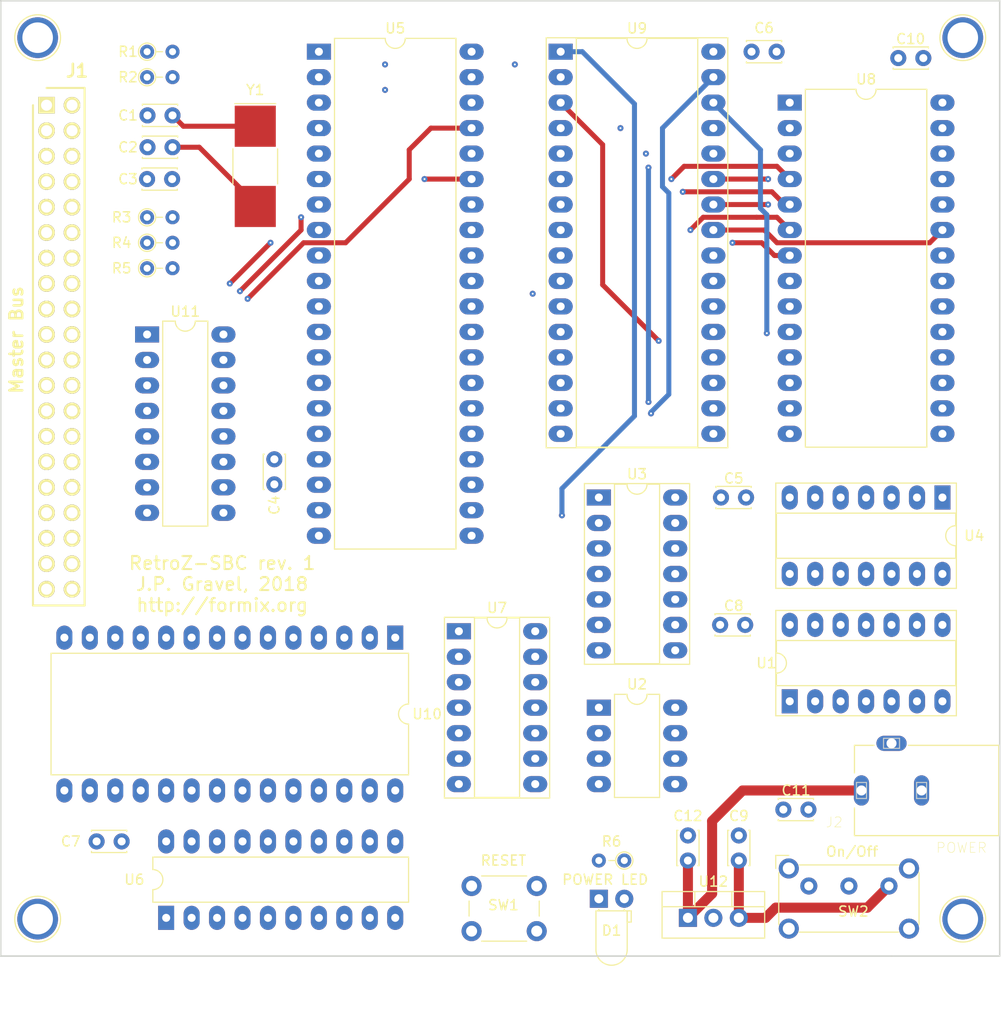
<source format=kicad_pcb>
(kicad_pcb (version 4) (host pcbnew 4.0.7)

  (general
    (links 225)
    (no_connects 173)
    (area 79.934999 40.564999 179.780001 135.965001)
    (thickness 1.6)
    (drawings 7)
    (tracks 286)
    (zones 0)
    (modules 40)
    (nets 94)
  )

  (page A4)
  (layers
    (0 F.Cu signal)
    (1 In1.Cu signal)
    (2 In2.Cu signal)
    (31 B.Cu signal)
    (34 B.Paste user)
    (35 F.Paste user)
    (36 B.SilkS user)
    (37 F.SilkS user)
    (38 B.Mask user)
    (39 F.Mask user)
    (44 Edge.Cuts user)
  )

  (setup
    (last_trace_width 0.5)
    (user_trace_width 1)
    (trace_clearance 0.127)
    (zone_clearance 0.508)
    (zone_45_only no)
    (trace_min 0.0889)
    (segment_width 0.2)
    (edge_width 0.15)
    (via_size 0.6)
    (via_drill 0.2)
    (via_min_size 0.6)
    (via_min_drill 0.2)
    (uvia_size 0.6)
    (uvia_drill 0.2)
    (uvias_allowed no)
    (uvia_min_size 0.3)
    (uvia_min_drill 0.2)
    (pcb_text_width 0.3)
    (pcb_text_size 1.5 1.5)
    (mod_edge_width 0.15)
    (mod_text_size 1 1)
    (mod_text_width 0.15)
    (pad_size 1.524 1.524)
    (pad_drill 0.762)
    (pad_to_mask_clearance 0.2)
    (aux_axis_origin 0 0)
    (visible_elements 7FFFF7FF)
    (pcbplotparams
      (layerselection 0x00030_80000001)
      (usegerberextensions false)
      (excludeedgelayer true)
      (linewidth 0.100000)
      (plotframeref false)
      (viasonmask false)
      (mode 1)
      (useauxorigin false)
      (hpglpennumber 1)
      (hpglpenspeed 20)
      (hpglpendiameter 15)
      (hpglpenoverlay 2)
      (psnegative false)
      (psa4output false)
      (plotreference true)
      (plotvalue true)
      (plotinvisibletext false)
      (padsonsilk false)
      (subtractmaskfromsilk false)
      (outputformat 1)
      (mirror false)
      (drillshape 1)
      (scaleselection 1)
      (outputdirectory ""))
  )

  (net 0 "")
  (net 1 "Net-(C1-Pad1)")
  (net 2 GND)
  (net 3 "Net-(C2-Pad1)")
  (net 4 VCC)
  (net 5 "Net-(C9-Pad1)")
  (net 6 "Net-(C12-Pad1)")
  (net 7 "Net-(D1-Pad2)")
  (net 8 ~M1)
  (net 9 ~IORQ)
  (net 10 ~RD)
  (net 11 ~WR)
  (net 12 ~HALT)
  (net 13 ~WAIT)
  (net 14 ~INT)
  (net 15 ~RESET)
  (net 16 IEO)
  (net 17 ~IO0)
  (net 18 ~IO1)
  (net 19 ~IO2)
  (net 20 ~IO3)
  (net 21 ~IO4)
  (net 22 ~IO5)
  (net 23 ~IO6)
  (net 24 ~IO7)
  (net 25 CLK)
  (net 26 /D7)
  (net 27 /D6)
  (net 28 /D5)
  (net 29 /D4)
  (net 30 /D3)
  (net 31 /D2)
  (net 32 /D1)
  (net 33 /D0)
  (net 34 CLK2)
  (net 35 CLK1)
  (net 36 CLK0)
  (net 37 "Net-(J2-Pad3)")
  (net 38 "Net-(R1-Pad1)")
  (net 39 "Net-(SW2-Pad1)")
  (net 40 "Net-(U1-Pad8)")
  (net 41 "Net-(U1-Pad9)")
  (net 42 "Net-(U1-Pad10)")
  (net 43 RAMONLY)
  (net 44 ~ROM_SEL)
  (net 45 "Net-(U1-Pad6)")
  (net 46 ~RAM_SEL)
  (net 47 "Net-(U2-Pad5)")
  (net 48 "Net-(U2-Pad6)")
  (net 49 "Net-(U3-Pad1)")
  (net 50 "Net-(U3-Pad12)")
  (net 51 /A13)
  (net 52 ~MRD)
  (net 53 /A14)
  (net 54 ~MWR)
  (net 55 A15)
  (net 56 "Net-(U4-Pad3)")
  (net 57 "Net-(U4-Pad6)")
  (net 58 /A11)
  (net 59 /A12)
  (net 60 "Net-(U5-Pad23)")
  (net 61 "Net-(U5-Pad28)")
  (net 62 /A4)
  (net 63 /A5)
  (net 64 /A6)
  (net 65 /A8)
  (net 66 /A9)
  (net 67 /A10)
  (net 68 "Net-(U6-Pad2)")
  (net 69 "Net-(U6-Pad5)")
  (net 70 "Net-(U6-Pad15)")
  (net 71 "Net-(U6-Pad6)")
  (net 72 "Net-(U6-Pad16)")
  (net 73 "Net-(U6-Pad9)")
  (net 74 "Net-(U6-Pad19)")
  (net 75 RAM_A17)
  (net 76 RAM_A15)
  (net 77 RAM_A18)
  (net 78 RAM_A16)
  (net 79 "Net-(U8-Pad1)")
  (net 80 "Net-(U8-Pad26)")
  (net 81 "Net-(U10-Pad20)")
  (net 82 "Net-(U10-Pad21)")
  (net 83 "Net-(U10-Pad22)")
  (net 84 "Net-(U10-Pad23)")
  (net 85 A7)
  (net 86 A3)
  (net 87 A2)
  (net 88 A1)
  (net 89 A0)
  (net 90 "Net-(J1-Pad19)")
  (net 91 "Net-(J1-Pad20)")
  (net 92 "Net-(J1-Pad22)")
  (net 93 "Net-(J1-Pad21)")

  (net_class Default "This is the default net class."
    (clearance 0.127)
    (trace_width 0.5)
    (via_dia 0.6)
    (via_drill 0.2)
    (uvia_dia 0.6)
    (uvia_drill 0.2)
    (add_net /A10)
    (add_net /A11)
    (add_net /A12)
    (add_net /A13)
    (add_net /A14)
    (add_net /A4)
    (add_net /A5)
    (add_net /A6)
    (add_net /A8)
    (add_net /A9)
    (add_net /D0)
    (add_net /D1)
    (add_net /D2)
    (add_net /D3)
    (add_net /D4)
    (add_net /D5)
    (add_net /D6)
    (add_net /D7)
    (add_net A0)
    (add_net A1)
    (add_net A15)
    (add_net A2)
    (add_net A3)
    (add_net A7)
    (add_net CLK)
    (add_net CLK0)
    (add_net CLK1)
    (add_net CLK2)
    (add_net GND)
    (add_net IEO)
    (add_net "Net-(C1-Pad1)")
    (add_net "Net-(C12-Pad1)")
    (add_net "Net-(C2-Pad1)")
    (add_net "Net-(C9-Pad1)")
    (add_net "Net-(D1-Pad2)")
    (add_net "Net-(J1-Pad19)")
    (add_net "Net-(J1-Pad20)")
    (add_net "Net-(J1-Pad21)")
    (add_net "Net-(J1-Pad22)")
    (add_net "Net-(J2-Pad3)")
    (add_net "Net-(R1-Pad1)")
    (add_net "Net-(SW2-Pad1)")
    (add_net "Net-(U1-Pad10)")
    (add_net "Net-(U1-Pad6)")
    (add_net "Net-(U1-Pad8)")
    (add_net "Net-(U1-Pad9)")
    (add_net "Net-(U10-Pad20)")
    (add_net "Net-(U10-Pad21)")
    (add_net "Net-(U10-Pad22)")
    (add_net "Net-(U10-Pad23)")
    (add_net "Net-(U2-Pad5)")
    (add_net "Net-(U2-Pad6)")
    (add_net "Net-(U3-Pad1)")
    (add_net "Net-(U3-Pad12)")
    (add_net "Net-(U4-Pad3)")
    (add_net "Net-(U4-Pad6)")
    (add_net "Net-(U5-Pad23)")
    (add_net "Net-(U5-Pad28)")
    (add_net "Net-(U6-Pad15)")
    (add_net "Net-(U6-Pad16)")
    (add_net "Net-(U6-Pad19)")
    (add_net "Net-(U6-Pad2)")
    (add_net "Net-(U6-Pad5)")
    (add_net "Net-(U6-Pad6)")
    (add_net "Net-(U6-Pad9)")
    (add_net "Net-(U8-Pad1)")
    (add_net "Net-(U8-Pad26)")
    (add_net RAMONLY)
    (add_net RAM_A15)
    (add_net RAM_A16)
    (add_net RAM_A17)
    (add_net RAM_A18)
    (add_net VCC)
    (add_net ~HALT)
    (add_net ~INT)
    (add_net ~IO0)
    (add_net ~IO1)
    (add_net ~IO2)
    (add_net ~IO3)
    (add_net ~IO4)
    (add_net ~IO5)
    (add_net ~IO6)
    (add_net ~IO7)
    (add_net ~IORQ)
    (add_net ~M1)
    (add_net ~MRD)
    (add_net ~MWR)
    (add_net ~RAM_SEL)
    (add_net ~RD)
    (add_net ~RESET)
    (add_net ~ROM_SEL)
    (add_net ~WAIT)
    (add_net ~WR)
  )

  (module Capacitors_THT:C_Disc_D3.4mm_W2.1mm_P2.50mm (layer F.Cu) (tedit 5B7CAF48) (tstamp 5B7B8233)
    (at 122.555 64.77 180)
    (descr "C, Disc series, Radial, pin pitch=2.50mm, , diameter*width=3.4*2.1mm^2, Capacitor, http://www.vishay.com/docs/45233/krseries.pdf")
    (tags "C Disc series Radial pin pitch 2.50mm  diameter 3.4mm width 2.1mm Capacitor")
    (path /5AF64863)
    (fp_text reference C1 (at 4.445 0 180) (layer F.SilkS)
      (effects (font (size 1 1) (thickness 0.15)))
    )
    (fp_text value 22p (at -2.54 0 180) (layer F.Fab)
      (effects (font (size 1 1) (thickness 0.15)))
    )
    (fp_line (start -0.45 -1.05) (end -0.45 1.05) (layer F.Fab) (width 0.1))
    (fp_line (start -0.45 1.05) (end 2.95 1.05) (layer F.Fab) (width 0.1))
    (fp_line (start 2.95 1.05) (end 2.95 -1.05) (layer F.Fab) (width 0.1))
    (fp_line (start 2.95 -1.05) (end -0.45 -1.05) (layer F.Fab) (width 0.1))
    (fp_line (start -0.51 -1.11) (end 3.01 -1.11) (layer F.SilkS) (width 0.12))
    (fp_line (start -0.51 1.11) (end 3.01 1.11) (layer F.SilkS) (width 0.12))
    (fp_line (start -0.51 -1.11) (end -0.51 -0.996) (layer F.SilkS) (width 0.12))
    (fp_line (start -0.51 0.996) (end -0.51 1.11) (layer F.SilkS) (width 0.12))
    (fp_line (start 3.01 -1.11) (end 3.01 -0.996) (layer F.SilkS) (width 0.12))
    (fp_line (start 3.01 0.996) (end 3.01 1.11) (layer F.SilkS) (width 0.12))
    (fp_line (start -1.05 -1.4) (end -1.05 1.4) (layer F.CrtYd) (width 0.05))
    (fp_line (start -1.05 1.4) (end 3.55 1.4) (layer F.CrtYd) (width 0.05))
    (fp_line (start 3.55 1.4) (end 3.55 -1.4) (layer F.CrtYd) (width 0.05))
    (fp_line (start 3.55 -1.4) (end -1.05 -1.4) (layer F.CrtYd) (width 0.05))
    (fp_text user %R (at 1.25 0 180) (layer F.Fab)
      (effects (font (size 1 1) (thickness 0.15)))
    )
    (pad 1 thru_hole circle (at 0 0 180) (size 1.6 1.6) (drill 0.8) (layers *.Cu *.Mask)
      (net 1 "Net-(C1-Pad1)"))
    (pad 2 thru_hole circle (at 2.5 0 180) (size 1.6 1.6) (drill 0.8) (layers *.Cu *.Mask)
      (net 2 GND))
    (model ${KISYS3DMOD}/Capacitors_THT.3dshapes/C_Disc_D3.4mm_W2.1mm_P2.50mm.wrl
      (at (xyz 0 0 0))
      (scale (xyz 1 1 1))
      (rotate (xyz 0 0 0))
    )
  )

  (module Capacitors_THT:C_Disc_D3.4mm_W2.1mm_P2.50mm (layer F.Cu) (tedit 5B7CAF4A) (tstamp 5B7B8248)
    (at 122.555 67.945 180)
    (descr "C, Disc series, Radial, pin pitch=2.50mm, , diameter*width=3.4*2.1mm^2, Capacitor, http://www.vishay.com/docs/45233/krseries.pdf")
    (tags "C Disc series Radial pin pitch 2.50mm  diameter 3.4mm width 2.1mm Capacitor")
    (path /5AF647B9)
    (fp_text reference C2 (at 4.445 0 180) (layer F.SilkS)
      (effects (font (size 1 1) (thickness 0.15)))
    )
    (fp_text value 22p (at -2.54 0 180) (layer F.Fab)
      (effects (font (size 1 1) (thickness 0.15)))
    )
    (fp_line (start -0.45 -1.05) (end -0.45 1.05) (layer F.Fab) (width 0.1))
    (fp_line (start -0.45 1.05) (end 2.95 1.05) (layer F.Fab) (width 0.1))
    (fp_line (start 2.95 1.05) (end 2.95 -1.05) (layer F.Fab) (width 0.1))
    (fp_line (start 2.95 -1.05) (end -0.45 -1.05) (layer F.Fab) (width 0.1))
    (fp_line (start -0.51 -1.11) (end 3.01 -1.11) (layer F.SilkS) (width 0.12))
    (fp_line (start -0.51 1.11) (end 3.01 1.11) (layer F.SilkS) (width 0.12))
    (fp_line (start -0.51 -1.11) (end -0.51 -0.996) (layer F.SilkS) (width 0.12))
    (fp_line (start -0.51 0.996) (end -0.51 1.11) (layer F.SilkS) (width 0.12))
    (fp_line (start 3.01 -1.11) (end 3.01 -0.996) (layer F.SilkS) (width 0.12))
    (fp_line (start 3.01 0.996) (end 3.01 1.11) (layer F.SilkS) (width 0.12))
    (fp_line (start -1.05 -1.4) (end -1.05 1.4) (layer F.CrtYd) (width 0.05))
    (fp_line (start -1.05 1.4) (end 3.55 1.4) (layer F.CrtYd) (width 0.05))
    (fp_line (start 3.55 1.4) (end 3.55 -1.4) (layer F.CrtYd) (width 0.05))
    (fp_line (start 3.55 -1.4) (end -1.05 -1.4) (layer F.CrtYd) (width 0.05))
    (fp_text user %R (at 1.25 0 180) (layer F.Fab)
      (effects (font (size 1 1) (thickness 0.15)))
    )
    (pad 1 thru_hole circle (at 0 0 180) (size 1.6 1.6) (drill 0.8) (layers *.Cu *.Mask)
      (net 3 "Net-(C2-Pad1)"))
    (pad 2 thru_hole circle (at 2.5 0 180) (size 1.6 1.6) (drill 0.8) (layers *.Cu *.Mask)
      (net 2 GND))
    (model ${KISYS3DMOD}/Capacitors_THT.3dshapes/C_Disc_D3.4mm_W2.1mm_P2.50mm.wrl
      (at (xyz 0 0 0))
      (scale (xyz 1 1 1))
      (rotate (xyz 0 0 0))
    )
  )

  (module Capacitors_THT:C_Disc_D3.4mm_W2.1mm_P2.50mm (layer F.Cu) (tedit 5B7CC6B0) (tstamp 5B7B825D)
    (at 120.015 71.12)
    (descr "C, Disc series, Radial, pin pitch=2.50mm, , diameter*width=3.4*2.1mm^2, Capacitor, http://www.vishay.com/docs/45233/krseries.pdf")
    (tags "C Disc series Radial pin pitch 2.50mm  diameter 3.4mm width 2.1mm Capacitor")
    (path /5B28C7AE)
    (fp_text reference C3 (at -1.905 0) (layer F.SilkS)
      (effects (font (size 1 1) (thickness 0.15)))
    )
    (fp_text value 0.1uf (at 5.715 0) (layer F.Fab)
      (effects (font (size 1 1) (thickness 0.15)))
    )
    (fp_line (start -0.45 -1.05) (end -0.45 1.05) (layer F.Fab) (width 0.1))
    (fp_line (start -0.45 1.05) (end 2.95 1.05) (layer F.Fab) (width 0.1))
    (fp_line (start 2.95 1.05) (end 2.95 -1.05) (layer F.Fab) (width 0.1))
    (fp_line (start 2.95 -1.05) (end -0.45 -1.05) (layer F.Fab) (width 0.1))
    (fp_line (start -0.51 -1.11) (end 3.01 -1.11) (layer F.SilkS) (width 0.12))
    (fp_line (start -0.51 1.11) (end 3.01 1.11) (layer F.SilkS) (width 0.12))
    (fp_line (start -0.51 -1.11) (end -0.51 -0.996) (layer F.SilkS) (width 0.12))
    (fp_line (start -0.51 0.996) (end -0.51 1.11) (layer F.SilkS) (width 0.12))
    (fp_line (start 3.01 -1.11) (end 3.01 -0.996) (layer F.SilkS) (width 0.12))
    (fp_line (start 3.01 0.996) (end 3.01 1.11) (layer F.SilkS) (width 0.12))
    (fp_line (start -1.05 -1.4) (end -1.05 1.4) (layer F.CrtYd) (width 0.05))
    (fp_line (start -1.05 1.4) (end 3.55 1.4) (layer F.CrtYd) (width 0.05))
    (fp_line (start 3.55 1.4) (end 3.55 -1.4) (layer F.CrtYd) (width 0.05))
    (fp_line (start 3.55 -1.4) (end -1.05 -1.4) (layer F.CrtYd) (width 0.05))
    (fp_text user %R (at 1.25 0) (layer F.Fab)
      (effects (font (size 1 1) (thickness 0.15)))
    )
    (pad 1 thru_hole circle (at 0 0) (size 1.6 1.6) (drill 0.8) (layers *.Cu *.Mask)
      (net 4 VCC))
    (pad 2 thru_hole circle (at 2.5 0) (size 1.6 1.6) (drill 0.8) (layers *.Cu *.Mask)
      (net 2 GND))
    (model ${KISYS3DMOD}/Capacitors_THT.3dshapes/C_Disc_D3.4mm_W2.1mm_P2.50mm.wrl
      (at (xyz 0 0 0))
      (scale (xyz 1 1 1))
      (rotate (xyz 0 0 0))
    )
  )

  (module Capacitors_THT:C_Disc_D3.4mm_W2.1mm_P2.50mm (layer F.Cu) (tedit 5B7CB2E4) (tstamp 5B7B8272)
    (at 132.715 99.06 270)
    (descr "C, Disc series, Radial, pin pitch=2.50mm, , diameter*width=3.4*2.1mm^2, Capacitor, http://www.vishay.com/docs/45233/krseries.pdf")
    (tags "C Disc series Radial pin pitch 2.50mm  diameter 3.4mm width 2.1mm Capacitor")
    (path /5B28C979)
    (fp_text reference C4 (at 4.572 0 450) (layer F.SilkS)
      (effects (font (size 1 1) (thickness 0.15)))
    )
    (fp_text value 0.1uf (at -3.048 -1.016 270) (layer F.Fab)
      (effects (font (size 1 1) (thickness 0.15)))
    )
    (fp_line (start -0.45 -1.05) (end -0.45 1.05) (layer F.Fab) (width 0.1))
    (fp_line (start -0.45 1.05) (end 2.95 1.05) (layer F.Fab) (width 0.1))
    (fp_line (start 2.95 1.05) (end 2.95 -1.05) (layer F.Fab) (width 0.1))
    (fp_line (start 2.95 -1.05) (end -0.45 -1.05) (layer F.Fab) (width 0.1))
    (fp_line (start -0.51 -1.11) (end 3.01 -1.11) (layer F.SilkS) (width 0.12))
    (fp_line (start -0.51 1.11) (end 3.01 1.11) (layer F.SilkS) (width 0.12))
    (fp_line (start -0.51 -1.11) (end -0.51 -0.996) (layer F.SilkS) (width 0.12))
    (fp_line (start -0.51 0.996) (end -0.51 1.11) (layer F.SilkS) (width 0.12))
    (fp_line (start 3.01 -1.11) (end 3.01 -0.996) (layer F.SilkS) (width 0.12))
    (fp_line (start 3.01 0.996) (end 3.01 1.11) (layer F.SilkS) (width 0.12))
    (fp_line (start -1.05 -1.4) (end -1.05 1.4) (layer F.CrtYd) (width 0.05))
    (fp_line (start -1.05 1.4) (end 3.55 1.4) (layer F.CrtYd) (width 0.05))
    (fp_line (start 3.55 1.4) (end 3.55 -1.4) (layer F.CrtYd) (width 0.05))
    (fp_line (start 3.55 -1.4) (end -1.05 -1.4) (layer F.CrtYd) (width 0.05))
    (fp_text user %R (at 1.25 0 270) (layer F.Fab)
      (effects (font (size 1 1) (thickness 0.15)))
    )
    (pad 1 thru_hole circle (at 0 0 270) (size 1.6 1.6) (drill 0.8) (layers *.Cu *.Mask)
      (net 4 VCC))
    (pad 2 thru_hole circle (at 2.5 0 270) (size 1.6 1.6) (drill 0.8) (layers *.Cu *.Mask)
      (net 2 GND))
    (model ${KISYS3DMOD}/Capacitors_THT.3dshapes/C_Disc_D3.4mm_W2.1mm_P2.50mm.wrl
      (at (xyz 0 0 0))
      (scale (xyz 1 1 1))
      (rotate (xyz 0 0 0))
    )
  )

  (module Capacitors_THT:C_Disc_D3.4mm_W2.1mm_P2.50mm (layer F.Cu) (tedit 5B7CD411) (tstamp 5B7B8287)
    (at 177.292 102.87)
    (descr "C, Disc series, Radial, pin pitch=2.50mm, , diameter*width=3.4*2.1mm^2, Capacitor, http://www.vishay.com/docs/45233/krseries.pdf")
    (tags "C Disc series Radial pin pitch 2.50mm  diameter 3.4mm width 2.1mm Capacitor")
    (path /5B28CA02)
    (fp_text reference C5 (at 1.27 -1.905 180) (layer F.SilkS)
      (effects (font (size 1 1) (thickness 0.15)))
    )
    (fp_text value 0.1uf (at 1.397 2.032 180) (layer F.Fab)
      (effects (font (size 1 1) (thickness 0.15)))
    )
    (fp_line (start -0.45 -1.05) (end -0.45 1.05) (layer F.Fab) (width 0.1))
    (fp_line (start -0.45 1.05) (end 2.95 1.05) (layer F.Fab) (width 0.1))
    (fp_line (start 2.95 1.05) (end 2.95 -1.05) (layer F.Fab) (width 0.1))
    (fp_line (start 2.95 -1.05) (end -0.45 -1.05) (layer F.Fab) (width 0.1))
    (fp_line (start -0.51 -1.11) (end 3.01 -1.11) (layer F.SilkS) (width 0.12))
    (fp_line (start -0.51 1.11) (end 3.01 1.11) (layer F.SilkS) (width 0.12))
    (fp_line (start -0.51 -1.11) (end -0.51 -0.996) (layer F.SilkS) (width 0.12))
    (fp_line (start -0.51 0.996) (end -0.51 1.11) (layer F.SilkS) (width 0.12))
    (fp_line (start 3.01 -1.11) (end 3.01 -0.996) (layer F.SilkS) (width 0.12))
    (fp_line (start 3.01 0.996) (end 3.01 1.11) (layer F.SilkS) (width 0.12))
    (fp_line (start -1.05 -1.4) (end -1.05 1.4) (layer F.CrtYd) (width 0.05))
    (fp_line (start -1.05 1.4) (end 3.55 1.4) (layer F.CrtYd) (width 0.05))
    (fp_line (start 3.55 1.4) (end 3.55 -1.4) (layer F.CrtYd) (width 0.05))
    (fp_line (start 3.55 -1.4) (end -1.05 -1.4) (layer F.CrtYd) (width 0.05))
    (fp_text user %R (at 1.25 0) (layer F.Fab)
      (effects (font (size 1 1) (thickness 0.15)))
    )
    (pad 1 thru_hole circle (at 0 0) (size 1.6 1.6) (drill 0.8) (layers *.Cu *.Mask)
      (net 4 VCC))
    (pad 2 thru_hole circle (at 2.5 0) (size 1.6 1.6) (drill 0.8) (layers *.Cu *.Mask)
      (net 2 GND))
    (model ${KISYS3DMOD}/Capacitors_THT.3dshapes/C_Disc_D3.4mm_W2.1mm_P2.50mm.wrl
      (at (xyz 0 0 0))
      (scale (xyz 1 1 1))
      (rotate (xyz 0 0 0))
    )
  )

  (module Capacitors_THT:C_Disc_D3.4mm_W2.1mm_P2.50mm (layer F.Cu) (tedit 597BC7C2) (tstamp 5B7B829C)
    (at 180.34 58.42)
    (descr "C, Disc series, Radial, pin pitch=2.50mm, , diameter*width=3.4*2.1mm^2, Capacitor, http://www.vishay.com/docs/45233/krseries.pdf")
    (tags "C Disc series Radial pin pitch 2.50mm  diameter 3.4mm width 2.1mm Capacitor")
    (path /5B28CAAC)
    (fp_text reference C6 (at 1.25 -2.36) (layer F.SilkS)
      (effects (font (size 1 1) (thickness 0.15)))
    )
    (fp_text value 0.1uf (at 1.25 2.36) (layer F.Fab)
      (effects (font (size 1 1) (thickness 0.15)))
    )
    (fp_line (start -0.45 -1.05) (end -0.45 1.05) (layer F.Fab) (width 0.1))
    (fp_line (start -0.45 1.05) (end 2.95 1.05) (layer F.Fab) (width 0.1))
    (fp_line (start 2.95 1.05) (end 2.95 -1.05) (layer F.Fab) (width 0.1))
    (fp_line (start 2.95 -1.05) (end -0.45 -1.05) (layer F.Fab) (width 0.1))
    (fp_line (start -0.51 -1.11) (end 3.01 -1.11) (layer F.SilkS) (width 0.12))
    (fp_line (start -0.51 1.11) (end 3.01 1.11) (layer F.SilkS) (width 0.12))
    (fp_line (start -0.51 -1.11) (end -0.51 -0.996) (layer F.SilkS) (width 0.12))
    (fp_line (start -0.51 0.996) (end -0.51 1.11) (layer F.SilkS) (width 0.12))
    (fp_line (start 3.01 -1.11) (end 3.01 -0.996) (layer F.SilkS) (width 0.12))
    (fp_line (start 3.01 0.996) (end 3.01 1.11) (layer F.SilkS) (width 0.12))
    (fp_line (start -1.05 -1.4) (end -1.05 1.4) (layer F.CrtYd) (width 0.05))
    (fp_line (start -1.05 1.4) (end 3.55 1.4) (layer F.CrtYd) (width 0.05))
    (fp_line (start 3.55 1.4) (end 3.55 -1.4) (layer F.CrtYd) (width 0.05))
    (fp_line (start 3.55 -1.4) (end -1.05 -1.4) (layer F.CrtYd) (width 0.05))
    (fp_text user %R (at 1.25 0) (layer F.Fab)
      (effects (font (size 1 1) (thickness 0.15)))
    )
    (pad 1 thru_hole circle (at 0 0) (size 1.6 1.6) (drill 0.8) (layers *.Cu *.Mask)
      (net 4 VCC))
    (pad 2 thru_hole circle (at 2.5 0) (size 1.6 1.6) (drill 0.8) (layers *.Cu *.Mask)
      (net 2 GND))
    (model ${KISYS3DMOD}/Capacitors_THT.3dshapes/C_Disc_D3.4mm_W2.1mm_P2.50mm.wrl
      (at (xyz 0 0 0))
      (scale (xyz 1 1 1))
      (rotate (xyz 0 0 0))
    )
  )

  (module Capacitors_THT:C_Disc_D3.4mm_W2.1mm_P2.50mm (layer F.Cu) (tedit 5B7CBABD) (tstamp 5B7B82B1)
    (at 117.475 137.16 180)
    (descr "C, Disc series, Radial, pin pitch=2.50mm, , diameter*width=3.4*2.1mm^2, Capacitor, http://www.vishay.com/docs/45233/krseries.pdf")
    (tags "C Disc series Radial pin pitch 2.50mm  diameter 3.4mm width 2.1mm Capacitor")
    (path /5B28CABE)
    (fp_text reference C7 (at 5.08 0 180) (layer F.SilkS)
      (effects (font (size 1 1) (thickness 0.15)))
    )
    (fp_text value 0.1uf (at 1.27 -1.905 180) (layer F.Fab)
      (effects (font (size 1 1) (thickness 0.15)))
    )
    (fp_line (start -0.45 -1.05) (end -0.45 1.05) (layer F.Fab) (width 0.1))
    (fp_line (start -0.45 1.05) (end 2.95 1.05) (layer F.Fab) (width 0.1))
    (fp_line (start 2.95 1.05) (end 2.95 -1.05) (layer F.Fab) (width 0.1))
    (fp_line (start 2.95 -1.05) (end -0.45 -1.05) (layer F.Fab) (width 0.1))
    (fp_line (start -0.51 -1.11) (end 3.01 -1.11) (layer F.SilkS) (width 0.12))
    (fp_line (start -0.51 1.11) (end 3.01 1.11) (layer F.SilkS) (width 0.12))
    (fp_line (start -0.51 -1.11) (end -0.51 -0.996) (layer F.SilkS) (width 0.12))
    (fp_line (start -0.51 0.996) (end -0.51 1.11) (layer F.SilkS) (width 0.12))
    (fp_line (start 3.01 -1.11) (end 3.01 -0.996) (layer F.SilkS) (width 0.12))
    (fp_line (start 3.01 0.996) (end 3.01 1.11) (layer F.SilkS) (width 0.12))
    (fp_line (start -1.05 -1.4) (end -1.05 1.4) (layer F.CrtYd) (width 0.05))
    (fp_line (start -1.05 1.4) (end 3.55 1.4) (layer F.CrtYd) (width 0.05))
    (fp_line (start 3.55 1.4) (end 3.55 -1.4) (layer F.CrtYd) (width 0.05))
    (fp_line (start 3.55 -1.4) (end -1.05 -1.4) (layer F.CrtYd) (width 0.05))
    (fp_text user %R (at 1.25 0 180) (layer F.Fab)
      (effects (font (size 1 1) (thickness 0.15)))
    )
    (pad 1 thru_hole circle (at 0 0 180) (size 1.6 1.6) (drill 0.8) (layers *.Cu *.Mask)
      (net 4 VCC))
    (pad 2 thru_hole circle (at 2.5 0 180) (size 1.6 1.6) (drill 0.8) (layers *.Cu *.Mask)
      (net 2 GND))
    (model ${KISYS3DMOD}/Capacitors_THT.3dshapes/C_Disc_D3.4mm_W2.1mm_P2.50mm.wrl
      (at (xyz 0 0 0))
      (scale (xyz 1 1 1))
      (rotate (xyz 0 0 0))
    )
  )

  (module Capacitors_THT:C_Disc_D3.4mm_W2.1mm_P2.50mm (layer F.Cu) (tedit 5B7CD430) (tstamp 5B7B82C6)
    (at 179.705 115.57 180)
    (descr "C, Disc series, Radial, pin pitch=2.50mm, , diameter*width=3.4*2.1mm^2, Capacitor, http://www.vishay.com/docs/45233/krseries.pdf")
    (tags "C Disc series Radial pin pitch 2.50mm  diameter 3.4mm width 2.1mm Capacitor")
    (path /5B28CE3B)
    (fp_text reference C8 (at 1.143 1.905 360) (layer F.SilkS)
      (effects (font (size 1 1) (thickness 0.15)))
    )
    (fp_text value 0.1uf (at 1.143 -1.905 360) (layer F.Fab)
      (effects (font (size 1 1) (thickness 0.15)))
    )
    (fp_line (start -0.45 -1.05) (end -0.45 1.05) (layer F.Fab) (width 0.1))
    (fp_line (start -0.45 1.05) (end 2.95 1.05) (layer F.Fab) (width 0.1))
    (fp_line (start 2.95 1.05) (end 2.95 -1.05) (layer F.Fab) (width 0.1))
    (fp_line (start 2.95 -1.05) (end -0.45 -1.05) (layer F.Fab) (width 0.1))
    (fp_line (start -0.51 -1.11) (end 3.01 -1.11) (layer F.SilkS) (width 0.12))
    (fp_line (start -0.51 1.11) (end 3.01 1.11) (layer F.SilkS) (width 0.12))
    (fp_line (start -0.51 -1.11) (end -0.51 -0.996) (layer F.SilkS) (width 0.12))
    (fp_line (start -0.51 0.996) (end -0.51 1.11) (layer F.SilkS) (width 0.12))
    (fp_line (start 3.01 -1.11) (end 3.01 -0.996) (layer F.SilkS) (width 0.12))
    (fp_line (start 3.01 0.996) (end 3.01 1.11) (layer F.SilkS) (width 0.12))
    (fp_line (start -1.05 -1.4) (end -1.05 1.4) (layer F.CrtYd) (width 0.05))
    (fp_line (start -1.05 1.4) (end 3.55 1.4) (layer F.CrtYd) (width 0.05))
    (fp_line (start 3.55 1.4) (end 3.55 -1.4) (layer F.CrtYd) (width 0.05))
    (fp_line (start 3.55 -1.4) (end -1.05 -1.4) (layer F.CrtYd) (width 0.05))
    (fp_text user %R (at 1.25 0 180) (layer F.Fab)
      (effects (font (size 1 1) (thickness 0.15)))
    )
    (pad 1 thru_hole circle (at 0 0 180) (size 1.6 1.6) (drill 0.8) (layers *.Cu *.Mask)
      (net 4 VCC))
    (pad 2 thru_hole circle (at 2.5 0 180) (size 1.6 1.6) (drill 0.8) (layers *.Cu *.Mask)
      (net 2 GND))
    (model ${KISYS3DMOD}/Capacitors_THT.3dshapes/C_Disc_D3.4mm_W2.1mm_P2.50mm.wrl
      (at (xyz 0 0 0))
      (scale (xyz 1 1 1))
      (rotate (xyz 0 0 0))
    )
  )

  (module Capacitors_THT:C_Disc_D3.4mm_W2.1mm_P2.50mm (layer F.Cu) (tedit 5B7CC558) (tstamp 5B7B82DB)
    (at 179.07 139.065 90)
    (descr "C, Disc series, Radial, pin pitch=2.50mm, , diameter*width=3.4*2.1mm^2, Capacitor, http://www.vishay.com/docs/45233/krseries.pdf")
    (tags "C Disc series Radial pin pitch 2.50mm  diameter 3.4mm width 2.1mm Capacitor")
    (path /5B7C3C39)
    (fp_text reference C9 (at 4.445 0 360) (layer F.SilkS)
      (effects (font (size 1 1) (thickness 0.15)))
    )
    (fp_text value 0.1uf (at 1.27 -1.905 90) (layer F.Fab)
      (effects (font (size 1 1) (thickness 0.15)))
    )
    (fp_line (start -0.45 -1.05) (end -0.45 1.05) (layer F.Fab) (width 0.1))
    (fp_line (start -0.45 1.05) (end 2.95 1.05) (layer F.Fab) (width 0.1))
    (fp_line (start 2.95 1.05) (end 2.95 -1.05) (layer F.Fab) (width 0.1))
    (fp_line (start 2.95 -1.05) (end -0.45 -1.05) (layer F.Fab) (width 0.1))
    (fp_line (start -0.51 -1.11) (end 3.01 -1.11) (layer F.SilkS) (width 0.12))
    (fp_line (start -0.51 1.11) (end 3.01 1.11) (layer F.SilkS) (width 0.12))
    (fp_line (start -0.51 -1.11) (end -0.51 -0.996) (layer F.SilkS) (width 0.12))
    (fp_line (start -0.51 0.996) (end -0.51 1.11) (layer F.SilkS) (width 0.12))
    (fp_line (start 3.01 -1.11) (end 3.01 -0.996) (layer F.SilkS) (width 0.12))
    (fp_line (start 3.01 0.996) (end 3.01 1.11) (layer F.SilkS) (width 0.12))
    (fp_line (start -1.05 -1.4) (end -1.05 1.4) (layer F.CrtYd) (width 0.05))
    (fp_line (start -1.05 1.4) (end 3.55 1.4) (layer F.CrtYd) (width 0.05))
    (fp_line (start 3.55 1.4) (end 3.55 -1.4) (layer F.CrtYd) (width 0.05))
    (fp_line (start 3.55 -1.4) (end -1.05 -1.4) (layer F.CrtYd) (width 0.05))
    (fp_text user %R (at 1.25 0 90) (layer F.Fab)
      (effects (font (size 1 1) (thickness 0.15)))
    )
    (pad 1 thru_hole circle (at 0 0 90) (size 1.6 1.6) (drill 0.8) (layers *.Cu *.Mask)
      (net 5 "Net-(C9-Pad1)"))
    (pad 2 thru_hole circle (at 2.5 0 90) (size 1.6 1.6) (drill 0.8) (layers *.Cu *.Mask)
      (net 2 GND))
    (model ${KISYS3DMOD}/Capacitors_THT.3dshapes/C_Disc_D3.4mm_W2.1mm_P2.50mm.wrl
      (at (xyz 0 0 0))
      (scale (xyz 1 1 1))
      (rotate (xyz 0 0 0))
    )
  )

  (module Capacitors_THT:C_Disc_D3.4mm_W2.1mm_P2.50mm (layer F.Cu) (tedit 5B7CB1C4) (tstamp 5B7B82F0)
    (at 197.485 59.055 180)
    (descr "C, Disc series, Radial, pin pitch=2.50mm, , diameter*width=3.4*2.1mm^2, Capacitor, http://www.vishay.com/docs/45233/krseries.pdf")
    (tags "C Disc series Radial pin pitch 2.50mm  diameter 3.4mm width 2.1mm Capacitor")
    (path /5B28CE4D)
    (fp_text reference C10 (at 1.27 1.905 180) (layer F.SilkS)
      (effects (font (size 1 1) (thickness 0.15)))
    )
    (fp_text value 0.1uf (at 1.27 -1.905 180) (layer F.Fab)
      (effects (font (size 1 1) (thickness 0.15)))
    )
    (fp_line (start -0.45 -1.05) (end -0.45 1.05) (layer F.Fab) (width 0.1))
    (fp_line (start -0.45 1.05) (end 2.95 1.05) (layer F.Fab) (width 0.1))
    (fp_line (start 2.95 1.05) (end 2.95 -1.05) (layer F.Fab) (width 0.1))
    (fp_line (start 2.95 -1.05) (end -0.45 -1.05) (layer F.Fab) (width 0.1))
    (fp_line (start -0.51 -1.11) (end 3.01 -1.11) (layer F.SilkS) (width 0.12))
    (fp_line (start -0.51 1.11) (end 3.01 1.11) (layer F.SilkS) (width 0.12))
    (fp_line (start -0.51 -1.11) (end -0.51 -0.996) (layer F.SilkS) (width 0.12))
    (fp_line (start -0.51 0.996) (end -0.51 1.11) (layer F.SilkS) (width 0.12))
    (fp_line (start 3.01 -1.11) (end 3.01 -0.996) (layer F.SilkS) (width 0.12))
    (fp_line (start 3.01 0.996) (end 3.01 1.11) (layer F.SilkS) (width 0.12))
    (fp_line (start -1.05 -1.4) (end -1.05 1.4) (layer F.CrtYd) (width 0.05))
    (fp_line (start -1.05 1.4) (end 3.55 1.4) (layer F.CrtYd) (width 0.05))
    (fp_line (start 3.55 1.4) (end 3.55 -1.4) (layer F.CrtYd) (width 0.05))
    (fp_line (start 3.55 -1.4) (end -1.05 -1.4) (layer F.CrtYd) (width 0.05))
    (fp_text user %R (at 1.25 0 180) (layer F.Fab)
      (effects (font (size 1 1) (thickness 0.15)))
    )
    (pad 1 thru_hole circle (at 0 0 180) (size 1.6 1.6) (drill 0.8) (layers *.Cu *.Mask)
      (net 4 VCC))
    (pad 2 thru_hole circle (at 2.5 0 180) (size 1.6 1.6) (drill 0.8) (layers *.Cu *.Mask)
      (net 2 GND))
    (model ${KISYS3DMOD}/Capacitors_THT.3dshapes/C_Disc_D3.4mm_W2.1mm_P2.50mm.wrl
      (at (xyz 0 0 0))
      (scale (xyz 1 1 1))
      (rotate (xyz 0 0 0))
    )
  )

  (module Capacitors_THT:C_Disc_D3.4mm_W2.1mm_P2.50mm (layer F.Cu) (tedit 5B7CB6EC) (tstamp 5B7B8305)
    (at 183.515 133.985)
    (descr "C, Disc series, Radial, pin pitch=2.50mm, , diameter*width=3.4*2.1mm^2, Capacitor, http://www.vishay.com/docs/45233/krseries.pdf")
    (tags "C Disc series Radial pin pitch 2.50mm  diameter 3.4mm width 2.1mm Capacitor")
    (path /5B28CF6E)
    (fp_text reference C11 (at 1.27 -1.905 180) (layer F.SilkS)
      (effects (font (size 1 1) (thickness 0.15)))
    )
    (fp_text value 0.1uf (at 1.27 1.905 180) (layer F.Fab)
      (effects (font (size 1 1) (thickness 0.15)))
    )
    (fp_line (start -0.45 -1.05) (end -0.45 1.05) (layer F.Fab) (width 0.1))
    (fp_line (start -0.45 1.05) (end 2.95 1.05) (layer F.Fab) (width 0.1))
    (fp_line (start 2.95 1.05) (end 2.95 -1.05) (layer F.Fab) (width 0.1))
    (fp_line (start 2.95 -1.05) (end -0.45 -1.05) (layer F.Fab) (width 0.1))
    (fp_line (start -0.51 -1.11) (end 3.01 -1.11) (layer F.SilkS) (width 0.12))
    (fp_line (start -0.51 1.11) (end 3.01 1.11) (layer F.SilkS) (width 0.12))
    (fp_line (start -0.51 -1.11) (end -0.51 -0.996) (layer F.SilkS) (width 0.12))
    (fp_line (start -0.51 0.996) (end -0.51 1.11) (layer F.SilkS) (width 0.12))
    (fp_line (start 3.01 -1.11) (end 3.01 -0.996) (layer F.SilkS) (width 0.12))
    (fp_line (start 3.01 0.996) (end 3.01 1.11) (layer F.SilkS) (width 0.12))
    (fp_line (start -1.05 -1.4) (end -1.05 1.4) (layer F.CrtYd) (width 0.05))
    (fp_line (start -1.05 1.4) (end 3.55 1.4) (layer F.CrtYd) (width 0.05))
    (fp_line (start 3.55 1.4) (end 3.55 -1.4) (layer F.CrtYd) (width 0.05))
    (fp_line (start 3.55 -1.4) (end -1.05 -1.4) (layer F.CrtYd) (width 0.05))
    (fp_text user %R (at 1.25 0) (layer F.Fab)
      (effects (font (size 1 1) (thickness 0.15)))
    )
    (pad 1 thru_hole circle (at 0 0) (size 1.6 1.6) (drill 0.8) (layers *.Cu *.Mask)
      (net 4 VCC))
    (pad 2 thru_hole circle (at 2.5 0) (size 1.6 1.6) (drill 0.8) (layers *.Cu *.Mask)
      (net 2 GND))
    (model ${KISYS3DMOD}/Capacitors_THT.3dshapes/C_Disc_D3.4mm_W2.1mm_P2.50mm.wrl
      (at (xyz 0 0 0))
      (scale (xyz 1 1 1))
      (rotate (xyz 0 0 0))
    )
  )

  (module Capacitors_THT:C_Disc_D3.4mm_W2.1mm_P2.50mm (layer F.Cu) (tedit 5B7CC55F) (tstamp 5B7B831A)
    (at 173.99 139.065 90)
    (descr "C, Disc series, Radial, pin pitch=2.50mm, , diameter*width=3.4*2.1mm^2, Capacitor, http://www.vishay.com/docs/45233/krseries.pdf")
    (tags "C Disc series Radial pin pitch 2.50mm  diameter 3.4mm width 2.1mm Capacitor")
    (path /5B7C425D)
    (fp_text reference C12 (at 4.445 0 180) (layer F.SilkS)
      (effects (font (size 1 1) (thickness 0.15)))
    )
    (fp_text value 0.33uf (at 1.25 2.36 90) (layer F.Fab)
      (effects (font (size 1 1) (thickness 0.15)))
    )
    (fp_line (start -0.45 -1.05) (end -0.45 1.05) (layer F.Fab) (width 0.1))
    (fp_line (start -0.45 1.05) (end 2.95 1.05) (layer F.Fab) (width 0.1))
    (fp_line (start 2.95 1.05) (end 2.95 -1.05) (layer F.Fab) (width 0.1))
    (fp_line (start 2.95 -1.05) (end -0.45 -1.05) (layer F.Fab) (width 0.1))
    (fp_line (start -0.51 -1.11) (end 3.01 -1.11) (layer F.SilkS) (width 0.12))
    (fp_line (start -0.51 1.11) (end 3.01 1.11) (layer F.SilkS) (width 0.12))
    (fp_line (start -0.51 -1.11) (end -0.51 -0.996) (layer F.SilkS) (width 0.12))
    (fp_line (start -0.51 0.996) (end -0.51 1.11) (layer F.SilkS) (width 0.12))
    (fp_line (start 3.01 -1.11) (end 3.01 -0.996) (layer F.SilkS) (width 0.12))
    (fp_line (start 3.01 0.996) (end 3.01 1.11) (layer F.SilkS) (width 0.12))
    (fp_line (start -1.05 -1.4) (end -1.05 1.4) (layer F.CrtYd) (width 0.05))
    (fp_line (start -1.05 1.4) (end 3.55 1.4) (layer F.CrtYd) (width 0.05))
    (fp_line (start 3.55 1.4) (end 3.55 -1.4) (layer F.CrtYd) (width 0.05))
    (fp_line (start 3.55 -1.4) (end -1.05 -1.4) (layer F.CrtYd) (width 0.05))
    (fp_text user %R (at 1.25 0 90) (layer F.Fab)
      (effects (font (size 1 1) (thickness 0.15)))
    )
    (pad 1 thru_hole circle (at 0 0 90) (size 1.6 1.6) (drill 0.8) (layers *.Cu *.Mask)
      (net 6 "Net-(C12-Pad1)"))
    (pad 2 thru_hole circle (at 2.5 0 90) (size 1.6 1.6) (drill 0.8) (layers *.Cu *.Mask)
      (net 2 GND))
    (model ${KISYS3DMOD}/Capacitors_THT.3dshapes/C_Disc_D3.4mm_W2.1mm_P2.50mm.wrl
      (at (xyz 0 0 0))
      (scale (xyz 1 1 1))
      (rotate (xyz 0 0 0))
    )
  )

  (module LEDs:LED_D3.0mm_Horizontal_O1.27mm_Z2.0mm (layer F.Cu) (tedit 5B7CC0CD) (tstamp 5B7B8344)
    (at 165.1 142.875)
    (descr "LED, diameter 3.0mm z-position of LED center 2.0mm, 2 pins")
    (tags "LED diameter 3.0mm z-position of LED center 2.0mm 2 pins")
    (path /5B79A87E)
    (fp_text reference D1 (at 1.27 3.175) (layer F.SilkS)
      (effects (font (size 1 1) (thickness 0.15)))
    )
    (fp_text value "POWER LED" (at 0.635 -1.905) (layer F.SilkS)
      (effects (font (size 1 1) (thickness 0.15)))
    )
    (fp_arc (start 1.27 5.07) (end -0.23 5.07) (angle -180) (layer F.Fab) (width 0.1))
    (fp_arc (start 1.27 5.07) (end -0.29 5.07) (angle -180) (layer F.SilkS) (width 0.12))
    (fp_line (start -0.23 1.27) (end -0.23 5.07) (layer F.Fab) (width 0.1))
    (fp_line (start 2.77 1.27) (end 2.77 5.07) (layer F.Fab) (width 0.1))
    (fp_line (start -0.23 1.27) (end 2.77 1.27) (layer F.Fab) (width 0.1))
    (fp_line (start 3.17 1.27) (end 3.17 2.27) (layer F.Fab) (width 0.1))
    (fp_line (start 3.17 2.27) (end 2.77 2.27) (layer F.Fab) (width 0.1))
    (fp_line (start 2.77 2.27) (end 2.77 1.27) (layer F.Fab) (width 0.1))
    (fp_line (start 2.77 1.27) (end 3.17 1.27) (layer F.Fab) (width 0.1))
    (fp_line (start 0 0) (end 0 1.27) (layer F.Fab) (width 0.1))
    (fp_line (start 0 1.27) (end 0 1.27) (layer F.Fab) (width 0.1))
    (fp_line (start 0 1.27) (end 0 0) (layer F.Fab) (width 0.1))
    (fp_line (start 0 0) (end 0 0) (layer F.Fab) (width 0.1))
    (fp_line (start 2.54 0) (end 2.54 1.27) (layer F.Fab) (width 0.1))
    (fp_line (start 2.54 1.27) (end 2.54 1.27) (layer F.Fab) (width 0.1))
    (fp_line (start 2.54 1.27) (end 2.54 0) (layer F.Fab) (width 0.1))
    (fp_line (start 2.54 0) (end 2.54 0) (layer F.Fab) (width 0.1))
    (fp_line (start -0.29 1.21) (end -0.29 5.07) (layer F.SilkS) (width 0.12))
    (fp_line (start 2.83 1.21) (end 2.83 5.07) (layer F.SilkS) (width 0.12))
    (fp_line (start -0.29 1.21) (end 2.83 1.21) (layer F.SilkS) (width 0.12))
    (fp_line (start 3.23 1.21) (end 3.23 2.33) (layer F.SilkS) (width 0.12))
    (fp_line (start 3.23 2.33) (end 2.83 2.33) (layer F.SilkS) (width 0.12))
    (fp_line (start 2.83 2.33) (end 2.83 1.21) (layer F.SilkS) (width 0.12))
    (fp_line (start 2.83 1.21) (end 3.23 1.21) (layer F.SilkS) (width 0.12))
    (fp_line (start 0 1.08) (end 0 1.21) (layer F.SilkS) (width 0.12))
    (fp_line (start 0 1.21) (end 0 1.21) (layer F.SilkS) (width 0.12))
    (fp_line (start 0 1.21) (end 0 1.08) (layer F.SilkS) (width 0.12))
    (fp_line (start 0 1.08) (end 0 1.08) (layer F.SilkS) (width 0.12))
    (fp_line (start 2.54 1.08) (end 2.54 1.21) (layer F.SilkS) (width 0.12))
    (fp_line (start 2.54 1.21) (end 2.54 1.21) (layer F.SilkS) (width 0.12))
    (fp_line (start 2.54 1.21) (end 2.54 1.08) (layer F.SilkS) (width 0.12))
    (fp_line (start 2.54 1.08) (end 2.54 1.08) (layer F.SilkS) (width 0.12))
    (fp_line (start -1.25 -1.25) (end -1.25 6.9) (layer F.CrtYd) (width 0.05))
    (fp_line (start -1.25 6.9) (end 3.75 6.9) (layer F.CrtYd) (width 0.05))
    (fp_line (start 3.75 6.9) (end 3.75 -1.25) (layer F.CrtYd) (width 0.05))
    (fp_line (start 3.75 -1.25) (end -1.25 -1.25) (layer F.CrtYd) (width 0.05))
    (pad 1 thru_hole rect (at 0 0) (size 1.8 1.8) (drill 0.9) (layers *.Cu *.Mask)
      (net 2 GND))
    (pad 2 thru_hole circle (at 2.54 0) (size 1.8 1.8) (drill 0.9) (layers *.Cu *.Mask)
      (net 7 "Net-(D1-Pad2)"))
    (model ${KISYS3DMOD}/LEDs.3dshapes/LED_D3.0mm_Horizontal_O1.27mm_Z2.0mm.wrl
      (at (xyz 0 0 0))
      (scale (xyz 0.393701 0.393701 0.393701))
      (rotate (xyz 0 0 0))
    )
  )

  (module PJ-102A:CUI_PJ-102A (layer F.Cu) (tedit 5B7CC525) (tstamp 5B7B83A0)
    (at 194.31 132.08 270)
    (path /5B7C647A)
    (fp_text reference J2 (at 3.175 5.715 360) (layer F.SilkS)
      (effects (font (size 1.0027 1.0027) (thickness 0.05)))
    )
    (fp_text value POWER (at 5.715 -6.985 360) (layer F.SilkS)
      (effects (font (size 1.0033 1.0033) (thickness 0.05)))
    )
    (fp_line (start -4.5 3.7) (end 4.5 3.7) (layer Dwgs.User) (width 0.127))
    (fp_line (start -4.5 3.7) (end -4.5 -10.7) (layer Dwgs.User) (width 0.127))
    (fp_line (start 4.5 3.7) (end 4.5 -10.7) (layer Dwgs.User) (width 0.127))
    (fp_line (start -4.5 -10.7) (end 4.5 -10.7) (layer Dwgs.User) (width 0.127))
    (fp_line (start -5.2 -0.8) (end -4.2 -0.8) (layer Edge.Cuts) (width 0))
    (fp_line (start -4.2 -0.8) (end -4.2 0.8) (layer Edge.Cuts) (width 0))
    (fp_line (start -4.2 0.8) (end -5.2 0.8) (layer Edge.Cuts) (width 0))
    (fp_line (start -5.2 0.8) (end -5.2 -0.8) (layer Edge.Cuts) (width 0))
    (fp_line (start -0.8 -2.5) (end -0.8 -3.5) (layer Edge.Cuts) (width 0))
    (fp_line (start -0.8 -3.5) (end 0.8 -3.5) (layer Edge.Cuts) (width 0))
    (fp_line (start 0.8 -3.5) (end 0.8 -2.5) (layer Edge.Cuts) (width 0))
    (fp_line (start 0.8 -2.5) (end -0.8 -2.5) (layer Edge.Cuts) (width 0))
    (fp_line (start -0.8 3.5) (end -0.8 2.5) (layer Edge.Cuts) (width 0))
    (fp_line (start -0.8 2.5) (end 0.8 2.5) (layer Edge.Cuts) (width 0))
    (fp_line (start 0.8 2.5) (end 0.8 3.5) (layer Edge.Cuts) (width 0))
    (fp_line (start 0.8 3.5) (end -0.8 3.5) (layer Edge.Cuts) (width 0))
    (fp_line (start -6 -11) (end -6 4.5) (layer Eco1.User) (width 0.05))
    (fp_line (start -6 4.5) (end 4.75 4.5) (layer Eco1.User) (width 0.05))
    (fp_line (start 4.75 4.5) (end 4.75 -11) (layer Eco1.User) (width 0.05))
    (fp_line (start 4.75 -11) (end -6 -11) (layer Eco1.User) (width 0.05))
    (fp_line (start -4.5 -10.7) (end 4.5 -10.7) (layer F.SilkS) (width 0.127))
    (fp_line (start -4.5 -10.7) (end -4.5 -1.7) (layer F.SilkS) (width 0.127))
    (fp_line (start 4.5 -10.7) (end 4.5 3.7) (layer F.SilkS) (width 0.127))
    (fp_line (start 4.5 3.7) (end 1.75 3.7) (layer F.SilkS) (width 0.127))
    (fp_line (start -4.5 1.75) (end -4.5 3.7) (layer F.SilkS) (width 0.127))
    (fp_line (start -4.5 3.7) (end -1.75 3.7) (layer F.SilkS) (width 0.127))
    (pad 2 thru_hole oval (at 0 -3 270) (size 3.016 1.508) (drill 1) (layers *.Cu *.Mask)
      (net 2 GND))
    (pad 1 thru_hole oval (at 0 3 270) (size 3.016 1.508) (drill 1) (layers *.Cu *.Mask)
      (net 6 "Net-(C12-Pad1)"))
    (pad 3 thru_hole oval (at -4.7 0) (size 3.016 1.508) (drill 1) (layers *.Cu *.Mask)
      (net 37 "Net-(J2-Pad3)"))
  )

  (module Resistors_THT:R_Axial_DIN0204_L3.6mm_D1.6mm_P2.54mm_Vertical (layer F.Cu) (tedit 5B7CAE94) (tstamp 5B7B83AE)
    (at 120.015 58.42)
    (descr "Resistor, Axial_DIN0204 series, Axial, Vertical, pin pitch=2.54mm, 0.16666666666666666W = 1/6W, length*diameter=3.6*1.6mm^2, http://cdn-reichelt.de/documents/datenblatt/B400/1_4W%23YAG.pdf")
    (tags "Resistor Axial_DIN0204 series Axial Vertical pin pitch 2.54mm 0.16666666666666666W = 1/6W length 3.6mm diameter 1.6mm")
    (path /5AF6B467)
    (fp_text reference R1 (at -1.905 0) (layer F.SilkS)
      (effects (font (size 1 1) (thickness 0.15)))
    )
    (fp_text value 1M (at 4.445 0) (layer F.Fab)
      (effects (font (size 1 1) (thickness 0.15)))
    )
    (fp_circle (center 0 0) (end 0.8 0) (layer F.Fab) (width 0.1))
    (fp_circle (center 0 0) (end 0.86 0) (layer F.SilkS) (width 0.12))
    (fp_line (start 0 0) (end 2.54 0) (layer F.Fab) (width 0.1))
    (fp_line (start 0.86 0) (end 1.54 0) (layer F.SilkS) (width 0.12))
    (fp_line (start -1.15 -1.15) (end -1.15 1.15) (layer F.CrtYd) (width 0.05))
    (fp_line (start -1.15 1.15) (end 3.55 1.15) (layer F.CrtYd) (width 0.05))
    (fp_line (start 3.55 1.15) (end 3.55 -1.15) (layer F.CrtYd) (width 0.05))
    (fp_line (start 3.55 -1.15) (end -1.15 -1.15) (layer F.CrtYd) (width 0.05))
    (pad 1 thru_hole circle (at 0 0) (size 1.4 1.4) (drill 0.7) (layers *.Cu *.Mask)
      (net 38 "Net-(R1-Pad1)"))
    (pad 2 thru_hole oval (at 2.54 0) (size 1.4 1.4) (drill 0.7) (layers *.Cu *.Mask)
      (net 1 "Net-(C1-Pad1)"))
    (model ${KISYS3DMOD}/Resistors_THT.3dshapes/R_Axial_DIN0204_L3.6mm_D1.6mm_P2.54mm_Vertical.wrl
      (at (xyz 0 0 0))
      (scale (xyz 0.393701 0.393701 0.393701))
      (rotate (xyz 0 0 0))
    )
  )

  (module Resistors_THT:R_Axial_DIN0204_L3.6mm_D1.6mm_P2.54mm_Vertical (layer F.Cu) (tedit 5B7CAF26) (tstamp 5B7B83BC)
    (at 120.015 60.96)
    (descr "Resistor, Axial_DIN0204 series, Axial, Vertical, pin pitch=2.54mm, 0.16666666666666666W = 1/6W, length*diameter=3.6*1.6mm^2, http://cdn-reichelt.de/documents/datenblatt/B400/1_4W%23YAG.pdf")
    (tags "Resistor Axial_DIN0204 series Axial Vertical pin pitch 2.54mm 0.16666666666666666W = 1/6W length 3.6mm diameter 1.6mm")
    (path /5AF6B539)
    (fp_text reference R2 (at -1.905 0) (layer F.SilkS)
      (effects (font (size 1 1) (thickness 0.15)))
    )
    (fp_text value 1K (at 4.445 0) (layer F.Fab)
      (effects (font (size 1 1) (thickness 0.15)))
    )
    (fp_circle (center 0 0) (end 0.8 0) (layer F.Fab) (width 0.1))
    (fp_circle (center 0 0) (end 0.86 0) (layer F.SilkS) (width 0.12))
    (fp_line (start 0 0) (end 2.54 0) (layer F.Fab) (width 0.1))
    (fp_line (start 0.86 0) (end 1.54 0) (layer F.SilkS) (width 0.12))
    (fp_line (start -1.15 -1.15) (end -1.15 1.15) (layer F.CrtYd) (width 0.05))
    (fp_line (start -1.15 1.15) (end 3.55 1.15) (layer F.CrtYd) (width 0.05))
    (fp_line (start 3.55 1.15) (end 3.55 -1.15) (layer F.CrtYd) (width 0.05))
    (fp_line (start 3.55 -1.15) (end -1.15 -1.15) (layer F.CrtYd) (width 0.05))
    (pad 1 thru_hole circle (at 0 0) (size 1.4 1.4) (drill 0.7) (layers *.Cu *.Mask)
      (net 38 "Net-(R1-Pad1)"))
    (pad 2 thru_hole oval (at 2.54 0) (size 1.4 1.4) (drill 0.7) (layers *.Cu *.Mask)
      (net 3 "Net-(C2-Pad1)"))
    (model ${KISYS3DMOD}/Resistors_THT.3dshapes/R_Axial_DIN0204_L3.6mm_D1.6mm_P2.54mm_Vertical.wrl
      (at (xyz 0 0 0))
      (scale (xyz 0.393701 0.393701 0.393701))
      (rotate (xyz 0 0 0))
    )
  )

  (module Resistors_THT:R_Axial_DIN0204_L3.6mm_D1.6mm_P2.54mm_Vertical (layer F.Cu) (tedit 5B7CC6B7) (tstamp 5B7B83CA)
    (at 120.015 74.93)
    (descr "Resistor, Axial_DIN0204 series, Axial, Vertical, pin pitch=2.54mm, 0.16666666666666666W = 1/6W, length*diameter=3.6*1.6mm^2, http://cdn-reichelt.de/documents/datenblatt/B400/1_4W%23YAG.pdf")
    (tags "Resistor Axial_DIN0204 series Axial Vertical pin pitch 2.54mm 0.16666666666666666W = 1/6W length 3.6mm diameter 1.6mm")
    (path /5AF6CB1F)
    (fp_text reference R3 (at -2.54 0) (layer F.SilkS)
      (effects (font (size 1 1) (thickness 0.15)))
    )
    (fp_text value 10k (at 5.08 0) (layer F.Fab)
      (effects (font (size 1 1) (thickness 0.15)))
    )
    (fp_circle (center 0 0) (end 0.8 0) (layer F.Fab) (width 0.1))
    (fp_circle (center 0 0) (end 0.86 0) (layer F.SilkS) (width 0.12))
    (fp_line (start 0 0) (end 2.54 0) (layer F.Fab) (width 0.1))
    (fp_line (start 0.86 0) (end 1.54 0) (layer F.SilkS) (width 0.12))
    (fp_line (start -1.15 -1.15) (end -1.15 1.15) (layer F.CrtYd) (width 0.05))
    (fp_line (start -1.15 1.15) (end 3.55 1.15) (layer F.CrtYd) (width 0.05))
    (fp_line (start 3.55 1.15) (end 3.55 -1.15) (layer F.CrtYd) (width 0.05))
    (fp_line (start 3.55 -1.15) (end -1.15 -1.15) (layer F.CrtYd) (width 0.05))
    (pad 1 thru_hole circle (at 0 0) (size 1.4 1.4) (drill 0.7) (layers *.Cu *.Mask)
      (net 14 ~INT))
    (pad 2 thru_hole oval (at 2.54 0) (size 1.4 1.4) (drill 0.7) (layers *.Cu *.Mask)
      (net 4 VCC))
    (model ${KISYS3DMOD}/Resistors_THT.3dshapes/R_Axial_DIN0204_L3.6mm_D1.6mm_P2.54mm_Vertical.wrl
      (at (xyz 0 0 0))
      (scale (xyz 0.393701 0.393701 0.393701))
      (rotate (xyz 0 0 0))
    )
  )

  (module Resistors_THT:R_Axial_DIN0204_L3.6mm_D1.6mm_P2.54mm_Vertical (layer F.Cu) (tedit 5B7CC6B5) (tstamp 5B7B83D8)
    (at 120.015 77.47)
    (descr "Resistor, Axial_DIN0204 series, Axial, Vertical, pin pitch=2.54mm, 0.16666666666666666W = 1/6W, length*diameter=3.6*1.6mm^2, http://cdn-reichelt.de/documents/datenblatt/B400/1_4W%23YAG.pdf")
    (tags "Resistor Axial_DIN0204 series Axial Vertical pin pitch 2.54mm 0.16666666666666666W = 1/6W length 3.6mm diameter 1.6mm")
    (path /5AF6CB70)
    (fp_text reference R4 (at -2.54 0) (layer F.SilkS)
      (effects (font (size 1 1) (thickness 0.15)))
    )
    (fp_text value 10k (at 5.08 0) (layer F.Fab)
      (effects (font (size 1 1) (thickness 0.15)))
    )
    (fp_circle (center 0 0) (end 0.8 0) (layer F.Fab) (width 0.1))
    (fp_circle (center 0 0) (end 0.86 0) (layer F.SilkS) (width 0.12))
    (fp_line (start 0 0) (end 2.54 0) (layer F.Fab) (width 0.1))
    (fp_line (start 0.86 0) (end 1.54 0) (layer F.SilkS) (width 0.12))
    (fp_line (start -1.15 -1.15) (end -1.15 1.15) (layer F.CrtYd) (width 0.05))
    (fp_line (start -1.15 1.15) (end 3.55 1.15) (layer F.CrtYd) (width 0.05))
    (fp_line (start 3.55 1.15) (end 3.55 -1.15) (layer F.CrtYd) (width 0.05))
    (fp_line (start 3.55 -1.15) (end -1.15 -1.15) (layer F.CrtYd) (width 0.05))
    (pad 1 thru_hole circle (at 0 0) (size 1.4 1.4) (drill 0.7) (layers *.Cu *.Mask)
      (net 13 ~WAIT))
    (pad 2 thru_hole oval (at 2.54 0) (size 1.4 1.4) (drill 0.7) (layers *.Cu *.Mask)
      (net 4 VCC))
    (model ${KISYS3DMOD}/Resistors_THT.3dshapes/R_Axial_DIN0204_L3.6mm_D1.6mm_P2.54mm_Vertical.wrl
      (at (xyz 0 0 0))
      (scale (xyz 0.393701 0.393701 0.393701))
      (rotate (xyz 0 0 0))
    )
  )

  (module Resistors_THT:R_Axial_DIN0204_L3.6mm_D1.6mm_P2.54mm_Vertical (layer F.Cu) (tedit 5B7CC6B3) (tstamp 5B7B83E6)
    (at 120.015 80.01)
    (descr "Resistor, Axial_DIN0204 series, Axial, Vertical, pin pitch=2.54mm, 0.16666666666666666W = 1/6W, length*diameter=3.6*1.6mm^2, http://cdn-reichelt.de/documents/datenblatt/B400/1_4W%23YAG.pdf")
    (tags "Resistor Axial_DIN0204 series Axial Vertical pin pitch 2.54mm 0.16666666666666666W = 1/6W length 3.6mm diameter 1.6mm")
    (path /5AF6B723)
    (fp_text reference R5 (at -2.54 0) (layer F.SilkS)
      (effects (font (size 1 1) (thickness 0.15)))
    )
    (fp_text value 10k (at 5.08 0) (layer F.Fab)
      (effects (font (size 1 1) (thickness 0.15)))
    )
    (fp_circle (center 0 0) (end 0.8 0) (layer F.Fab) (width 0.1))
    (fp_circle (center 0 0) (end 0.86 0) (layer F.SilkS) (width 0.12))
    (fp_line (start 0 0) (end 2.54 0) (layer F.Fab) (width 0.1))
    (fp_line (start 0.86 0) (end 1.54 0) (layer F.SilkS) (width 0.12))
    (fp_line (start -1.15 -1.15) (end -1.15 1.15) (layer F.CrtYd) (width 0.05))
    (fp_line (start -1.15 1.15) (end 3.55 1.15) (layer F.CrtYd) (width 0.05))
    (fp_line (start 3.55 1.15) (end 3.55 -1.15) (layer F.CrtYd) (width 0.05))
    (fp_line (start 3.55 -1.15) (end -1.15 -1.15) (layer F.CrtYd) (width 0.05))
    (pad 1 thru_hole circle (at 0 0) (size 1.4 1.4) (drill 0.7) (layers *.Cu *.Mask)
      (net 15 ~RESET))
    (pad 2 thru_hole oval (at 2.54 0) (size 1.4 1.4) (drill 0.7) (layers *.Cu *.Mask)
      (net 4 VCC))
    (model ${KISYS3DMOD}/Resistors_THT.3dshapes/R_Axial_DIN0204_L3.6mm_D1.6mm_P2.54mm_Vertical.wrl
      (at (xyz 0 0 0))
      (scale (xyz 0.393701 0.393701 0.393701))
      (rotate (xyz 0 0 0))
    )
  )

  (module Resistors_THT:R_Axial_DIN0204_L3.6mm_D1.6mm_P2.54mm_Vertical (layer F.Cu) (tedit 5B7CC5E9) (tstamp 5B7B83F4)
    (at 167.64 139.065 180)
    (descr "Resistor, Axial_DIN0204 series, Axial, Vertical, pin pitch=2.54mm, 0.16666666666666666W = 1/6W, length*diameter=3.6*1.6mm^2, http://cdn-reichelt.de/documents/datenblatt/B400/1_4W%23YAG.pdf")
    (tags "Resistor Axial_DIN0204 series Axial Vertical pin pitch 2.54mm 0.16666666666666666W = 1/6W length 3.6mm diameter 1.6mm")
    (path /5B79AD11)
    (fp_text reference R6 (at 1.27 1.905 180) (layer F.SilkS)
      (effects (font (size 1 1) (thickness 0.15)))
    )
    (fp_text value 100 (at -2.54 0 180) (layer F.Fab)
      (effects (font (size 1 1) (thickness 0.15)))
    )
    (fp_circle (center 0 0) (end 0.8 0) (layer F.Fab) (width 0.1))
    (fp_circle (center 0 0) (end 0.86 0) (layer F.SilkS) (width 0.12))
    (fp_line (start 0 0) (end 2.54 0) (layer F.Fab) (width 0.1))
    (fp_line (start 0.86 0) (end 1.54 0) (layer F.SilkS) (width 0.12))
    (fp_line (start -1.15 -1.15) (end -1.15 1.15) (layer F.CrtYd) (width 0.05))
    (fp_line (start -1.15 1.15) (end 3.55 1.15) (layer F.CrtYd) (width 0.05))
    (fp_line (start 3.55 1.15) (end 3.55 -1.15) (layer F.CrtYd) (width 0.05))
    (fp_line (start 3.55 -1.15) (end -1.15 -1.15) (layer F.CrtYd) (width 0.05))
    (pad 1 thru_hole circle (at 0 0 180) (size 1.4 1.4) (drill 0.7) (layers *.Cu *.Mask)
      (net 7 "Net-(D1-Pad2)"))
    (pad 2 thru_hole oval (at 2.54 0 180) (size 1.4 1.4) (drill 0.7) (layers *.Cu *.Mask)
      (net 4 VCC))
    (model ${KISYS3DMOD}/Resistors_THT.3dshapes/R_Axial_DIN0204_L3.6mm_D1.6mm_P2.54mm_Vertical.wrl
      (at (xyz 0 0 0))
      (scale (xyz 0.393701 0.393701 0.393701))
      (rotate (xyz 0 0 0))
    )
  )

  (module Buttons_Switches_THT:SW_PUSH_6mm_h5mm (layer F.Cu) (tedit 5B7CC737) (tstamp 5B7B8413)
    (at 152.4 141.605)
    (descr "tactile push button, 6x6mm e.g. PHAP33xx series, height=5mm")
    (tags "tact sw push 6mm")
    (path /5AF6B77D)
    (fp_text reference SW1 (at 3.175 1.905) (layer F.SilkS)
      (effects (font (size 1 1) (thickness 0.15)))
    )
    (fp_text value RESET (at 3.175 -2.54) (layer F.SilkS)
      (effects (font (size 1 1) (thickness 0.15)))
    )
    (fp_text user %R (at 3.25 2.25) (layer F.Fab)
      (effects (font (size 1 1) (thickness 0.15)))
    )
    (fp_line (start 3.25 -0.75) (end 6.25 -0.75) (layer F.Fab) (width 0.1))
    (fp_line (start 6.25 -0.75) (end 6.25 5.25) (layer F.Fab) (width 0.1))
    (fp_line (start 6.25 5.25) (end 0.25 5.25) (layer F.Fab) (width 0.1))
    (fp_line (start 0.25 5.25) (end 0.25 -0.75) (layer F.Fab) (width 0.1))
    (fp_line (start 0.25 -0.75) (end 3.25 -0.75) (layer F.Fab) (width 0.1))
    (fp_line (start 7.75 6) (end 8 6) (layer F.CrtYd) (width 0.05))
    (fp_line (start 8 6) (end 8 5.75) (layer F.CrtYd) (width 0.05))
    (fp_line (start 7.75 -1.5) (end 8 -1.5) (layer F.CrtYd) (width 0.05))
    (fp_line (start 8 -1.5) (end 8 -1.25) (layer F.CrtYd) (width 0.05))
    (fp_line (start -1.5 -1.25) (end -1.5 -1.5) (layer F.CrtYd) (width 0.05))
    (fp_line (start -1.5 -1.5) (end -1.25 -1.5) (layer F.CrtYd) (width 0.05))
    (fp_line (start -1.5 5.75) (end -1.5 6) (layer F.CrtYd) (width 0.05))
    (fp_line (start -1.5 6) (end -1.25 6) (layer F.CrtYd) (width 0.05))
    (fp_line (start -1.25 -1.5) (end 7.75 -1.5) (layer F.CrtYd) (width 0.05))
    (fp_line (start -1.5 5.75) (end -1.5 -1.25) (layer F.CrtYd) (width 0.05))
    (fp_line (start 7.75 6) (end -1.25 6) (layer F.CrtYd) (width 0.05))
    (fp_line (start 8 -1.25) (end 8 5.75) (layer F.CrtYd) (width 0.05))
    (fp_line (start 1 5.5) (end 5.5 5.5) (layer F.SilkS) (width 0.12))
    (fp_line (start -0.25 1.5) (end -0.25 3) (layer F.SilkS) (width 0.12))
    (fp_line (start 5.5 -1) (end 1 -1) (layer F.SilkS) (width 0.12))
    (fp_line (start 6.75 3) (end 6.75 1.5) (layer F.SilkS) (width 0.12))
    (fp_circle (center 3.25 2.25) (end 1.25 2.5) (layer F.Fab) (width 0.1))
    (pad 2 thru_hole circle (at 0 4.5 90) (size 2 2) (drill 1.1) (layers *.Cu *.Mask)
      (net 15 ~RESET))
    (pad 1 thru_hole circle (at 0 0 90) (size 2 2) (drill 1.1) (layers *.Cu *.Mask)
      (net 2 GND))
    (pad 2 thru_hole circle (at 6.5 4.5 90) (size 2 2) (drill 1.1) (layers *.Cu *.Mask)
      (net 15 ~RESET))
    (pad 1 thru_hole circle (at 6.5 0 90) (size 2 2) (drill 1.1) (layers *.Cu *.Mask)
      (net 2 GND))
    (model ${KISYS3DMOD}/Buttons_Switches_THT.3dshapes/SW_PUSH_6mm_h5mm.wrl
      (at (xyz 0.005 0 0))
      (scale (xyz 0.3937 0.3937 0.3937))
      (rotate (xyz 0 0 0))
    )
  )

  (module Buttons_Switches_THT:SW_E-Switch_EG1224_SPDT_Angled (layer F.Cu) (tedit 5B7CB8A3) (tstamp 5B7B8435)
    (at 186.055 141.605)
    (descr "E-Switch slide switch, EG series, SPDT, right angle, http://spec_sheets.e-switch.com/specs/P040042.pdf")
    (tags "switch SPDT")
    (path /5B3BBF06)
    (fp_text reference SW2 (at 4.445 2.54) (layer F.SilkS)
      (effects (font (size 1 1) (thickness 0.15)))
    )
    (fp_text value On/Off (at 4.318 -3.429) (layer F.SilkS)
      (effects (font (size 1 1) (thickness 0.15)))
    )
    (fp_line (start -3.3 -3.05) (end -2 -3.05) (layer F.SilkS) (width 0.12))
    (fp_line (start -3.3 -1.75) (end -3.3 -3.05) (layer F.SilkS) (width 0.12))
    (fp_line (start -1.9 -2) (end -2.9 -1) (layer F.Fab) (width 0.1))
    (fp_line (start -3.25 5.5) (end -3.25 -3) (layer F.CrtYd) (width 0.05))
    (fp_line (start -0.75 5.5) (end -3.25 5.5) (layer F.CrtYd) (width 0.05))
    (fp_line (start -0.75 13.75) (end -0.75 5.5) (layer F.CrtYd) (width 0.05))
    (fp_line (start 8.75 13.75) (end -0.75 13.75) (layer F.CrtYd) (width 0.05))
    (fp_line (start 8.75 5.5) (end 8.75 13.75) (layer F.CrtYd) (width 0.05))
    (fp_line (start 11.25 5.5) (end 8.75 5.5) (layer F.CrtYd) (width 0.05))
    (fp_line (start 11.25 -3) (end 11.25 5.5) (layer F.CrtYd) (width 0.05))
    (fp_line (start -3.25 -3) (end 11.25 -3) (layer F.CrtYd) (width 0.05))
    (fp_line (start 8.95 4.6) (end -0.95 4.6) (layer F.SilkS) (width 0.12))
    (fp_line (start -0.95 -2.1) (end 8.95 -2.1) (layer F.SilkS) (width 0.12))
    (fp_line (start -3 3.85) (end -3 -1.35) (layer F.SilkS) (width 0.12))
    (fp_line (start 11 -1.35) (end 11 3.85) (layer F.SilkS) (width 0.12))
    (fp_text user %R (at 4 1.25) (layer F.Fab)
      (effects (font (size 1 1) (thickness 0.1)))
    )
    (fp_line (start -0.5 13.5) (end -0.5 4.5) (layer F.Fab) (width 0.1))
    (fp_line (start 4.5 13.5) (end -0.5 13.5) (layer F.Fab) (width 0.1))
    (fp_line (start 4.5 4.5) (end 4.5 13.5) (layer F.Fab) (width 0.1))
    (fp_line (start -2.9 4.5) (end -2.9 -1) (layer F.Fab) (width 0.1))
    (fp_line (start 10.9 4.5) (end -2.9 4.5) (layer F.Fab) (width 0.1))
    (fp_line (start 10.9 -2) (end 10.9 4.5) (layer F.Fab) (width 0.1))
    (fp_line (start -1.9 -2) (end 10.9 -2) (layer F.Fab) (width 0.1))
    (pad "" thru_hole circle (at -2 -1.75) (size 2 2) (drill 1.2) (layers *.Cu *.Mask))
    (pad "" thru_hole circle (at 10 -1.75) (size 2 2) (drill 1.2) (layers *.Cu *.Mask))
    (pad "" thru_hole circle (at 10 4.25) (size 2 2) (drill 1.2) (layers *.Cu *.Mask))
    (pad "" thru_hole circle (at -2 4.25) (size 2 2) (drill 1.2) (layers *.Cu *.Mask))
    (pad 1 thru_hole circle (at 0 0) (size 1.7 1.7) (drill 0.9) (layers *.Cu *.Mask)
      (net 39 "Net-(SW2-Pad1)"))
    (pad 2 thru_hole circle (at 4 0) (size 1.7 1.7) (drill 0.9) (layers *.Cu *.Mask)
      (net 4 VCC))
    (pad 3 thru_hole circle (at 8 0) (size 1.7 1.7) (drill 0.9) (layers *.Cu *.Mask)
      (net 5 "Net-(C9-Pad1)"))
    (model ${KISYS3DMOD}/Buttons_Switches_THT.3dshapes/SW_E-Switch_EG1224_SPDT_Angled.wrl
      (at (xyz 0 0 0))
      (scale (xyz 1 1 1))
      (rotate (xyz 0 0 0))
    )
  )

  (module Housings_DIP:DIP-14_W7.62mm_Socket_LongPads (layer F.Cu) (tedit 5B7CC7AB) (tstamp 5B7B845F)
    (at 184.15 123.19 90)
    (descr "14-lead though-hole mounted DIP package, row spacing 7.62 mm (300 mils), Socket, LongPads")
    (tags "THT DIP DIL PDIP 2.54mm 7.62mm 300mil Socket LongPads")
    (path /5AF64566)
    (fp_text reference U1 (at 3.81 -2.33 180) (layer F.SilkS)
      (effects (font (size 1 1) (thickness 0.15)))
    )
    (fp_text value 74HCT04 (at 3.81 8.255 180) (layer F.Fab)
      (effects (font (size 1 1) (thickness 0.15)))
    )
    (fp_arc (start 3.81 -1.33) (end 2.81 -1.33) (angle -180) (layer F.SilkS) (width 0.12))
    (fp_line (start 1.635 -1.27) (end 6.985 -1.27) (layer F.Fab) (width 0.1))
    (fp_line (start 6.985 -1.27) (end 6.985 16.51) (layer F.Fab) (width 0.1))
    (fp_line (start 6.985 16.51) (end 0.635 16.51) (layer F.Fab) (width 0.1))
    (fp_line (start 0.635 16.51) (end 0.635 -0.27) (layer F.Fab) (width 0.1))
    (fp_line (start 0.635 -0.27) (end 1.635 -1.27) (layer F.Fab) (width 0.1))
    (fp_line (start -1.27 -1.33) (end -1.27 16.57) (layer F.Fab) (width 0.1))
    (fp_line (start -1.27 16.57) (end 8.89 16.57) (layer F.Fab) (width 0.1))
    (fp_line (start 8.89 16.57) (end 8.89 -1.33) (layer F.Fab) (width 0.1))
    (fp_line (start 8.89 -1.33) (end -1.27 -1.33) (layer F.Fab) (width 0.1))
    (fp_line (start 2.81 -1.33) (end 1.56 -1.33) (layer F.SilkS) (width 0.12))
    (fp_line (start 1.56 -1.33) (end 1.56 16.57) (layer F.SilkS) (width 0.12))
    (fp_line (start 1.56 16.57) (end 6.06 16.57) (layer F.SilkS) (width 0.12))
    (fp_line (start 6.06 16.57) (end 6.06 -1.33) (layer F.SilkS) (width 0.12))
    (fp_line (start 6.06 -1.33) (end 4.81 -1.33) (layer F.SilkS) (width 0.12))
    (fp_line (start -1.44 -1.39) (end -1.44 16.63) (layer F.SilkS) (width 0.12))
    (fp_line (start -1.44 16.63) (end 9.06 16.63) (layer F.SilkS) (width 0.12))
    (fp_line (start 9.06 16.63) (end 9.06 -1.39) (layer F.SilkS) (width 0.12))
    (fp_line (start 9.06 -1.39) (end -1.44 -1.39) (layer F.SilkS) (width 0.12))
    (fp_line (start -1.55 -1.6) (end -1.55 16.85) (layer F.CrtYd) (width 0.05))
    (fp_line (start -1.55 16.85) (end 9.15 16.85) (layer F.CrtYd) (width 0.05))
    (fp_line (start 9.15 16.85) (end 9.15 -1.6) (layer F.CrtYd) (width 0.05))
    (fp_line (start 9.15 -1.6) (end -1.55 -1.6) (layer F.CrtYd) (width 0.05))
    (fp_text user %R (at 3.81 7.62 90) (layer F.Fab)
      (effects (font (size 1 1) (thickness 0.15)))
    )
    (pad 1 thru_hole rect (at 0 0 90) (size 2.4 1.6) (drill 0.8) (layers *.Cu *.Mask)
      (net 1 "Net-(C1-Pad1)"))
    (pad 8 thru_hole oval (at 7.62 15.24 90) (size 2.4 1.6) (drill 0.8) (layers *.Cu *.Mask)
      (net 40 "Net-(U1-Pad8)"))
    (pad 2 thru_hole oval (at 0 2.54 90) (size 2.4 1.6) (drill 0.8) (layers *.Cu *.Mask)
      (net 38 "Net-(R1-Pad1)"))
    (pad 9 thru_hole oval (at 7.62 12.7 90) (size 2.4 1.6) (drill 0.8) (layers *.Cu *.Mask)
      (net 41 "Net-(U1-Pad9)"))
    (pad 3 thru_hole oval (at 0 5.08 90) (size 2.4 1.6) (drill 0.8) (layers *.Cu *.Mask)
      (net 38 "Net-(R1-Pad1)"))
    (pad 10 thru_hole oval (at 7.62 10.16 90) (size 2.4 1.6) (drill 0.8) (layers *.Cu *.Mask)
      (net 42 "Net-(U1-Pad10)"))
    (pad 4 thru_hole oval (at 0 7.62 90) (size 2.4 1.6) (drill 0.8) (layers *.Cu *.Mask)
      (net 25 CLK))
    (pad 11 thru_hole oval (at 7.62 7.62 90) (size 2.4 1.6) (drill 0.8) (layers *.Cu *.Mask)
      (net 43 RAMONLY))
    (pad 5 thru_hole oval (at 0 10.16 90) (size 2.4 1.6) (drill 0.8) (layers *.Cu *.Mask)
      (net 17 ~IO0))
    (pad 12 thru_hole oval (at 7.62 5.08 90) (size 2.4 1.6) (drill 0.8) (layers *.Cu *.Mask)
      (net 44 ~ROM_SEL))
    (pad 6 thru_hole oval (at 0 12.7 90) (size 2.4 1.6) (drill 0.8) (layers *.Cu *.Mask)
      (net 45 "Net-(U1-Pad6)"))
    (pad 13 thru_hole oval (at 7.62 2.54 90) (size 2.4 1.6) (drill 0.8) (layers *.Cu *.Mask)
      (net 46 ~RAM_SEL))
    (pad 7 thru_hole oval (at 0 15.24 90) (size 2.4 1.6) (drill 0.8) (layers *.Cu *.Mask)
      (net 2 GND))
    (pad 14 thru_hole oval (at 7.62 0 90) (size 2.4 1.6) (drill 0.8) (layers *.Cu *.Mask)
      (net 4 VCC))
    (model ${KISYS3DMOD}/Housings_DIP.3dshapes/DIP-14_W7.62mm_Socket.wrl
      (at (xyz 0 0 0))
      (scale (xyz 1 1 1))
      (rotate (xyz 0 0 0))
    )
  )

  (module Housings_DIP:DIP-8_W7.62mm_LongPads (layer F.Cu) (tedit 59C78D6B) (tstamp 5B7B847B)
    (at 165.1 123.825)
    (descr "8-lead though-hole mounted DIP package, row spacing 7.62 mm (300 mils), LongPads")
    (tags "THT DIP DIL PDIP 2.54mm 7.62mm 300mil LongPads")
    (path /5B381B36)
    (fp_text reference U2 (at 3.81 -2.33) (layer F.SilkS)
      (effects (font (size 1 1) (thickness 0.15)))
    )
    (fp_text value max699cpa (at 3.81 9.95) (layer F.Fab)
      (effects (font (size 1 1) (thickness 0.15)))
    )
    (fp_arc (start 3.81 -1.33) (end 2.81 -1.33) (angle -180) (layer F.SilkS) (width 0.12))
    (fp_line (start 1.635 -1.27) (end 6.985 -1.27) (layer F.Fab) (width 0.1))
    (fp_line (start 6.985 -1.27) (end 6.985 8.89) (layer F.Fab) (width 0.1))
    (fp_line (start 6.985 8.89) (end 0.635 8.89) (layer F.Fab) (width 0.1))
    (fp_line (start 0.635 8.89) (end 0.635 -0.27) (layer F.Fab) (width 0.1))
    (fp_line (start 0.635 -0.27) (end 1.635 -1.27) (layer F.Fab) (width 0.1))
    (fp_line (start 2.81 -1.33) (end 1.56 -1.33) (layer F.SilkS) (width 0.12))
    (fp_line (start 1.56 -1.33) (end 1.56 8.95) (layer F.SilkS) (width 0.12))
    (fp_line (start 1.56 8.95) (end 6.06 8.95) (layer F.SilkS) (width 0.12))
    (fp_line (start 6.06 8.95) (end 6.06 -1.33) (layer F.SilkS) (width 0.12))
    (fp_line (start 6.06 -1.33) (end 4.81 -1.33) (layer F.SilkS) (width 0.12))
    (fp_line (start -1.45 -1.55) (end -1.45 9.15) (layer F.CrtYd) (width 0.05))
    (fp_line (start -1.45 9.15) (end 9.1 9.15) (layer F.CrtYd) (width 0.05))
    (fp_line (start 9.1 9.15) (end 9.1 -1.55) (layer F.CrtYd) (width 0.05))
    (fp_line (start 9.1 -1.55) (end -1.45 -1.55) (layer F.CrtYd) (width 0.05))
    (fp_text user %R (at 3.81 3.81) (layer F.Fab)
      (effects (font (size 1 1) (thickness 0.15)))
    )
    (pad 1 thru_hole rect (at 0 0) (size 2.4 1.6) (drill 0.8) (layers *.Cu *.Mask)
      (net 4 VCC))
    (pad 5 thru_hole oval (at 7.62 7.62) (size 2.4 1.6) (drill 0.8) (layers *.Cu *.Mask)
      (net 47 "Net-(U2-Pad5)"))
    (pad 2 thru_hole oval (at 0 2.54) (size 2.4 1.6) (drill 0.8) (layers *.Cu *.Mask)
      (net 4 VCC))
    (pad 6 thru_hole oval (at 7.62 5.08) (size 2.4 1.6) (drill 0.8) (layers *.Cu *.Mask)
      (net 48 "Net-(U2-Pad6)"))
    (pad 3 thru_hole oval (at 0 5.08) (size 2.4 1.6) (drill 0.8) (layers *.Cu *.Mask)
      (net 2 GND))
    (pad 7 thru_hole oval (at 7.62 2.54) (size 2.4 1.6) (drill 0.8) (layers *.Cu *.Mask)
      (net 15 ~RESET))
    (pad 4 thru_hole oval (at 0 7.62) (size 2.4 1.6) (drill 0.8) (layers *.Cu *.Mask)
      (net 2 GND))
    (pad 8 thru_hole oval (at 7.62 0) (size 2.4 1.6) (drill 0.8) (layers *.Cu *.Mask)
      (net 2 GND))
    (model ${KISYS3DMOD}/Housings_DIP.3dshapes/DIP-8_W7.62mm.wrl
      (at (xyz 0 0 0))
      (scale (xyz 1 1 1))
      (rotate (xyz 0 0 0))
    )
  )

  (module Housings_DIP:DIP-14_W7.62mm_Socket_LongPads (layer F.Cu) (tedit 59C78D6B) (tstamp 5B7B84A5)
    (at 165.1 102.87)
    (descr "14-lead though-hole mounted DIP package, row spacing 7.62 mm (300 mils), Socket, LongPads")
    (tags "THT DIP DIL PDIP 2.54mm 7.62mm 300mil Socket LongPads")
    (path /5B38AD00)
    (fp_text reference U3 (at 3.81 -2.33) (layer F.SilkS)
      (effects (font (size 1 1) (thickness 0.15)))
    )
    (fp_text value 74LS32 (at 3.81 17.57) (layer F.Fab)
      (effects (font (size 1 1) (thickness 0.15)))
    )
    (fp_arc (start 3.81 -1.33) (end 2.81 -1.33) (angle -180) (layer F.SilkS) (width 0.12))
    (fp_line (start 1.635 -1.27) (end 6.985 -1.27) (layer F.Fab) (width 0.1))
    (fp_line (start 6.985 -1.27) (end 6.985 16.51) (layer F.Fab) (width 0.1))
    (fp_line (start 6.985 16.51) (end 0.635 16.51) (layer F.Fab) (width 0.1))
    (fp_line (start 0.635 16.51) (end 0.635 -0.27) (layer F.Fab) (width 0.1))
    (fp_line (start 0.635 -0.27) (end 1.635 -1.27) (layer F.Fab) (width 0.1))
    (fp_line (start -1.27 -1.33) (end -1.27 16.57) (layer F.Fab) (width 0.1))
    (fp_line (start -1.27 16.57) (end 8.89 16.57) (layer F.Fab) (width 0.1))
    (fp_line (start 8.89 16.57) (end 8.89 -1.33) (layer F.Fab) (width 0.1))
    (fp_line (start 8.89 -1.33) (end -1.27 -1.33) (layer F.Fab) (width 0.1))
    (fp_line (start 2.81 -1.33) (end 1.56 -1.33) (layer F.SilkS) (width 0.12))
    (fp_line (start 1.56 -1.33) (end 1.56 16.57) (layer F.SilkS) (width 0.12))
    (fp_line (start 1.56 16.57) (end 6.06 16.57) (layer F.SilkS) (width 0.12))
    (fp_line (start 6.06 16.57) (end 6.06 -1.33) (layer F.SilkS) (width 0.12))
    (fp_line (start 6.06 -1.33) (end 4.81 -1.33) (layer F.SilkS) (width 0.12))
    (fp_line (start -1.44 -1.39) (end -1.44 16.63) (layer F.SilkS) (width 0.12))
    (fp_line (start -1.44 16.63) (end 9.06 16.63) (layer F.SilkS) (width 0.12))
    (fp_line (start 9.06 16.63) (end 9.06 -1.39) (layer F.SilkS) (width 0.12))
    (fp_line (start 9.06 -1.39) (end -1.44 -1.39) (layer F.SilkS) (width 0.12))
    (fp_line (start -1.55 -1.6) (end -1.55 16.85) (layer F.CrtYd) (width 0.05))
    (fp_line (start -1.55 16.85) (end 9.15 16.85) (layer F.CrtYd) (width 0.05))
    (fp_line (start 9.15 16.85) (end 9.15 -1.6) (layer F.CrtYd) (width 0.05))
    (fp_line (start 9.15 -1.6) (end -1.55 -1.6) (layer F.CrtYd) (width 0.05))
    (fp_text user %R (at 3.81 7.62) (layer F.Fab)
      (effects (font (size 1 1) (thickness 0.15)))
    )
    (pad 1 thru_hole rect (at 0 0) (size 2.4 1.6) (drill 0.8) (layers *.Cu *.Mask)
      (net 49 "Net-(U3-Pad1)"))
    (pad 8 thru_hole oval (at 7.62 15.24) (size 2.4 1.6) (drill 0.8) (layers *.Cu *.Mask)
      (net 50 "Net-(U3-Pad12)"))
    (pad 2 thru_hole oval (at 0 2.54) (size 2.4 1.6) (drill 0.8) (layers *.Cu *.Mask)
      (net 10 ~RD))
    (pad 9 thru_hole oval (at 7.62 12.7) (size 2.4 1.6) (drill 0.8) (layers *.Cu *.Mask)
      (net 51 /A13))
    (pad 3 thru_hole oval (at 0 5.08) (size 2.4 1.6) (drill 0.8) (layers *.Cu *.Mask)
      (net 52 ~MRD))
    (pad 10 thru_hole oval (at 7.62 10.16) (size 2.4 1.6) (drill 0.8) (layers *.Cu *.Mask)
      (net 53 /A14))
    (pad 4 thru_hole oval (at 0 7.62) (size 2.4 1.6) (drill 0.8) (layers *.Cu *.Mask)
      (net 11 ~WR))
    (pad 11 thru_hole oval (at 7.62 7.62) (size 2.4 1.6) (drill 0.8) (layers *.Cu *.Mask)
      (net 41 "Net-(U1-Pad9)"))
    (pad 5 thru_hole oval (at 0 10.16) (size 2.4 1.6) (drill 0.8) (layers *.Cu *.Mask)
      (net 49 "Net-(U3-Pad1)"))
    (pad 12 thru_hole oval (at 7.62 5.08) (size 2.4 1.6) (drill 0.8) (layers *.Cu *.Mask)
      (net 50 "Net-(U3-Pad12)"))
    (pad 6 thru_hole oval (at 0 12.7) (size 2.4 1.6) (drill 0.8) (layers *.Cu *.Mask)
      (net 54 ~MWR))
    (pad 13 thru_hole oval (at 7.62 2.54) (size 2.4 1.6) (drill 0.8) (layers *.Cu *.Mask)
      (net 55 A15))
    (pad 7 thru_hole oval (at 0 15.24) (size 2.4 1.6) (drill 0.8) (layers *.Cu *.Mask)
      (net 2 GND))
    (pad 14 thru_hole oval (at 7.62 0) (size 2.4 1.6) (drill 0.8) (layers *.Cu *.Mask)
      (net 4 VCC))
    (model ${KISYS3DMOD}/Housings_DIP.3dshapes/DIP-14_W7.62mm_Socket.wrl
      (at (xyz 0 0 0))
      (scale (xyz 1 1 1))
      (rotate (xyz 0 0 0))
    )
  )

  (module Housings_DIP:DIP-14_W7.62mm_Socket_LongPads (layer F.Cu) (tedit 5B7CB5A2) (tstamp 5B7B84CF)
    (at 199.39 102.87 270)
    (descr "14-lead though-hole mounted DIP package, row spacing 7.62 mm (300 mils), Socket, LongPads")
    (tags "THT DIP DIL PDIP 2.54mm 7.62mm 300mil Socket LongPads")
    (path /5B3A6D2E)
    (fp_text reference U4 (at 3.81 -3.175 360) (layer F.SilkS)
      (effects (font (size 1 1) (thickness 0.15)))
    )
    (fp_text value 74LS08 (at 3.81 7.62 360) (layer F.Fab)
      (effects (font (size 1 1) (thickness 0.15)))
    )
    (fp_arc (start 3.81 -1.33) (end 2.81 -1.33) (angle -180) (layer F.SilkS) (width 0.12))
    (fp_line (start 1.635 -1.27) (end 6.985 -1.27) (layer F.Fab) (width 0.1))
    (fp_line (start 6.985 -1.27) (end 6.985 16.51) (layer F.Fab) (width 0.1))
    (fp_line (start 6.985 16.51) (end 0.635 16.51) (layer F.Fab) (width 0.1))
    (fp_line (start 0.635 16.51) (end 0.635 -0.27) (layer F.Fab) (width 0.1))
    (fp_line (start 0.635 -0.27) (end 1.635 -1.27) (layer F.Fab) (width 0.1))
    (fp_line (start -1.27 -1.33) (end -1.27 16.57) (layer F.Fab) (width 0.1))
    (fp_line (start -1.27 16.57) (end 8.89 16.57) (layer F.Fab) (width 0.1))
    (fp_line (start 8.89 16.57) (end 8.89 -1.33) (layer F.Fab) (width 0.1))
    (fp_line (start 8.89 -1.33) (end -1.27 -1.33) (layer F.Fab) (width 0.1))
    (fp_line (start 2.81 -1.33) (end 1.56 -1.33) (layer F.SilkS) (width 0.12))
    (fp_line (start 1.56 -1.33) (end 1.56 16.57) (layer F.SilkS) (width 0.12))
    (fp_line (start 1.56 16.57) (end 6.06 16.57) (layer F.SilkS) (width 0.12))
    (fp_line (start 6.06 16.57) (end 6.06 -1.33) (layer F.SilkS) (width 0.12))
    (fp_line (start 6.06 -1.33) (end 4.81 -1.33) (layer F.SilkS) (width 0.12))
    (fp_line (start -1.44 -1.39) (end -1.44 16.63) (layer F.SilkS) (width 0.12))
    (fp_line (start -1.44 16.63) (end 9.06 16.63) (layer F.SilkS) (width 0.12))
    (fp_line (start 9.06 16.63) (end 9.06 -1.39) (layer F.SilkS) (width 0.12))
    (fp_line (start 9.06 -1.39) (end -1.44 -1.39) (layer F.SilkS) (width 0.12))
    (fp_line (start -1.55 -1.6) (end -1.55 16.85) (layer F.CrtYd) (width 0.05))
    (fp_line (start -1.55 16.85) (end 9.15 16.85) (layer F.CrtYd) (width 0.05))
    (fp_line (start 9.15 16.85) (end 9.15 -1.6) (layer F.CrtYd) (width 0.05))
    (fp_line (start 9.15 -1.6) (end -1.55 -1.6) (layer F.CrtYd) (width 0.05))
    (fp_text user %R (at 3.81 7.62 270) (layer F.Fab)
      (effects (font (size 1 1) (thickness 0.15)))
    )
    (pad 1 thru_hole rect (at 0 0 270) (size 2.4 1.6) (drill 0.8) (layers *.Cu *.Mask)
      (net 45 "Net-(U1-Pad6)"))
    (pad 8 thru_hole oval (at 7.62 15.24 270) (size 2.4 1.6) (drill 0.8) (layers *.Cu *.Mask)
      (net 46 ~RAM_SEL))
    (pad 2 thru_hole oval (at 0 2.54 270) (size 2.4 1.6) (drill 0.8) (layers *.Cu *.Mask)
      (net 25 CLK))
    (pad 9 thru_hole oval (at 7.62 12.7 270) (size 2.4 1.6) (drill 0.8) (layers *.Cu *.Mask)
      (net 42 "Net-(U1-Pad10)"))
    (pad 3 thru_hole oval (at 0 5.08 270) (size 2.4 1.6) (drill 0.8) (layers *.Cu *.Mask)
      (net 56 "Net-(U4-Pad3)"))
    (pad 10 thru_hole oval (at 7.62 10.16 270) (size 2.4 1.6) (drill 0.8) (layers *.Cu *.Mask)
      (net 40 "Net-(U1-Pad8)"))
    (pad 4 thru_hole oval (at 0 7.62 270) (size 2.4 1.6) (drill 0.8) (layers *.Cu *.Mask)
      (net 43 RAMONLY))
    (pad 11 thru_hole oval (at 7.62 7.62 270) (size 2.4 1.6) (drill 0.8) (layers *.Cu *.Mask))
    (pad 5 thru_hole oval (at 0 10.16 270) (size 2.4 1.6) (drill 0.8) (layers *.Cu *.Mask)
      (net 55 A15))
    (pad 12 thru_hole oval (at 7.62 5.08 270) (size 2.4 1.6) (drill 0.8) (layers *.Cu *.Mask))
    (pad 6 thru_hole oval (at 0 12.7 270) (size 2.4 1.6) (drill 0.8) (layers *.Cu *.Mask)
      (net 57 "Net-(U4-Pad6)"))
    (pad 13 thru_hole oval (at 7.62 2.54 270) (size 2.4 1.6) (drill 0.8) (layers *.Cu *.Mask))
    (pad 7 thru_hole oval (at 0 15.24 270) (size 2.4 1.6) (drill 0.8) (layers *.Cu *.Mask)
      (net 2 GND))
    (pad 14 thru_hole oval (at 7.62 0 270) (size 2.4 1.6) (drill 0.8) (layers *.Cu *.Mask)
      (net 4 VCC))
    (model ${KISYS3DMOD}/Housings_DIP.3dshapes/DIP-14_W7.62mm_Socket.wrl
      (at (xyz 0 0 0))
      (scale (xyz 1 1 1))
      (rotate (xyz 0 0 0))
    )
  )

  (module Housings_DIP:DIP-40_W15.24mm_LongPads (layer F.Cu) (tedit 59C78D6C) (tstamp 5B7B850B)
    (at 137.16 58.42)
    (descr "40-lead though-hole mounted DIP package, row spacing 15.24 mm (600 mils), LongPads")
    (tags "THT DIP DIL PDIP 2.54mm 15.24mm 600mil LongPads")
    (path /5AF650E7)
    (fp_text reference U5 (at 7.62 -2.33) (layer F.SilkS)
      (effects (font (size 1 1) (thickness 0.15)))
    )
    (fp_text value Z80CPU (at 7.62 50.59) (layer F.Fab)
      (effects (font (size 1 1) (thickness 0.15)))
    )
    (fp_arc (start 7.62 -1.33) (end 6.62 -1.33) (angle -180) (layer F.SilkS) (width 0.12))
    (fp_line (start 1.255 -1.27) (end 14.985 -1.27) (layer F.Fab) (width 0.1))
    (fp_line (start 14.985 -1.27) (end 14.985 49.53) (layer F.Fab) (width 0.1))
    (fp_line (start 14.985 49.53) (end 0.255 49.53) (layer F.Fab) (width 0.1))
    (fp_line (start 0.255 49.53) (end 0.255 -0.27) (layer F.Fab) (width 0.1))
    (fp_line (start 0.255 -0.27) (end 1.255 -1.27) (layer F.Fab) (width 0.1))
    (fp_line (start 6.62 -1.33) (end 1.56 -1.33) (layer F.SilkS) (width 0.12))
    (fp_line (start 1.56 -1.33) (end 1.56 49.59) (layer F.SilkS) (width 0.12))
    (fp_line (start 1.56 49.59) (end 13.68 49.59) (layer F.SilkS) (width 0.12))
    (fp_line (start 13.68 49.59) (end 13.68 -1.33) (layer F.SilkS) (width 0.12))
    (fp_line (start 13.68 -1.33) (end 8.62 -1.33) (layer F.SilkS) (width 0.12))
    (fp_line (start -1.5 -1.55) (end -1.5 49.8) (layer F.CrtYd) (width 0.05))
    (fp_line (start -1.5 49.8) (end 16.7 49.8) (layer F.CrtYd) (width 0.05))
    (fp_line (start 16.7 49.8) (end 16.7 -1.55) (layer F.CrtYd) (width 0.05))
    (fp_line (start 16.7 -1.55) (end -1.5 -1.55) (layer F.CrtYd) (width 0.05))
    (fp_text user %R (at 7.62 24.13) (layer F.Fab)
      (effects (font (size 1 1) (thickness 0.15)))
    )
    (pad 1 thru_hole rect (at 0 0) (size 2.4 1.6) (drill 0.8) (layers *.Cu *.Mask)
      (net 58 /A11))
    (pad 21 thru_hole oval (at 15.24 48.26) (size 2.4 1.6) (drill 0.8) (layers *.Cu *.Mask)
      (net 10 ~RD))
    (pad 2 thru_hole oval (at 0 2.54) (size 2.4 1.6) (drill 0.8) (layers *.Cu *.Mask)
      (net 59 /A12))
    (pad 22 thru_hole oval (at 15.24 45.72) (size 2.4 1.6) (drill 0.8) (layers *.Cu *.Mask)
      (net 11 ~WR))
    (pad 3 thru_hole oval (at 0 5.08) (size 2.4 1.6) (drill 0.8) (layers *.Cu *.Mask)
      (net 51 /A13))
    (pad 23 thru_hole oval (at 15.24 43.18) (size 2.4 1.6) (drill 0.8) (layers *.Cu *.Mask)
      (net 60 "Net-(U5-Pad23)"))
    (pad 4 thru_hole oval (at 0 7.62) (size 2.4 1.6) (drill 0.8) (layers *.Cu *.Mask)
      (net 53 /A14))
    (pad 24 thru_hole oval (at 15.24 40.64) (size 2.4 1.6) (drill 0.8) (layers *.Cu *.Mask)
      (net 13 ~WAIT))
    (pad 5 thru_hole oval (at 0 10.16) (size 2.4 1.6) (drill 0.8) (layers *.Cu *.Mask)
      (net 55 A15))
    (pad 25 thru_hole oval (at 15.24 38.1) (size 2.4 1.6) (drill 0.8) (layers *.Cu *.Mask)
      (net 4 VCC))
    (pad 6 thru_hole oval (at 0 12.7) (size 2.4 1.6) (drill 0.8) (layers *.Cu *.Mask)
      (net 25 CLK))
    (pad 26 thru_hole oval (at 15.24 35.56) (size 2.4 1.6) (drill 0.8) (layers *.Cu *.Mask)
      (net 15 ~RESET))
    (pad 7 thru_hole oval (at 0 15.24) (size 2.4 1.6) (drill 0.8) (layers *.Cu *.Mask)
      (net 29 /D4))
    (pad 27 thru_hole oval (at 15.24 33.02) (size 2.4 1.6) (drill 0.8) (layers *.Cu *.Mask)
      (net 8 ~M1))
    (pad 8 thru_hole oval (at 0 17.78) (size 2.4 1.6) (drill 0.8) (layers *.Cu *.Mask)
      (net 30 /D3))
    (pad 28 thru_hole oval (at 15.24 30.48) (size 2.4 1.6) (drill 0.8) (layers *.Cu *.Mask)
      (net 61 "Net-(U5-Pad28)"))
    (pad 9 thru_hole oval (at 0 20.32) (size 2.4 1.6) (drill 0.8) (layers *.Cu *.Mask)
      (net 28 /D5))
    (pad 29 thru_hole oval (at 15.24 27.94) (size 2.4 1.6) (drill 0.8) (layers *.Cu *.Mask)
      (net 2 GND))
    (pad 10 thru_hole oval (at 0 22.86) (size 2.4 1.6) (drill 0.8) (layers *.Cu *.Mask)
      (net 27 /D6))
    (pad 30 thru_hole oval (at 15.24 25.4) (size 2.4 1.6) (drill 0.8) (layers *.Cu *.Mask)
      (net 89 A0))
    (pad 11 thru_hole oval (at 0 25.4) (size 2.4 1.6) (drill 0.8) (layers *.Cu *.Mask)
      (net 4 VCC))
    (pad 31 thru_hole oval (at 15.24 22.86) (size 2.4 1.6) (drill 0.8) (layers *.Cu *.Mask)
      (net 88 A1))
    (pad 12 thru_hole oval (at 0 27.94) (size 2.4 1.6) (drill 0.8) (layers *.Cu *.Mask)
      (net 31 /D2))
    (pad 32 thru_hole oval (at 15.24 20.32) (size 2.4 1.6) (drill 0.8) (layers *.Cu *.Mask)
      (net 87 A2))
    (pad 13 thru_hole oval (at 0 30.48) (size 2.4 1.6) (drill 0.8) (layers *.Cu *.Mask)
      (net 26 /D7))
    (pad 33 thru_hole oval (at 15.24 17.78) (size 2.4 1.6) (drill 0.8) (layers *.Cu *.Mask)
      (net 86 A3))
    (pad 14 thru_hole oval (at 0 33.02) (size 2.4 1.6) (drill 0.8) (layers *.Cu *.Mask)
      (net 33 /D0))
    (pad 34 thru_hole oval (at 15.24 15.24) (size 2.4 1.6) (drill 0.8) (layers *.Cu *.Mask)
      (net 62 /A4))
    (pad 15 thru_hole oval (at 0 35.56) (size 2.4 1.6) (drill 0.8) (layers *.Cu *.Mask)
      (net 32 /D1))
    (pad 35 thru_hole oval (at 15.24 12.7) (size 2.4 1.6) (drill 0.8) (layers *.Cu *.Mask)
      (net 63 /A5))
    (pad 16 thru_hole oval (at 0 38.1) (size 2.4 1.6) (drill 0.8) (layers *.Cu *.Mask)
      (net 14 ~INT))
    (pad 36 thru_hole oval (at 15.24 10.16) (size 2.4 1.6) (drill 0.8) (layers *.Cu *.Mask)
      (net 64 /A6))
    (pad 17 thru_hole oval (at 0 40.64) (size 2.4 1.6) (drill 0.8) (layers *.Cu *.Mask)
      (net 4 VCC))
    (pad 37 thru_hole oval (at 15.24 7.62) (size 2.4 1.6) (drill 0.8) (layers *.Cu *.Mask)
      (net 85 A7))
    (pad 18 thru_hole oval (at 0 43.18) (size 2.4 1.6) (drill 0.8) (layers *.Cu *.Mask)
      (net 12 ~HALT))
    (pad 38 thru_hole oval (at 15.24 5.08) (size 2.4 1.6) (drill 0.8) (layers *.Cu *.Mask)
      (net 65 /A8))
    (pad 19 thru_hole oval (at 0 45.72) (size 2.4 1.6) (drill 0.8) (layers *.Cu *.Mask)
      (net 49 "Net-(U3-Pad1)"))
    (pad 39 thru_hole oval (at 15.24 2.54) (size 2.4 1.6) (drill 0.8) (layers *.Cu *.Mask)
      (net 66 /A9))
    (pad 20 thru_hole oval (at 0 48.26) (size 2.4 1.6) (drill 0.8) (layers *.Cu *.Mask)
      (net 9 ~IORQ))
    (pad 40 thru_hole oval (at 15.24 0) (size 2.4 1.6) (drill 0.8) (layers *.Cu *.Mask)
      (net 67 /A10))
    (model ${KISYS3DMOD}/Housings_DIP.3dshapes/DIP-40_W15.24mm.wrl
      (at (xyz 0 0 0))
      (scale (xyz 1 1 1))
      (rotate (xyz 0 0 0))
    )
  )

  (module Housings_DIP:DIP-20_W7.62mm_LongPads (layer F.Cu) (tedit 5B7CBAAB) (tstamp 5B7B8533)
    (at 121.92 144.78 90)
    (descr "20-lead though-hole mounted DIP package, row spacing 7.62 mm (300 mils), LongPads")
    (tags "THT DIP DIL PDIP 2.54mm 7.62mm 300mil LongPads")
    (path /5B383573)
    (fp_text reference U6 (at 3.81 -3.175 180) (layer F.SilkS)
      (effects (font (size 1 1) (thickness 0.15)))
    )
    (fp_text value 74HC273 (at 3.81 12.065 180) (layer F.Fab)
      (effects (font (size 1 1) (thickness 0.15)))
    )
    (fp_arc (start 3.81 -1.33) (end 2.81 -1.33) (angle -180) (layer F.SilkS) (width 0.12))
    (fp_line (start 1.635 -1.27) (end 6.985 -1.27) (layer F.Fab) (width 0.1))
    (fp_line (start 6.985 -1.27) (end 6.985 24.13) (layer F.Fab) (width 0.1))
    (fp_line (start 6.985 24.13) (end 0.635 24.13) (layer F.Fab) (width 0.1))
    (fp_line (start 0.635 24.13) (end 0.635 -0.27) (layer F.Fab) (width 0.1))
    (fp_line (start 0.635 -0.27) (end 1.635 -1.27) (layer F.Fab) (width 0.1))
    (fp_line (start 2.81 -1.33) (end 1.56 -1.33) (layer F.SilkS) (width 0.12))
    (fp_line (start 1.56 -1.33) (end 1.56 24.19) (layer F.SilkS) (width 0.12))
    (fp_line (start 1.56 24.19) (end 6.06 24.19) (layer F.SilkS) (width 0.12))
    (fp_line (start 6.06 24.19) (end 6.06 -1.33) (layer F.SilkS) (width 0.12))
    (fp_line (start 6.06 -1.33) (end 4.81 -1.33) (layer F.SilkS) (width 0.12))
    (fp_line (start -1.45 -1.55) (end -1.45 24.4) (layer F.CrtYd) (width 0.05))
    (fp_line (start -1.45 24.4) (end 9.1 24.4) (layer F.CrtYd) (width 0.05))
    (fp_line (start 9.1 24.4) (end 9.1 -1.55) (layer F.CrtYd) (width 0.05))
    (fp_line (start 9.1 -1.55) (end -1.45 -1.55) (layer F.CrtYd) (width 0.05))
    (fp_text user %R (at 3.81 11.43 90) (layer F.Fab)
      (effects (font (size 1 1) (thickness 0.15)))
    )
    (pad 1 thru_hole rect (at 0 0 90) (size 2.4 1.6) (drill 0.8) (layers *.Cu *.Mask)
      (net 15 ~RESET))
    (pad 11 thru_hole oval (at 7.62 22.86 90) (size 2.4 1.6) (drill 0.8) (layers *.Cu *.Mask)
      (net 56 "Net-(U4-Pad3)"))
    (pad 2 thru_hole oval (at 0 2.54 90) (size 2.4 1.6) (drill 0.8) (layers *.Cu *.Mask)
      (net 68 "Net-(U6-Pad2)"))
    (pad 12 thru_hole oval (at 7.62 20.32 90) (size 2.4 1.6) (drill 0.8) (layers *.Cu *.Mask)
      (net 43 RAMONLY))
    (pad 3 thru_hole oval (at 0 5.08 90) (size 2.4 1.6) (drill 0.8) (layers *.Cu *.Mask)
      (net 33 /D0))
    (pad 13 thru_hole oval (at 7.62 17.78 90) (size 2.4 1.6) (drill 0.8) (layers *.Cu *.Mask)
      (net 29 /D4))
    (pad 4 thru_hole oval (at 0 7.62 90) (size 2.4 1.6) (drill 0.8) (layers *.Cu *.Mask)
      (net 32 /D1))
    (pad 14 thru_hole oval (at 7.62 15.24 90) (size 2.4 1.6) (drill 0.8) (layers *.Cu *.Mask)
      (net 2 GND))
    (pad 5 thru_hole oval (at 0 10.16 90) (size 2.4 1.6) (drill 0.8) (layers *.Cu *.Mask)
      (net 69 "Net-(U6-Pad5)"))
    (pad 15 thru_hole oval (at 7.62 12.7 90) (size 2.4 1.6) (drill 0.8) (layers *.Cu *.Mask)
      (net 70 "Net-(U6-Pad15)"))
    (pad 6 thru_hole oval (at 0 12.7 90) (size 2.4 1.6) (drill 0.8) (layers *.Cu *.Mask)
      (net 71 "Net-(U6-Pad6)"))
    (pad 16 thru_hole oval (at 7.62 10.16 90) (size 2.4 1.6) (drill 0.8) (layers *.Cu *.Mask)
      (net 72 "Net-(U6-Pad16)"))
    (pad 7 thru_hole oval (at 0 15.24 90) (size 2.4 1.6) (drill 0.8) (layers *.Cu *.Mask)
      (net 31 /D2))
    (pad 17 thru_hole oval (at 7.62 7.62 90) (size 2.4 1.6) (drill 0.8) (layers *.Cu *.Mask)
      (net 2 GND))
    (pad 8 thru_hole oval (at 0 17.78 90) (size 2.4 1.6) (drill 0.8) (layers *.Cu *.Mask)
      (net 30 /D3))
    (pad 18 thru_hole oval (at 7.62 5.08 90) (size 2.4 1.6) (drill 0.8) (layers *.Cu *.Mask)
      (net 2 GND))
    (pad 9 thru_hole oval (at 0 20.32 90) (size 2.4 1.6) (drill 0.8) (layers *.Cu *.Mask)
      (net 73 "Net-(U6-Pad9)"))
    (pad 19 thru_hole oval (at 7.62 2.54 90) (size 2.4 1.6) (drill 0.8) (layers *.Cu *.Mask)
      (net 74 "Net-(U6-Pad19)"))
    (pad 10 thru_hole oval (at 0 22.86 90) (size 2.4 1.6) (drill 0.8) (layers *.Cu *.Mask)
      (net 2 GND))
    (pad 20 thru_hole oval (at 7.62 0 90) (size 2.4 1.6) (drill 0.8) (layers *.Cu *.Mask)
      (net 4 VCC))
    (model ${KISYS3DMOD}/Housings_DIP.3dshapes/DIP-20_W7.62mm.wrl
      (at (xyz 0 0 0))
      (scale (xyz 1 1 1))
      (rotate (xyz 0 0 0))
    )
  )

  (module Housings_DIP:DIP-14_W7.62mm_Socket_LongPads (layer F.Cu) (tedit 59C78D6B) (tstamp 5B7B855D)
    (at 151.13 116.205)
    (descr "14-lead though-hole mounted DIP package, row spacing 7.62 mm (300 mils), Socket, LongPads")
    (tags "THT DIP DIL PDIP 2.54mm 7.62mm 300mil Socket LongPads")
    (path /5B39AE61)
    (fp_text reference U7 (at 3.81 -2.33) (layer F.SilkS)
      (effects (font (size 1 1) (thickness 0.15)))
    )
    (fp_text value 74LS08-And2 (at 3.81 17.57) (layer F.Fab)
      (effects (font (size 1 1) (thickness 0.15)))
    )
    (fp_arc (start 3.81 -1.33) (end 2.81 -1.33) (angle -180) (layer F.SilkS) (width 0.12))
    (fp_line (start 1.635 -1.27) (end 6.985 -1.27) (layer F.Fab) (width 0.1))
    (fp_line (start 6.985 -1.27) (end 6.985 16.51) (layer F.Fab) (width 0.1))
    (fp_line (start 6.985 16.51) (end 0.635 16.51) (layer F.Fab) (width 0.1))
    (fp_line (start 0.635 16.51) (end 0.635 -0.27) (layer F.Fab) (width 0.1))
    (fp_line (start 0.635 -0.27) (end 1.635 -1.27) (layer F.Fab) (width 0.1))
    (fp_line (start -1.27 -1.33) (end -1.27 16.57) (layer F.Fab) (width 0.1))
    (fp_line (start -1.27 16.57) (end 8.89 16.57) (layer F.Fab) (width 0.1))
    (fp_line (start 8.89 16.57) (end 8.89 -1.33) (layer F.Fab) (width 0.1))
    (fp_line (start 8.89 -1.33) (end -1.27 -1.33) (layer F.Fab) (width 0.1))
    (fp_line (start 2.81 -1.33) (end 1.56 -1.33) (layer F.SilkS) (width 0.12))
    (fp_line (start 1.56 -1.33) (end 1.56 16.57) (layer F.SilkS) (width 0.12))
    (fp_line (start 1.56 16.57) (end 6.06 16.57) (layer F.SilkS) (width 0.12))
    (fp_line (start 6.06 16.57) (end 6.06 -1.33) (layer F.SilkS) (width 0.12))
    (fp_line (start 6.06 -1.33) (end 4.81 -1.33) (layer F.SilkS) (width 0.12))
    (fp_line (start -1.44 -1.39) (end -1.44 16.63) (layer F.SilkS) (width 0.12))
    (fp_line (start -1.44 16.63) (end 9.06 16.63) (layer F.SilkS) (width 0.12))
    (fp_line (start 9.06 16.63) (end 9.06 -1.39) (layer F.SilkS) (width 0.12))
    (fp_line (start 9.06 -1.39) (end -1.44 -1.39) (layer F.SilkS) (width 0.12))
    (fp_line (start -1.55 -1.6) (end -1.55 16.85) (layer F.CrtYd) (width 0.05))
    (fp_line (start -1.55 16.85) (end 9.15 16.85) (layer F.CrtYd) (width 0.05))
    (fp_line (start 9.15 16.85) (end 9.15 -1.6) (layer F.CrtYd) (width 0.05))
    (fp_line (start 9.15 -1.6) (end -1.55 -1.6) (layer F.CrtYd) (width 0.05))
    (fp_text user %R (at 3.81 7.62) (layer F.Fab)
      (effects (font (size 1 1) (thickness 0.15)))
    )
    (pad 1 thru_hole rect (at 0 0) (size 2.4 1.6) (drill 0.8) (layers *.Cu *.Mask)
      (net 68 "Net-(U6-Pad2)"))
    (pad 8 thru_hole oval (at 7.62 15.24) (size 2.4 1.6) (drill 0.8) (layers *.Cu *.Mask)
      (net 75 RAM_A17))
    (pad 2 thru_hole oval (at 0 2.54) (size 2.4 1.6) (drill 0.8) (layers *.Cu *.Mask)
      (net 57 "Net-(U4-Pad6)"))
    (pad 9 thru_hole oval (at 7.62 12.7) (size 2.4 1.6) (drill 0.8) (layers *.Cu *.Mask)
      (net 71 "Net-(U6-Pad6)"))
    (pad 3 thru_hole oval (at 0 5.08) (size 2.4 1.6) (drill 0.8) (layers *.Cu *.Mask)
      (net 76 RAM_A15))
    (pad 10 thru_hole oval (at 7.62 10.16) (size 2.4 1.6) (drill 0.8) (layers *.Cu *.Mask)
      (net 57 "Net-(U4-Pad6)"))
    (pad 4 thru_hole oval (at 0 7.62) (size 2.4 1.6) (drill 0.8) (layers *.Cu *.Mask)
      (net 69 "Net-(U6-Pad5)"))
    (pad 11 thru_hole oval (at 7.62 7.62) (size 2.4 1.6) (drill 0.8) (layers *.Cu *.Mask)
      (net 77 RAM_A18))
    (pad 5 thru_hole oval (at 0 10.16) (size 2.4 1.6) (drill 0.8) (layers *.Cu *.Mask)
      (net 57 "Net-(U4-Pad6)"))
    (pad 12 thru_hole oval (at 7.62 5.08) (size 2.4 1.6) (drill 0.8) (layers *.Cu *.Mask)
      (net 73 "Net-(U6-Pad9)"))
    (pad 6 thru_hole oval (at 0 12.7) (size 2.4 1.6) (drill 0.8) (layers *.Cu *.Mask)
      (net 78 RAM_A16))
    (pad 13 thru_hole oval (at 7.62 2.54) (size 2.4 1.6) (drill 0.8) (layers *.Cu *.Mask)
      (net 57 "Net-(U4-Pad6)"))
    (pad 7 thru_hole oval (at 0 15.24) (size 2.4 1.6) (drill 0.8) (layers *.Cu *.Mask)
      (net 2 GND))
    (pad 14 thru_hole oval (at 7.62 0) (size 2.4 1.6) (drill 0.8) (layers *.Cu *.Mask)
      (net 4 VCC))
    (model ${KISYS3DMOD}/Housings_DIP.3dshapes/DIP-14_W7.62mm_Socket.wrl
      (at (xyz 0 0 0))
      (scale (xyz 1 1 1))
      (rotate (xyz 0 0 0))
    )
  )

  (module Housings_DIP:DIP-32_W15.24mm_Socket_LongPads (layer F.Cu) (tedit 59C78D6C) (tstamp 5B7B85C9)
    (at 161.29 58.42)
    (descr "32-lead though-hole mounted DIP package, row spacing 15.24 mm (600 mils), Socket, LongPads")
    (tags "THT DIP DIL PDIP 2.54mm 15.24mm 600mil Socket LongPads")
    (path /5AF65B0F)
    (fp_text reference U9 (at 7.62 -2.33) (layer F.SilkS)
      (effects (font (size 1 1) (thickness 0.15)))
    )
    (fp_text value AS6C4008-55PCN (at 7.62 40.43) (layer F.Fab)
      (effects (font (size 1 1) (thickness 0.15)))
    )
    (fp_arc (start 7.62 -1.33) (end 6.62 -1.33) (angle -180) (layer F.SilkS) (width 0.12))
    (fp_line (start 1.255 -1.27) (end 14.985 -1.27) (layer F.Fab) (width 0.1))
    (fp_line (start 14.985 -1.27) (end 14.985 39.37) (layer F.Fab) (width 0.1))
    (fp_line (start 14.985 39.37) (end 0.255 39.37) (layer F.Fab) (width 0.1))
    (fp_line (start 0.255 39.37) (end 0.255 -0.27) (layer F.Fab) (width 0.1))
    (fp_line (start 0.255 -0.27) (end 1.255 -1.27) (layer F.Fab) (width 0.1))
    (fp_line (start -1.27 -1.33) (end -1.27 39.43) (layer F.Fab) (width 0.1))
    (fp_line (start -1.27 39.43) (end 16.51 39.43) (layer F.Fab) (width 0.1))
    (fp_line (start 16.51 39.43) (end 16.51 -1.33) (layer F.Fab) (width 0.1))
    (fp_line (start 16.51 -1.33) (end -1.27 -1.33) (layer F.Fab) (width 0.1))
    (fp_line (start 6.62 -1.33) (end 1.56 -1.33) (layer F.SilkS) (width 0.12))
    (fp_line (start 1.56 -1.33) (end 1.56 39.43) (layer F.SilkS) (width 0.12))
    (fp_line (start 1.56 39.43) (end 13.68 39.43) (layer F.SilkS) (width 0.12))
    (fp_line (start 13.68 39.43) (end 13.68 -1.33) (layer F.SilkS) (width 0.12))
    (fp_line (start 13.68 -1.33) (end 8.62 -1.33) (layer F.SilkS) (width 0.12))
    (fp_line (start -1.44 -1.39) (end -1.44 39.49) (layer F.SilkS) (width 0.12))
    (fp_line (start -1.44 39.49) (end 16.68 39.49) (layer F.SilkS) (width 0.12))
    (fp_line (start 16.68 39.49) (end 16.68 -1.39) (layer F.SilkS) (width 0.12))
    (fp_line (start 16.68 -1.39) (end -1.44 -1.39) (layer F.SilkS) (width 0.12))
    (fp_line (start -1.55 -1.6) (end -1.55 39.7) (layer F.CrtYd) (width 0.05))
    (fp_line (start -1.55 39.7) (end 16.8 39.7) (layer F.CrtYd) (width 0.05))
    (fp_line (start 16.8 39.7) (end 16.8 -1.6) (layer F.CrtYd) (width 0.05))
    (fp_line (start 16.8 -1.6) (end -1.55 -1.6) (layer F.CrtYd) (width 0.05))
    (fp_text user %R (at 7.62 19.05) (layer F.Fab)
      (effects (font (size 1 1) (thickness 0.15)))
    )
    (pad 1 thru_hole rect (at 0 0) (size 2.4 1.6) (drill 0.8) (layers *.Cu *.Mask)
      (net 77 RAM_A18))
    (pad 17 thru_hole oval (at 15.24 38.1) (size 2.4 1.6) (drill 0.8) (layers *.Cu *.Mask)
      (net 30 /D3))
    (pad 2 thru_hole oval (at 0 2.54) (size 2.4 1.6) (drill 0.8) (layers *.Cu *.Mask)
      (net 78 RAM_A16))
    (pad 18 thru_hole oval (at 15.24 35.56) (size 2.4 1.6) (drill 0.8) (layers *.Cu *.Mask)
      (net 29 /D4))
    (pad 3 thru_hole oval (at 0 5.08) (size 2.4 1.6) (drill 0.8) (layers *.Cu *.Mask)
      (net 53 /A14))
    (pad 19 thru_hole oval (at 15.24 33.02) (size 2.4 1.6) (drill 0.8) (layers *.Cu *.Mask)
      (net 28 /D5))
    (pad 4 thru_hole oval (at 0 7.62) (size 2.4 1.6) (drill 0.8) (layers *.Cu *.Mask)
      (net 59 /A12))
    (pad 20 thru_hole oval (at 15.24 30.48) (size 2.4 1.6) (drill 0.8) (layers *.Cu *.Mask)
      (net 27 /D6))
    (pad 5 thru_hole oval (at 0 10.16) (size 2.4 1.6) (drill 0.8) (layers *.Cu *.Mask)
      (net 85 A7))
    (pad 21 thru_hole oval (at 15.24 27.94) (size 2.4 1.6) (drill 0.8) (layers *.Cu *.Mask)
      (net 26 /D7))
    (pad 6 thru_hole oval (at 0 12.7) (size 2.4 1.6) (drill 0.8) (layers *.Cu *.Mask)
      (net 64 /A6))
    (pad 22 thru_hole oval (at 15.24 25.4) (size 2.4 1.6) (drill 0.8) (layers *.Cu *.Mask)
      (net 46 ~RAM_SEL))
    (pad 7 thru_hole oval (at 0 15.24) (size 2.4 1.6) (drill 0.8) (layers *.Cu *.Mask)
      (net 63 /A5))
    (pad 23 thru_hole oval (at 15.24 22.86) (size 2.4 1.6) (drill 0.8) (layers *.Cu *.Mask)
      (net 67 /A10))
    (pad 8 thru_hole oval (at 0 17.78) (size 2.4 1.6) (drill 0.8) (layers *.Cu *.Mask)
      (net 62 /A4))
    (pad 24 thru_hole oval (at 15.24 20.32) (size 2.4 1.6) (drill 0.8) (layers *.Cu *.Mask)
      (net 52 ~MRD))
    (pad 9 thru_hole oval (at 0 20.32) (size 2.4 1.6) (drill 0.8) (layers *.Cu *.Mask)
      (net 86 A3))
    (pad 25 thru_hole oval (at 15.24 17.78) (size 2.4 1.6) (drill 0.8) (layers *.Cu *.Mask)
      (net 58 /A11))
    (pad 10 thru_hole oval (at 0 22.86) (size 2.4 1.6) (drill 0.8) (layers *.Cu *.Mask)
      (net 87 A2))
    (pad 26 thru_hole oval (at 15.24 15.24) (size 2.4 1.6) (drill 0.8) (layers *.Cu *.Mask)
      (net 66 /A9))
    (pad 11 thru_hole oval (at 0 25.4) (size 2.4 1.6) (drill 0.8) (layers *.Cu *.Mask)
      (net 88 A1))
    (pad 27 thru_hole oval (at 15.24 12.7) (size 2.4 1.6) (drill 0.8) (layers *.Cu *.Mask)
      (net 65 /A8))
    (pad 12 thru_hole oval (at 0 27.94) (size 2.4 1.6) (drill 0.8) (layers *.Cu *.Mask)
      (net 89 A0))
    (pad 28 thru_hole oval (at 15.24 10.16) (size 2.4 1.6) (drill 0.8) (layers *.Cu *.Mask)
      (net 51 /A13))
    (pad 13 thru_hole oval (at 0 30.48) (size 2.4 1.6) (drill 0.8) (layers *.Cu *.Mask)
      (net 33 /D0))
    (pad 29 thru_hole oval (at 15.24 7.62) (size 2.4 1.6) (drill 0.8) (layers *.Cu *.Mask)
      (net 54 ~MWR))
    (pad 14 thru_hole oval (at 0 33.02) (size 2.4 1.6) (drill 0.8) (layers *.Cu *.Mask)
      (net 32 /D1))
    (pad 30 thru_hole oval (at 15.24 5.08) (size 2.4 1.6) (drill 0.8) (layers *.Cu *.Mask)
      (net 75 RAM_A17))
    (pad 15 thru_hole oval (at 0 35.56) (size 2.4 1.6) (drill 0.8) (layers *.Cu *.Mask)
      (net 31 /D2))
    (pad 31 thru_hole oval (at 15.24 2.54) (size 2.4 1.6) (drill 0.8) (layers *.Cu *.Mask)
      (net 76 RAM_A15))
    (pad 16 thru_hole oval (at 0 38.1) (size 2.4 1.6) (drill 0.8) (layers *.Cu *.Mask)
      (net 2 GND))
    (pad 32 thru_hole oval (at 15.24 0) (size 2.4 1.6) (drill 0.8) (layers *.Cu *.Mask)
      (net 4 VCC))
    (model ${KISYS3DMOD}/Housings_DIP.3dshapes/DIP-32_W15.24mm_Socket.wrl
      (at (xyz 0 0 0))
      (scale (xyz 1 1 1))
      (rotate (xyz 0 0 0))
    )
  )

  (module Housings_DIP:DIP-28_W15.24mm_LongPads (layer F.Cu) (tedit 5B7CB515) (tstamp 5B7B85F9)
    (at 144.78 116.84 270)
    (descr "28-lead though-hole mounted DIP package, row spacing 15.24 mm (600 mils), LongPads")
    (tags "THT DIP DIL PDIP 2.54mm 15.24mm 600mil LongPads")
    (path /5B7B5D91)
    (fp_text reference U10 (at 7.62 -3.175 540) (layer F.SilkS)
      (effects (font (size 1 1) (thickness 0.15)))
    )
    (fp_text value Z84C3008PEG (at 7.62 16.51 360) (layer F.Fab)
      (effects (font (size 1 1) (thickness 0.15)))
    )
    (fp_arc (start 7.62 -1.33) (end 6.62 -1.33) (angle -180) (layer F.SilkS) (width 0.12))
    (fp_line (start 1.255 -1.27) (end 14.985 -1.27) (layer F.Fab) (width 0.1))
    (fp_line (start 14.985 -1.27) (end 14.985 34.29) (layer F.Fab) (width 0.1))
    (fp_line (start 14.985 34.29) (end 0.255 34.29) (layer F.Fab) (width 0.1))
    (fp_line (start 0.255 34.29) (end 0.255 -0.27) (layer F.Fab) (width 0.1))
    (fp_line (start 0.255 -0.27) (end 1.255 -1.27) (layer F.Fab) (width 0.1))
    (fp_line (start 6.62 -1.33) (end 1.56 -1.33) (layer F.SilkS) (width 0.12))
    (fp_line (start 1.56 -1.33) (end 1.56 34.35) (layer F.SilkS) (width 0.12))
    (fp_line (start 1.56 34.35) (end 13.68 34.35) (layer F.SilkS) (width 0.12))
    (fp_line (start 13.68 34.35) (end 13.68 -1.33) (layer F.SilkS) (width 0.12))
    (fp_line (start 13.68 -1.33) (end 8.62 -1.33) (layer F.SilkS) (width 0.12))
    (fp_line (start -1.5 -1.55) (end -1.5 34.55) (layer F.CrtYd) (width 0.05))
    (fp_line (start -1.5 34.55) (end 16.7 34.55) (layer F.CrtYd) (width 0.05))
    (fp_line (start 16.7 34.55) (end 16.7 -1.55) (layer F.CrtYd) (width 0.05))
    (fp_line (start 16.7 -1.55) (end -1.5 -1.55) (layer F.CrtYd) (width 0.05))
    (fp_text user %R (at 7.62 16.51 270) (layer F.Fab)
      (effects (font (size 1 1) (thickness 0.15)))
    )
    (pad 1 thru_hole rect (at 0 0 270) (size 2.4 1.6) (drill 0.8) (layers *.Cu *.Mask)
      (net 29 /D4))
    (pad 15 thru_hole oval (at 15.24 33.02 270) (size 2.4 1.6) (drill 0.8) (layers *.Cu *.Mask)
      (net 25 CLK))
    (pad 2 thru_hole oval (at 0 2.54 270) (size 2.4 1.6) (drill 0.8) (layers *.Cu *.Mask)
      (net 28 /D5))
    (pad 16 thru_hole oval (at 15.24 30.48 270) (size 2.4 1.6) (drill 0.8) (layers *.Cu *.Mask)
      (net 18 ~IO1))
    (pad 3 thru_hole oval (at 0 5.08 270) (size 2.4 1.6) (drill 0.8) (layers *.Cu *.Mask)
      (net 27 /D6))
    (pad 17 thru_hole oval (at 15.24 27.94 270) (size 2.4 1.6) (drill 0.8) (layers *.Cu *.Mask)
      (net 15 ~RESET))
    (pad 4 thru_hole oval (at 0 7.62 270) (size 2.4 1.6) (drill 0.8) (layers *.Cu *.Mask)
      (net 26 /D7))
    (pad 18 thru_hole oval (at 15.24 25.4 270) (size 2.4 1.6) (drill 0.8) (layers *.Cu *.Mask)
      (net 89 A0))
    (pad 5 thru_hole oval (at 0 10.16 270) (size 2.4 1.6) (drill 0.8) (layers *.Cu *.Mask)
      (net 2 GND))
    (pad 19 thru_hole oval (at 15.24 22.86 270) (size 2.4 1.6) (drill 0.8) (layers *.Cu *.Mask)
      (net 88 A1))
    (pad 6 thru_hole oval (at 0 12.7 270) (size 2.4 1.6) (drill 0.8) (layers *.Cu *.Mask)
      (net 10 ~RD))
    (pad 20 thru_hole oval (at 15.24 20.32 270) (size 2.4 1.6) (drill 0.8) (layers *.Cu *.Mask)
      (net 81 "Net-(U10-Pad20)"))
    (pad 7 thru_hole oval (at 0 15.24 270) (size 2.4 1.6) (drill 0.8) (layers *.Cu *.Mask)
      (net 36 CLK0))
    (pad 21 thru_hole oval (at 15.24 17.78 270) (size 2.4 1.6) (drill 0.8) (layers *.Cu *.Mask)
      (net 82 "Net-(U10-Pad21)"))
    (pad 8 thru_hole oval (at 0 17.78 270) (size 2.4 1.6) (drill 0.8) (layers *.Cu *.Mask)
      (net 35 CLK1))
    (pad 22 thru_hole oval (at 15.24 15.24 270) (size 2.4 1.6) (drill 0.8) (layers *.Cu *.Mask)
      (net 83 "Net-(U10-Pad22)"))
    (pad 9 thru_hole oval (at 0 20.32 270) (size 2.4 1.6) (drill 0.8) (layers *.Cu *.Mask)
      (net 34 CLK2))
    (pad 23 thru_hole oval (at 15.24 12.7 270) (size 2.4 1.6) (drill 0.8) (layers *.Cu *.Mask)
      (net 84 "Net-(U10-Pad23)"))
    (pad 10 thru_hole oval (at 0 22.86 270) (size 2.4 1.6) (drill 0.8) (layers *.Cu *.Mask)
      (net 9 ~IORQ))
    (pad 24 thru_hole oval (at 15.24 10.16 270) (size 2.4 1.6) (drill 0.8) (layers *.Cu *.Mask)
      (net 4 VCC))
    (pad 11 thru_hole oval (at 0 25.4 270) (size 2.4 1.6) (drill 0.8) (layers *.Cu *.Mask)
      (net 16 IEO))
    (pad 25 thru_hole oval (at 15.24 7.62 270) (size 2.4 1.6) (drill 0.8) (layers *.Cu *.Mask)
      (net 33 /D0))
    (pad 12 thru_hole oval (at 0 27.94 270) (size 2.4 1.6) (drill 0.8) (layers *.Cu *.Mask)
      (net 14 ~INT))
    (pad 26 thru_hole oval (at 15.24 5.08 270) (size 2.4 1.6) (drill 0.8) (layers *.Cu *.Mask)
      (net 32 /D1))
    (pad 13 thru_hole oval (at 0 30.48 270) (size 2.4 1.6) (drill 0.8) (layers *.Cu *.Mask)
      (net 4 VCC))
    (pad 27 thru_hole oval (at 15.24 2.54 270) (size 2.4 1.6) (drill 0.8) (layers *.Cu *.Mask)
      (net 31 /D2))
    (pad 14 thru_hole oval (at 0 33.02 270) (size 2.4 1.6) (drill 0.8) (layers *.Cu *.Mask)
      (net 8 ~M1))
    (pad 28 thru_hole oval (at 15.24 0 270) (size 2.4 1.6) (drill 0.8) (layers *.Cu *.Mask)
      (net 30 /D3))
    (model ${KISYS3DMOD}/Housings_DIP.3dshapes/DIP-28_W15.24mm.wrl
      (at (xyz 0 0 0))
      (scale (xyz 1 1 1))
      (rotate (xyz 0 0 0))
    )
  )

  (module Housings_DIP:DIP-16_W7.62mm_LongPads (layer F.Cu) (tedit 5B7CB36B) (tstamp 5B7B861D)
    (at 120.015 86.614)
    (descr "16-lead though-hole mounted DIP package, row spacing 7.62 mm (300 mils), LongPads")
    (tags "THT DIP DIL PDIP 2.54mm 7.62mm 300mil LongPads")
    (path /5AF71F38)
    (fp_text reference U11 (at 3.81 -2.286) (layer F.SilkS)
      (effects (font (size 1 1) (thickness 0.15)))
    )
    (fp_text value 74LS138 (at 3.81 20.11) (layer F.Fab)
      (effects (font (size 1 1) (thickness 0.15)))
    )
    (fp_arc (start 3.81 -1.33) (end 2.81 -1.33) (angle -180) (layer F.SilkS) (width 0.12))
    (fp_line (start 1.635 -1.27) (end 6.985 -1.27) (layer F.Fab) (width 0.1))
    (fp_line (start 6.985 -1.27) (end 6.985 19.05) (layer F.Fab) (width 0.1))
    (fp_line (start 6.985 19.05) (end 0.635 19.05) (layer F.Fab) (width 0.1))
    (fp_line (start 0.635 19.05) (end 0.635 -0.27) (layer F.Fab) (width 0.1))
    (fp_line (start 0.635 -0.27) (end 1.635 -1.27) (layer F.Fab) (width 0.1))
    (fp_line (start 2.81 -1.33) (end 1.56 -1.33) (layer F.SilkS) (width 0.12))
    (fp_line (start 1.56 -1.33) (end 1.56 19.11) (layer F.SilkS) (width 0.12))
    (fp_line (start 1.56 19.11) (end 6.06 19.11) (layer F.SilkS) (width 0.12))
    (fp_line (start 6.06 19.11) (end 6.06 -1.33) (layer F.SilkS) (width 0.12))
    (fp_line (start 6.06 -1.33) (end 4.81 -1.33) (layer F.SilkS) (width 0.12))
    (fp_line (start -1.45 -1.55) (end -1.45 19.3) (layer F.CrtYd) (width 0.05))
    (fp_line (start -1.45 19.3) (end 9.1 19.3) (layer F.CrtYd) (width 0.05))
    (fp_line (start 9.1 19.3) (end 9.1 -1.55) (layer F.CrtYd) (width 0.05))
    (fp_line (start 9.1 -1.55) (end -1.45 -1.55) (layer F.CrtYd) (width 0.05))
    (fp_text user %R (at 3.81 8.89) (layer F.Fab)
      (effects (font (size 1 1) (thickness 0.15)))
    )
    (pad 1 thru_hole rect (at 0 0) (size 2.4 1.6) (drill 0.8) (layers *.Cu *.Mask)
      (net 62 /A4))
    (pad 9 thru_hole oval (at 7.62 17.78) (size 2.4 1.6) (drill 0.8) (layers *.Cu *.Mask)
      (net 23 ~IO6))
    (pad 2 thru_hole oval (at 0 2.54) (size 2.4 1.6) (drill 0.8) (layers *.Cu *.Mask)
      (net 63 /A5))
    (pad 10 thru_hole oval (at 7.62 15.24) (size 2.4 1.6) (drill 0.8) (layers *.Cu *.Mask)
      (net 22 ~IO5))
    (pad 3 thru_hole oval (at 0 5.08) (size 2.4 1.6) (drill 0.8) (layers *.Cu *.Mask)
      (net 64 /A6))
    (pad 11 thru_hole oval (at 7.62 12.7) (size 2.4 1.6) (drill 0.8) (layers *.Cu *.Mask)
      (net 21 ~IO4))
    (pad 4 thru_hole oval (at 0 7.62) (size 2.4 1.6) (drill 0.8) (layers *.Cu *.Mask)
      (net 9 ~IORQ))
    (pad 12 thru_hole oval (at 7.62 10.16) (size 2.4 1.6) (drill 0.8) (layers *.Cu *.Mask)
      (net 20 ~IO3))
    (pad 5 thru_hole oval (at 0 10.16) (size 2.4 1.6) (drill 0.8) (layers *.Cu *.Mask)
      (net 85 A7))
    (pad 13 thru_hole oval (at 7.62 7.62) (size 2.4 1.6) (drill 0.8) (layers *.Cu *.Mask)
      (net 19 ~IO2))
    (pad 6 thru_hole oval (at 0 12.7) (size 2.4 1.6) (drill 0.8) (layers *.Cu *.Mask)
      (net 4 VCC))
    (pad 14 thru_hole oval (at 7.62 5.08) (size 2.4 1.6) (drill 0.8) (layers *.Cu *.Mask)
      (net 18 ~IO1))
    (pad 7 thru_hole oval (at 0 15.24) (size 2.4 1.6) (drill 0.8) (layers *.Cu *.Mask)
      (net 24 ~IO7))
    (pad 15 thru_hole oval (at 7.62 2.54) (size 2.4 1.6) (drill 0.8) (layers *.Cu *.Mask)
      (net 17 ~IO0))
    (pad 8 thru_hole oval (at 0 17.78) (size 2.4 1.6) (drill 0.8) (layers *.Cu *.Mask)
      (net 2 GND))
    (pad 16 thru_hole oval (at 7.62 0) (size 2.4 1.6) (drill 0.8) (layers *.Cu *.Mask)
      (net 4 VCC))
    (model ${KISYS3DMOD}/Housings_DIP.3dshapes/DIP-16_W7.62mm.wrl
      (at (xyz 0 0 0))
      (scale (xyz 1 1 1))
      (rotate (xyz 0 0 0))
    )
  )

  (module TO_SOT_Packages_THT:TO-220-3_Vertical (layer F.Cu) (tedit 5B7CD4B1) (tstamp 5B7B8637)
    (at 173.99 144.78)
    (descr "TO-220-3, Vertical, RM 2.54mm")
    (tags "TO-220-3 Vertical RM 2.54mm")
    (path /5B7C373C)
    (fp_text reference U12 (at 2.54 -3.62) (layer F.SilkS)
      (effects (font (size 1 1) (thickness 0.15)))
    )
    (fp_text value L7805CV-DG (at 2.54 3.048) (layer F.Fab)
      (effects (font (size 1 1) (thickness 0.15)))
    )
    (fp_text user %R (at 2.54 -3.62) (layer F.Fab)
      (effects (font (size 1 1) (thickness 0.15)))
    )
    (fp_line (start -2.46 -2.5) (end -2.46 1.9) (layer F.Fab) (width 0.1))
    (fp_line (start -2.46 1.9) (end 7.54 1.9) (layer F.Fab) (width 0.1))
    (fp_line (start 7.54 1.9) (end 7.54 -2.5) (layer F.Fab) (width 0.1))
    (fp_line (start 7.54 -2.5) (end -2.46 -2.5) (layer F.Fab) (width 0.1))
    (fp_line (start -2.46 -1.23) (end 7.54 -1.23) (layer F.Fab) (width 0.1))
    (fp_line (start 0.69 -2.5) (end 0.69 -1.23) (layer F.Fab) (width 0.1))
    (fp_line (start 4.39 -2.5) (end 4.39 -1.23) (layer F.Fab) (width 0.1))
    (fp_line (start -2.58 -2.62) (end 7.66 -2.62) (layer F.SilkS) (width 0.12))
    (fp_line (start -2.58 2.021) (end 7.66 2.021) (layer F.SilkS) (width 0.12))
    (fp_line (start -2.58 -2.62) (end -2.58 2.021) (layer F.SilkS) (width 0.12))
    (fp_line (start 7.66 -2.62) (end 7.66 2.021) (layer F.SilkS) (width 0.12))
    (fp_line (start -2.58 -1.11) (end 7.66 -1.11) (layer F.SilkS) (width 0.12))
    (fp_line (start 0.69 -2.62) (end 0.69 -1.11) (layer F.SilkS) (width 0.12))
    (fp_line (start 4.391 -2.62) (end 4.391 -1.11) (layer F.SilkS) (width 0.12))
    (fp_line (start -2.71 -2.75) (end -2.71 2.16) (layer F.CrtYd) (width 0.05))
    (fp_line (start -2.71 2.16) (end 7.79 2.16) (layer F.CrtYd) (width 0.05))
    (fp_line (start 7.79 2.16) (end 7.79 -2.75) (layer F.CrtYd) (width 0.05))
    (fp_line (start 7.79 -2.75) (end -2.71 -2.75) (layer F.CrtYd) (width 0.05))
    (pad 1 thru_hole rect (at 0 0) (size 1.8 1.8) (drill 1) (layers *.Cu *.Mask)
      (net 6 "Net-(C12-Pad1)"))
    (pad 2 thru_hole oval (at 2.54 0) (size 1.8 1.8) (drill 1) (layers *.Cu *.Mask)
      (net 2 GND))
    (pad 3 thru_hole oval (at 5.08 0) (size 1.8 1.8) (drill 1) (layers *.Cu *.Mask)
      (net 5 "Net-(C9-Pad1)"))
    (model ${KISYS3DMOD}/TO_SOT_Packages_THT.3dshapes/TO-220-3_Vertical.wrl
      (at (xyz 0.1 0 0))
      (scale (xyz 0.393701 0.393701 0.393701))
      (rotate (xyz 0 0 0))
    )
  )

  (module Crystals:Crystal_SMD_SeikoEpson_MC405-2pin_9.6x4.1mm (layer F.Cu) (tedit 5B7CC767) (tstamp 5B7B864A)
    (at 130.81 69.85 270)
    (descr "SMD Crystal Seiko Epson MC-405 https://support.epson.biz/td/api/doc_check.php?dl=brief_MC-306_en.pdf, 9.6x4.1mm^2 package")
    (tags "SMD SMT crystal")
    (path /5AF64A83)
    (attr smd)
    (fp_text reference Y1 (at -7.62 0 360) (layer F.SilkS)
      (effects (font (size 1 1) (thickness 0.15)))
    )
    (fp_text value 7.3728Mhz (at 0 -3.175 270) (layer F.Fab)
      (effects (font (size 1 1) (thickness 0.15)))
    )
    (fp_text user %R (at 0 0 270) (layer F.Fab)
      (effects (font (size 1 1) (thickness 0.15)))
    )
    (fp_line (start -4.8 -2.03) (end -4.8 2.03) (layer F.Fab) (width 0.1))
    (fp_line (start -4.8 2.03) (end 4.8 2.03) (layer F.Fab) (width 0.1))
    (fp_line (start 4.8 2.03) (end 4.8 -2.03) (layer F.Fab) (width 0.1))
    (fp_line (start 4.8 -2.03) (end -4.8 -2.03) (layer F.Fab) (width 0.1))
    (fp_line (start -4.8 1.03) (end -3.8 2.03) (layer F.Fab) (width 0.1))
    (fp_line (start -1.75 -2.23) (end 1.75 -2.23) (layer F.SilkS) (width 0.12))
    (fp_line (start -1.75 2.23) (end 1.75 2.23) (layer F.SilkS) (width 0.12))
    (fp_line (start -6.25 -2.05) (end -6.25 2.05) (layer F.SilkS) (width 0.12))
    (fp_line (start -6.3 -2.3) (end -6.3 2.3) (layer F.CrtYd) (width 0.05))
    (fp_line (start -6.3 2.3) (end 6.3 2.3) (layer F.CrtYd) (width 0.05))
    (fp_line (start 6.3 2.3) (end 6.3 -2.3) (layer F.CrtYd) (width 0.05))
    (fp_line (start 6.3 -2.3) (end -6.3 -2.3) (layer F.CrtYd) (width 0.05))
    (pad 1 smd rect (at -4 0 270) (size 4.1 4.1) (layers F.Cu F.Paste F.Mask)
      (net 1 "Net-(C1-Pad1)"))
    (pad 2 smd rect (at 4 0 270) (size 4.1 4.1) (layers F.Cu F.Paste F.Mask)
      (net 3 "Net-(C2-Pad1)"))
    (model ${KISYS3DMOD}/Crystals.3dshapes/Crystal_SMD_SeikoEpson_MC405-2pin_9.6x4.1mm.wrl
      (at (xyz 0 0 0))
      (scale (xyz 1 1 1))
      (rotate (xyz 0 0 0))
    )
  )

  (module Housings_DIP:DIP-28_W15.24mm_LongPads (layer F.Cu) (tedit 59C78D6C) (tstamp 5B7CAF90)
    (at 184.15 63.5)
    (descr "28-lead though-hole mounted DIP package, row spacing 15.24 mm (600 mils), LongPads")
    (tags "THT DIP DIL PDIP 2.54mm 15.24mm 600mil LongPads")
    (path /5B788475)
    (fp_text reference U8 (at 7.62 -2.33) (layer F.SilkS)
      (effects (font (size 1 1) (thickness 0.15)))
    )
    (fp_text value AT28C64B-15PU (at 7.62 35.35) (layer F.Fab)
      (effects (font (size 1 1) (thickness 0.15)))
    )
    (fp_arc (start 7.62 -1.33) (end 6.62 -1.33) (angle -180) (layer F.SilkS) (width 0.12))
    (fp_line (start 1.255 -1.27) (end 14.985 -1.27) (layer F.Fab) (width 0.1))
    (fp_line (start 14.985 -1.27) (end 14.985 34.29) (layer F.Fab) (width 0.1))
    (fp_line (start 14.985 34.29) (end 0.255 34.29) (layer F.Fab) (width 0.1))
    (fp_line (start 0.255 34.29) (end 0.255 -0.27) (layer F.Fab) (width 0.1))
    (fp_line (start 0.255 -0.27) (end 1.255 -1.27) (layer F.Fab) (width 0.1))
    (fp_line (start 6.62 -1.33) (end 1.56 -1.33) (layer F.SilkS) (width 0.12))
    (fp_line (start 1.56 -1.33) (end 1.56 34.35) (layer F.SilkS) (width 0.12))
    (fp_line (start 1.56 34.35) (end 13.68 34.35) (layer F.SilkS) (width 0.12))
    (fp_line (start 13.68 34.35) (end 13.68 -1.33) (layer F.SilkS) (width 0.12))
    (fp_line (start 13.68 -1.33) (end 8.62 -1.33) (layer F.SilkS) (width 0.12))
    (fp_line (start -1.5 -1.55) (end -1.5 34.55) (layer F.CrtYd) (width 0.05))
    (fp_line (start -1.5 34.55) (end 16.7 34.55) (layer F.CrtYd) (width 0.05))
    (fp_line (start 16.7 34.55) (end 16.7 -1.55) (layer F.CrtYd) (width 0.05))
    (fp_line (start 16.7 -1.55) (end -1.5 -1.55) (layer F.CrtYd) (width 0.05))
    (fp_text user %R (at 7.62 16.51) (layer F.Fab)
      (effects (font (size 1 1) (thickness 0.15)))
    )
    (pad 1 thru_hole rect (at 0 0) (size 2.4 1.6) (drill 0.8) (layers *.Cu *.Mask)
      (net 79 "Net-(U8-Pad1)"))
    (pad 15 thru_hole oval (at 15.24 33.02) (size 2.4 1.6) (drill 0.8) (layers *.Cu *.Mask)
      (net 30 /D3))
    (pad 2 thru_hole oval (at 0 2.54) (size 2.4 1.6) (drill 0.8) (layers *.Cu *.Mask)
      (net 59 /A12))
    (pad 16 thru_hole oval (at 15.24 30.48) (size 2.4 1.6) (drill 0.8) (layers *.Cu *.Mask)
      (net 29 /D4))
    (pad 3 thru_hole oval (at 0 5.08) (size 2.4 1.6) (drill 0.8) (layers *.Cu *.Mask)
      (net 85 A7))
    (pad 17 thru_hole oval (at 15.24 27.94) (size 2.4 1.6) (drill 0.8) (layers *.Cu *.Mask)
      (net 28 /D5))
    (pad 4 thru_hole oval (at 0 7.62) (size 2.4 1.6) (drill 0.8) (layers *.Cu *.Mask)
      (net 64 /A6))
    (pad 18 thru_hole oval (at 15.24 25.4) (size 2.4 1.6) (drill 0.8) (layers *.Cu *.Mask)
      (net 27 /D6))
    (pad 5 thru_hole oval (at 0 10.16) (size 2.4 1.6) (drill 0.8) (layers *.Cu *.Mask)
      (net 63 /A5))
    (pad 19 thru_hole oval (at 15.24 22.86) (size 2.4 1.6) (drill 0.8) (layers *.Cu *.Mask)
      (net 26 /D7))
    (pad 6 thru_hole oval (at 0 12.7) (size 2.4 1.6) (drill 0.8) (layers *.Cu *.Mask)
      (net 62 /A4))
    (pad 20 thru_hole oval (at 15.24 20.32) (size 2.4 1.6) (drill 0.8) (layers *.Cu *.Mask)
      (net 44 ~ROM_SEL))
    (pad 7 thru_hole oval (at 0 15.24) (size 2.4 1.6) (drill 0.8) (layers *.Cu *.Mask)
      (net 86 A3))
    (pad 21 thru_hole oval (at 15.24 17.78) (size 2.4 1.6) (drill 0.8) (layers *.Cu *.Mask)
      (net 67 /A10))
    (pad 8 thru_hole oval (at 0 17.78) (size 2.4 1.6) (drill 0.8) (layers *.Cu *.Mask)
      (net 87 A2))
    (pad 22 thru_hole oval (at 15.24 15.24) (size 2.4 1.6) (drill 0.8) (layers *.Cu *.Mask)
      (net 52 ~MRD))
    (pad 9 thru_hole oval (at 0 20.32) (size 2.4 1.6) (drill 0.8) (layers *.Cu *.Mask)
      (net 88 A1))
    (pad 23 thru_hole oval (at 15.24 12.7) (size 2.4 1.6) (drill 0.8) (layers *.Cu *.Mask)
      (net 58 /A11))
    (pad 10 thru_hole oval (at 0 22.86) (size 2.4 1.6) (drill 0.8) (layers *.Cu *.Mask)
      (net 89 A0))
    (pad 24 thru_hole oval (at 15.24 10.16) (size 2.4 1.6) (drill 0.8) (layers *.Cu *.Mask)
      (net 66 /A9))
    (pad 11 thru_hole oval (at 0 25.4) (size 2.4 1.6) (drill 0.8) (layers *.Cu *.Mask)
      (net 33 /D0))
    (pad 25 thru_hole oval (at 15.24 7.62) (size 2.4 1.6) (drill 0.8) (layers *.Cu *.Mask)
      (net 65 /A8))
    (pad 12 thru_hole oval (at 0 27.94) (size 2.4 1.6) (drill 0.8) (layers *.Cu *.Mask)
      (net 32 /D1))
    (pad 26 thru_hole oval (at 15.24 5.08) (size 2.4 1.6) (drill 0.8) (layers *.Cu *.Mask)
      (net 80 "Net-(U8-Pad26)"))
    (pad 13 thru_hole oval (at 0 30.48) (size 2.4 1.6) (drill 0.8) (layers *.Cu *.Mask)
      (net 31 /D2))
    (pad 27 thru_hole oval (at 15.24 2.54) (size 2.4 1.6) (drill 0.8) (layers *.Cu *.Mask)
      (net 4 VCC))
    (pad 14 thru_hole oval (at 0 33.02) (size 2.4 1.6) (drill 0.8) (layers *.Cu *.Mask)
      (net 2 GND))
    (pad 28 thru_hole oval (at 15.24 0) (size 2.4 1.6) (drill 0.8) (layers *.Cu *.Mask)
      (net 4 VCC))
    (model ${KISYS3DMOD}/Housings_DIP.3dshapes/DIP-28_W15.24mm.wrl
      (at (xyz 0 0 0))
      (scale (xyz 1 1 1))
      (rotate (xyz 0 0 0))
    )
  )

  (module Connectors:1pin (layer F.Cu) (tedit 5B7CC1ED) (tstamp 5B7F3718)
    (at 109.093 144.907)
    (descr "module 1 pin (ou trou mecanique de percage)")
    (tags DEV)
    (fp_text reference REF** (at 0 -3.048) (layer F.SilkS) hide
      (effects (font (size 1 1) (thickness 0.15)))
    )
    (fp_text value 1pin (at 0 3) (layer F.Fab)
      (effects (font (size 1 1) (thickness 0.15)))
    )
    (fp_circle (center 0 0) (end 2 0.8) (layer F.Fab) (width 0.1))
    (fp_circle (center 0 0) (end 2.6 0) (layer F.CrtYd) (width 0.05))
    (fp_circle (center 0 0) (end 0 -2.286) (layer F.SilkS) (width 0.12))
    (pad 1 thru_hole circle (at 0 0) (size 4.064 4.064) (drill 3.048) (layers *.Cu *.Mask))
  )

  (module Connectors:1pin (layer F.Cu) (tedit 5B7CC1BB) (tstamp 5B7F3728)
    (at 109.093 57.023)
    (descr "module 1 pin (ou trou mecanique de percage)")
    (tags DEV)
    (fp_text reference REF** (at 0 -3.048) (layer F.SilkS) hide
      (effects (font (size 1 1) (thickness 0.15)))
    )
    (fp_text value 1pin (at 0 3) (layer F.Fab)
      (effects (font (size 1 1) (thickness 0.15)))
    )
    (fp_circle (center 0 0) (end 2 0.8) (layer F.Fab) (width 0.1))
    (fp_circle (center 0 0) (end 2.6 0) (layer F.CrtYd) (width 0.05))
    (fp_circle (center 0 0) (end 0 -2.286) (layer F.SilkS) (width 0.12))
    (pad 1 thru_hole circle (at 0 0) (size 4.064 4.064) (drill 3.048) (layers *.Cu *.Mask))
  )

  (module Connectors:1pin (layer F.Cu) (tedit 5B7CC1E1) (tstamp 5B7F3730)
    (at 201.422 57.023)
    (descr "module 1 pin (ou trou mecanique de percage)")
    (tags DEV)
    (fp_text reference REF** (at 0 -3.048) (layer F.SilkS) hide
      (effects (font (size 1 1) (thickness 0.15)))
    )
    (fp_text value 1pin (at 0 3) (layer F.Fab)
      (effects (font (size 1 1) (thickness 0.15)))
    )
    (fp_circle (center 0 0) (end 2 0.8) (layer F.Fab) (width 0.1))
    (fp_circle (center 0 0) (end 2.6 0) (layer F.CrtYd) (width 0.05))
    (fp_circle (center 0 0) (end 0 -2.286) (layer F.SilkS) (width 0.12))
    (pad 1 thru_hole circle (at 0 0) (size 4.064 4.064) (drill 3.048) (layers *.Cu *.Mask))
  )

  (module Connectors:1pin (layer F.Cu) (tedit 5B7CC1E8) (tstamp 5B7F3738)
    (at 201.422 144.907)
    (descr "module 1 pin (ou trou mecanique de percage)")
    (tags DEV)
    (fp_text reference REF** (at 0 -3.048) (layer F.SilkS) hide
      (effects (font (size 1 1) (thickness 0.15)))
    )
    (fp_text value 1pin (at 0 3) (layer F.Fab)
      (effects (font (size 1 1) (thickness 0.15)))
    )
    (fp_circle (center 0 0) (end 2 0.8) (layer F.Fab) (width 0.1))
    (fp_circle (center 0 0) (end 2.6 0) (layer F.CrtYd) (width 0.05))
    (fp_circle (center 0 0) (end 0 -2.286) (layer F.SilkS) (width 0.12))
    (pad 1 thru_hole circle (at 0 0) (size 4.064 4.064) (drill 3.048) (layers *.Cu *.Mask))
  )

  (module SystemBus2:SHDR40W64P254_2X20_5130X500X865P (layer F.Cu) (tedit 5B7CC857) (tstamp 5B7F6ECF)
    (at 109.982 63.754)
    (descr 2222)
    (tags Connector)
    (path /5B7C2178)
    (fp_text reference J1 (at 3.048 -3.429) (layer F.SilkS)
      (effects (font (size 1.27 1.27) (thickness 0.254)))
    )
    (fp_text value "Master Bus" (at -3.0099 23.4061 90) (layer F.SilkS)
      (effects (font (size 1.27 1.27) (thickness 0.254)))
    )
    (fp_line (start -1.605 -1.97) (end 4.045 -1.97) (layer Dwgs.User) (width 0.05))
    (fp_line (start 4.045 -1.97) (end 4.045 50.13) (layer Dwgs.User) (width 0.05))
    (fp_line (start 4.045 50.13) (end -1.605 50.13) (layer Dwgs.User) (width 0.05))
    (fp_line (start -1.605 50.13) (end -1.605 -1.97) (layer Dwgs.User) (width 0.05))
    (fp_line (start -1.355 -1.72) (end 3.795 -1.72) (layer Dwgs.User) (width 0.1))
    (fp_line (start 3.795 -1.72) (end 3.795 49.88) (layer Dwgs.User) (width 0.1))
    (fp_line (start 3.795 49.88) (end -1.355 49.88) (layer Dwgs.User) (width 0.1))
    (fp_line (start -1.355 49.88) (end -1.355 -1.72) (layer Dwgs.User) (width 0.1))
    (fp_line (start -1.355 0) (end -1.355 49.88) (layer F.SilkS) (width 0.2))
    (fp_line (start -1.355 49.88) (end 3.795 49.88) (layer F.SilkS) (width 0.2))
    (fp_line (start 3.795 49.88) (end 3.795 -1.72) (layer F.SilkS) (width 0.2))
    (fp_line (start 3.795 -1.72) (end 0 -1.72) (layer F.SilkS) (width 0.2))
    (pad 1 thru_hole rect (at 0 0) (size 1.65 1.65) (drill 1.1) (layers *.Cu *.Mask F.SilkS)
      (net 4 VCC))
    (pad 2 thru_hole circle (at 0 2.54) (size 1.65 1.65) (drill 1.1) (layers *.Cu *.Mask F.SilkS)
      (net 8 ~M1))
    (pad 3 thru_hole circle (at 0 5.08) (size 1.65 1.65) (drill 1.1) (layers *.Cu *.Mask F.SilkS)
      (net 9 ~IORQ))
    (pad 4 thru_hole circle (at 0 7.62) (size 1.65 1.65) (drill 1.1) (layers *.Cu *.Mask F.SilkS)
      (net 10 ~RD))
    (pad 5 thru_hole circle (at 0 10.16) (size 1.65 1.65) (drill 1.1) (layers *.Cu *.Mask F.SilkS)
      (net 11 ~WR))
    (pad 6 thru_hole circle (at 0 12.7) (size 1.65 1.65) (drill 1.1) (layers *.Cu *.Mask F.SilkS)
      (net 12 ~HALT))
    (pad 7 thru_hole circle (at 0 15.24) (size 1.65 1.65) (drill 1.1) (layers *.Cu *.Mask F.SilkS)
      (net 13 ~WAIT))
    (pad 8 thru_hole circle (at 0 17.78) (size 1.65 1.65) (drill 1.1) (layers *.Cu *.Mask F.SilkS)
      (net 14 ~INT))
    (pad 9 thru_hole circle (at 0 20.32) (size 1.65 1.65) (drill 1.1) (layers *.Cu *.Mask F.SilkS)
      (net 15 ~RESET))
    (pad 10 thru_hole circle (at 0 22.86) (size 1.65 1.65) (drill 1.1) (layers *.Cu *.Mask F.SilkS)
      (net 16 IEO))
    (pad 11 thru_hole circle (at 0 25.4) (size 1.65 1.65) (drill 1.1) (layers *.Cu *.Mask F.SilkS)
      (net 17 ~IO0))
    (pad 12 thru_hole circle (at 0 27.94) (size 1.65 1.65) (drill 1.1) (layers *.Cu *.Mask F.SilkS)
      (net 18 ~IO1))
    (pad 13 thru_hole circle (at 0 30.48) (size 1.65 1.65) (drill 1.1) (layers *.Cu *.Mask F.SilkS)
      (net 19 ~IO2))
    (pad 14 thru_hole circle (at 0 33.02) (size 1.65 1.65) (drill 1.1) (layers *.Cu *.Mask F.SilkS)
      (net 20 ~IO3))
    (pad 15 thru_hole circle (at 0 35.56) (size 1.65 1.65) (drill 1.1) (layers *.Cu *.Mask F.SilkS)
      (net 21 ~IO4))
    (pad 16 thru_hole circle (at 0 38.1) (size 1.65 1.65) (drill 1.1) (layers *.Cu *.Mask F.SilkS)
      (net 22 ~IO5))
    (pad 17 thru_hole circle (at 0 40.64) (size 1.65 1.65) (drill 1.1) (layers *.Cu *.Mask F.SilkS)
      (net 23 ~IO6))
    (pad 18 thru_hole circle (at 0 43.18) (size 1.65 1.65) (drill 1.1) (layers *.Cu *.Mask F.SilkS)
      (net 24 ~IO7))
    (pad 19 thru_hole circle (at 0 45.72) (size 1.65 1.65) (drill 1.1) (layers *.Cu *.Mask F.SilkS)
      (net 90 "Net-(J1-Pad19)"))
    (pad 20 thru_hole circle (at 0 48.26) (size 1.65 1.65) (drill 1.1) (layers *.Cu *.Mask F.SilkS)
      (net 91 "Net-(J1-Pad20)"))
    (pad 40 thru_hole circle (at 2.54 0) (size 1.65 1.65) (drill 1.1) (layers *.Cu *.Mask F.SilkS)
      (net 2 GND))
    (pad 39 thru_hole circle (at 2.54 2.54) (size 1.65 1.65) (drill 1.1) (layers *.Cu *.Mask F.SilkS)
      (net 25 CLK))
    (pad 38 thru_hole circle (at 2.54 5.08) (size 1.65 1.65) (drill 1.1) (layers *.Cu *.Mask F.SilkS)
      (net 85 A7))
    (pad 37 thru_hole circle (at 2.54 7.62) (size 1.65 1.65) (drill 1.1) (layers *.Cu *.Mask F.SilkS)
      (net 86 A3))
    (pad 36 thru_hole circle (at 2.54 10.16) (size 1.65 1.65) (drill 1.1) (layers *.Cu *.Mask F.SilkS)
      (net 87 A2))
    (pad 35 thru_hole circle (at 2.54 12.7) (size 1.65 1.65) (drill 1.1) (layers *.Cu *.Mask F.SilkS)
      (net 88 A1))
    (pad 34 thru_hole circle (at 2.54 15.24) (size 1.65 1.65) (drill 1.1) (layers *.Cu *.Mask F.SilkS)
      (net 89 A0))
    (pad 33 thru_hole circle (at 2.54 17.78) (size 1.65 1.65) (drill 1.1) (layers *.Cu *.Mask F.SilkS)
      (net 26 /D7))
    (pad 32 thru_hole circle (at 2.54 20.32) (size 1.65 1.65) (drill 1.1) (layers *.Cu *.Mask F.SilkS)
      (net 27 /D6))
    (pad 31 thru_hole circle (at 2.54 22.86) (size 1.65 1.65) (drill 1.1) (layers *.Cu *.Mask F.SilkS)
      (net 28 /D5))
    (pad 30 thru_hole circle (at 2.54 25.4) (size 1.65 1.65) (drill 1.1) (layers *.Cu *.Mask F.SilkS)
      (net 29 /D4))
    (pad 29 thru_hole circle (at 2.54 27.94) (size 1.65 1.65) (drill 1.1) (layers *.Cu *.Mask F.SilkS)
      (net 30 /D3))
    (pad 28 thru_hole circle (at 2.54 30.48) (size 1.65 1.65) (drill 1.1) (layers *.Cu *.Mask F.SilkS)
      (net 31 /D2))
    (pad 27 thru_hole circle (at 2.54 33.02) (size 1.65 1.65) (drill 1.1) (layers *.Cu *.Mask F.SilkS)
      (net 32 /D1))
    (pad 26 thru_hole circle (at 2.54 35.56) (size 1.65 1.65) (drill 1.1) (layers *.Cu *.Mask F.SilkS)
      (net 33 /D0))
    (pad 25 thru_hole circle (at 2.54 38.1) (size 1.65 1.65) (drill 1.1) (layers *.Cu *.Mask F.SilkS)
      (net 34 CLK2))
    (pad 24 thru_hole circle (at 2.54 40.64) (size 1.65 1.65) (drill 1.1) (layers *.Cu *.Mask F.SilkS)
      (net 35 CLK1))
    (pad 23 thru_hole circle (at 2.54 43.18) (size 1.65 1.65) (drill 1.1) (layers *.Cu *.Mask F.SilkS)
      (net 36 CLK0))
    (pad 22 thru_hole circle (at 2.54 45.72) (size 1.65 1.65) (drill 1.1) (layers *.Cu *.Mask F.SilkS)
      (net 92 "Net-(J1-Pad22)"))
    (pad 21 thru_hole circle (at 2.54 48.26) (size 1.65 1.65) (drill 1.1) (layers *.Cu *.Mask F.SilkS)
      (net 93 "Net-(J1-Pad21)"))
  )

  (gr_text "RetroZ-SBC rev. 1\nJ.P. Gravel, 2018\nhttp://formix.org" (at 127.508 111.506) (layer F.SilkS)
    (effects (font (size 1.3 1.3) (thickness 0.2)))
  )
  (gr_line (start 205.105 148.59) (end 194.31 148.59) (angle 90) (layer Edge.Cuts) (width 0.15))
  (gr_line (start 205.105 53.34) (end 205.105 148.59) (angle 90) (layer Edge.Cuts) (width 0.15))
  (gr_line (start 194.31 53.34) (end 205.105 53.34) (angle 90) (layer Edge.Cuts) (width 0.15))
  (gr_line (start 194.31 53.34) (end 105.41 53.34) (angle 90) (layer Edge.Cuts) (width 0.15))
  (gr_line (start 105.41 148.59) (end 194.31 148.59) (angle 90) (layer Edge.Cuts) (width 0.15))
  (gr_line (start 105.41 53.34) (end 105.41 148.59) (angle 90) (layer Edge.Cuts) (width 0.15))

  (segment (start 122.555 64.77) (end 122.555 62.865) (width 0.5) (layer In1.Cu) (net 1))
  (segment (start 124.333 60.198) (end 122.555 58.42) (width 0.5) (layer In1.Cu) (net 1) (tstamp 5B7F7D10))
  (segment (start 124.333 61.087) (end 124.333 60.198) (width 0.5) (layer In1.Cu) (net 1) (tstamp 5B7F7D0F))
  (segment (start 122.555 62.865) (end 124.333 61.087) (width 0.5) (layer In1.Cu) (net 1) (tstamp 5B7F7D0E))
  (segment (start 130.81 65.85) (end 123.635 65.85) (width 0.5) (layer F.Cu) (net 1))
  (segment (start 123.635 65.85) (end 122.555 64.77) (width 0.5) (layer F.Cu) (net 1) (tstamp 5B7F7D06))
  (segment (start 122.555 60.96) (end 122.555 61.341) (width 0.5) (layer In1.Cu) (net 3))
  (segment (start 122.555 61.341) (end 121.285 62.611) (width 0.5) (layer In1.Cu) (net 3) (tstamp 5B7F7D15))
  (segment (start 121.285 62.611) (end 121.285 66.675) (width 0.5) (layer In1.Cu) (net 3) (tstamp 5B7F7D16))
  (segment (start 121.285 66.675) (end 122.555 67.945) (width 0.5) (layer In1.Cu) (net 3) (tstamp 5B7F7D17))
  (segment (start 130.81 73.85) (end 130.81 73.533) (width 0.5) (layer F.Cu) (net 3))
  (segment (start 130.81 73.533) (end 125.222 67.945) (width 0.5) (layer F.Cu) (net 3) (tstamp 5B7F7D09))
  (segment (start 125.222 67.945) (end 122.555 67.945) (width 0.5) (layer F.Cu) (net 3) (tstamp 5B7F7D0A))
  (segment (start 179.07 144.78) (end 181.737 144.78) (width 1) (layer F.Cu) (net 5) (status 400000))
  (segment (start 191.896 143.764) (end 194.055 141.605) (width 1) (layer F.Cu) (net 5) (tstamp 5B7F7EBD) (status 800000))
  (segment (start 182.753 143.764) (end 191.896 143.764) (width 1) (layer F.Cu) (net 5) (tstamp 5B7F7EBC))
  (segment (start 181.737 144.78) (end 182.753 143.764) (width 1) (layer F.Cu) (net 5) (tstamp 5B7F7EBB))
  (segment (start 179.07 144.78) (end 179.07 139.065) (width 1) (layer F.Cu) (net 5) (status C00000))
  (segment (start 173.99 144.78) (end 173.99 139.065) (width 1) (layer F.Cu) (net 6) (status C00000))
  (segment (start 191.31 132.08) (end 179.451 132.08) (width 1) (layer F.Cu) (net 6) (status 400000))
  (segment (start 176.403 142.367) (end 173.99 144.78) (width 1) (layer F.Cu) (net 6) (tstamp 5B7F7EB1) (status 800000))
  (segment (start 176.403 135.128) (end 176.403 142.367) (width 1) (layer F.Cu) (net 6) (tstamp 5B7F7EB0))
  (segment (start 179.451 132.08) (end 176.403 135.128) (width 1) (layer F.Cu) (net 6) (tstamp 5B7F7EAF))
  (segment (start 167.64 142.875) (end 167.64 139.065) (width 0.5) (layer In2.Cu) (net 7) (status C00000))
  (segment (start 120.015 77.47) (end 120.396 77.47) (width 0.5) (layer In1.Cu) (net 13))
  (segment (start 120.396 77.47) (end 121.666 78.74) (width 0.5) (layer In1.Cu) (net 13) (tstamp 5B7F7D24))
  (segment (start 121.666 78.74) (end 128.524 78.74) (width 0.5) (layer In1.Cu) (net 13) (tstamp 5B7F7D27))
  (segment (start 128.524 78.74) (end 131.833998 82.049998) (width 0.5) (layer In1.Cu) (net 13) (tstamp 5B7F7D28))
  (segment (start 131.833998 82.049998) (end 131.833998 94.876998) (width 0.5) (layer In1.Cu) (net 13) (tstamp 5B7F7D2A))
  (segment (start 131.833998 94.876998) (end 134.747 97.79) (width 0.5) (layer In1.Cu) (net 13) (tstamp 5B7F7D2B))
  (segment (start 134.747 97.79) (end 151.13 97.79) (width 0.5) (layer In1.Cu) (net 13) (tstamp 5B7F7D2D))
  (segment (start 151.13 97.79) (end 152.4 99.06) (width 0.5) (layer In1.Cu) (net 13) (tstamp 5B7F7D2F))
  (segment (start 120.015 74.93) (end 121.285 76.2) (width 0.5) (layer In1.Cu) (net 14))
  (segment (start 132.461 91.821) (end 137.16 96.52) (width 0.5) (layer In1.Cu) (net 14) (tstamp 5B7F7D20))
  (segment (start 132.461 81.788) (end 132.461 91.821) (width 0.5) (layer In1.Cu) (net 14) (tstamp 5B7F7D1E))
  (segment (start 126.873 76.2) (end 132.461 81.788) (width 0.5) (layer In1.Cu) (net 14) (tstamp 5B7F7D1B))
  (segment (start 121.285 76.2) (end 126.873 76.2) (width 0.5) (layer In1.Cu) (net 14) (tstamp 5B7F7D1A))
  (segment (start 120.015 80.01) (end 120.523 80.01) (width 0.5) (layer In2.Cu) (net 15))
  (segment (start 120.523 80.01) (end 121.793 78.74) (width 0.5) (layer In2.Cu) (net 15) (tstamp 5B7F7D36))
  (segment (start 121.793 78.74) (end 129.413 78.74) (width 0.5) (layer In2.Cu) (net 15) (tstamp 5B7F7D37))
  (segment (start 129.413 78.74) (end 132.461 81.788) (width 0.5) (layer In2.Cu) (net 15) (tstamp 5B7F7D38))
  (segment (start 132.461 81.788) (end 132.461 91.821) (width 0.5) (layer In2.Cu) (net 15) (tstamp 5B7F7D3A))
  (segment (start 132.461 91.821) (end 135.89 95.25) (width 0.5) (layer In2.Cu) (net 15) (tstamp 5B7F7D3C))
  (segment (start 135.89 95.25) (end 151.13 95.25) (width 0.5) (layer In2.Cu) (net 15) (tstamp 5B7F7D3E))
  (segment (start 151.13 95.25) (end 152.4 93.98) (width 0.5) (layer In2.Cu) (net 15) (tstamp 5B7F7D40))
  (segment (start 120.015 58.42) (end 120.015 60.96) (width 0.5) (layer In1.Cu) (net 38))
  (segment (start 157.353 80.01) (end 157.353 85.471) (width 0.5) (layer In2.Cu) (net 51))
  (segment (start 168.021 110.871) (end 172.72 115.57) (width 0.5) (layer In2.Cu) (net 51) (tstamp 5B7F7EDC) (status 800000))
  (segment (start 168.021 88.511002) (end 168.021 110.871) (width 0.5) (layer In2.Cu) (net 51) (tstamp 5B7F7EDB))
  (segment (start 167.139998 87.63) (end 168.021 88.511002) (width 0.5) (layer In2.Cu) (net 51) (tstamp 5B7F7EDA))
  (segment (start 159.512 87.63) (end 167.139998 87.63) (width 0.5) (layer In2.Cu) (net 51) (tstamp 5B7F7ED8))
  (segment (start 157.353 85.471) (end 159.512 87.63) (width 0.5) (layer In2.Cu) (net 51) (tstamp 5B7F7ED6))
  (segment (start 137.16 63.5) (end 147.955 63.5) (width 0.5) (layer In2.Cu) (net 51))
  (segment (start 178.435 68.58) (end 176.53 68.58) (width 0.5) (layer In2.Cu) (net 51) (tstamp 5B7F7C40))
  (segment (start 179.324 69.469) (end 178.435 68.58) (width 0.5) (layer In2.Cu) (net 51) (tstamp 5B7F7C3F))
  (segment (start 179.324 78.486) (end 179.324 69.469) (width 0.5) (layer In2.Cu) (net 51) (tstamp 5B7F7C3E))
  (segment (start 177.8 80.01) (end 179.324 78.486) (width 0.5) (layer In2.Cu) (net 51) (tstamp 5B7F7C3D))
  (segment (start 151.003 80.01) (end 157.353 80.01) (width 0.5) (layer In2.Cu) (net 51) (tstamp 5B7F7C3C))
  (segment (start 157.353 80.01) (end 177.8 80.01) (width 0.5) (layer In2.Cu) (net 51) (tstamp 5B7F7ED4))
  (segment (start 149.479 78.486) (end 151.003 80.01) (width 0.5) (layer In2.Cu) (net 51) (tstamp 5B7F7C3B))
  (segment (start 149.479 65.024) (end 149.479 78.486) (width 0.5) (layer In2.Cu) (net 51) (tstamp 5B7F7C3A))
  (segment (start 147.955 63.5) (end 149.479 65.024) (width 0.5) (layer In2.Cu) (net 51) (tstamp 5B7F7C39))
  (segment (start 172.72 113.03) (end 172.339 113.03) (width 0.5) (layer In1.Cu) (net 53) (status C00000))
  (segment (start 172.339 113.03) (end 171.069 111.76) (width 0.5) (layer In1.Cu) (net 53) (tstamp 5B7F7EC2) (status 400000))
  (segment (start 171.069 111.76) (end 171.069 87.249) (width 0.5) (layer In1.Cu) (net 53) (tstamp 5B7F7EC3))
  (via (at 171.069 87.249) (size 0.6) (drill 0.2) (layers F.Cu B.Cu) (net 53))
  (segment (start 171.069 87.249) (end 165.481 81.661) (width 0.5) (layer F.Cu) (net 53) (tstamp 5B7F7EC6))
  (segment (start 165.481 81.661) (end 165.481 67.691) (width 0.5) (layer F.Cu) (net 53) (tstamp 5B7F7EC7))
  (segment (start 165.481 67.691) (end 161.29 63.5) (width 0.5) (layer F.Cu) (net 53) (tstamp 5B7F7EC9) (status 800000))
  (segment (start 156.718 59.69) (end 157.48 59.69) (width 0.5) (layer In2.Cu) (net 53))
  (via (at 156.718 59.69) (size 0.6) (drill 0.2) (layers F.Cu B.Cu) (net 53))
  (segment (start 156.464 59.69) (end 143.764 59.69) (width 0.5) (layer In1.Cu) (net 53))
  (via (at 143.764 59.69) (size 0.6) (drill 0.2) (layers F.Cu B.Cu) (net 53))
  (segment (start 137.16 66.04) (end 139.954 66.04) (width 0.5) (layer In1.Cu) (net 53))
  (via (at 143.764 62.23) (size 0.6) (drill 0.2) (layers F.Cu B.Cu) (net 53))
  (segment (start 139.954 66.04) (end 143.764 62.23) (width 0.5) (layer In1.Cu) (net 53) (tstamp 5B7F7C65))
  (segment (start 143.764 59.69) (end 143.764 62.23) (width 0.5) (layer In2.Cu) (net 53))
  (segment (start 156.718 59.69) (end 156.464 59.69) (width 0.5) (layer In1.Cu) (net 53))
  (segment (start 157.48 59.69) (end 161.29 63.5) (width 0.5) (layer In2.Cu) (net 53) (tstamp 5B7F7C79))
  (segment (start 172.72 105.41) (end 186.69 105.41) (width 0.5) (layer In2.Cu) (net 55) (status 400000))
  (segment (start 186.69 105.41) (end 189.23 102.87) (width 0.5) (layer In2.Cu) (net 55) (tstamp 5B7F7E6D) (status 800000))
  (segment (start 158.496 82.55) (end 166.116 82.55) (width 0.5) (layer In2.Cu) (net 55))
  (segment (start 148.717 68.58) (end 150.114 69.977) (width 0.5) (layer In1.Cu) (net 55) (tstamp 5B7F7CD2))
  (segment (start 150.114 69.977) (end 150.114 81.407) (width 0.5) (layer In1.Cu) (net 55) (tstamp 5B7F7CD3))
  (segment (start 150.114 81.407) (end 151.257 82.55) (width 0.5) (layer In1.Cu) (net 55) (tstamp 5B7F7CD4))
  (segment (start 151.257 82.55) (end 158.496 82.55) (width 0.5) (layer In1.Cu) (net 55) (tstamp 5B7F7CD5))
  (via (at 158.496 82.55) (size 0.6) (drill 0.2) (layers F.Cu B.Cu) (net 55))
  (segment (start 137.16 68.58) (end 148.717 68.58) (width 0.5) (layer In1.Cu) (net 55))
  (segment (start 168.656 101.346) (end 172.72 105.41) (width 0.5) (layer In2.Cu) (net 55) (tstamp 5B7F7CDE))
  (segment (start 168.656 85.09) (end 168.656 101.346) (width 0.5) (layer In2.Cu) (net 55) (tstamp 5B7F7CDC))
  (segment (start 166.116 82.55) (end 168.656 85.09) (width 0.5) (layer In2.Cu) (net 55) (tstamp 5B7F7CDA))
  (segment (start 176.53 76.2) (end 181.61 76.2) (width 0.5) (layer F.Cu) (net 58))
  (segment (start 198.12 77.47) (end 199.39 76.2) (width 0.5) (layer F.Cu) (net 58) (tstamp 5B7F7CEA))
  (segment (start 182.88 77.47) (end 198.12 77.47) (width 0.5) (layer F.Cu) (net 58) (tstamp 5B7F7CE9))
  (segment (start 181.61 76.2) (end 182.88 77.47) (width 0.5) (layer F.Cu) (net 58) (tstamp 5B7F7CE8))
  (segment (start 137.16 58.42) (end 143.764 58.42) (width 0.5) (layer In2.Cu) (net 58))
  (segment (start 175.26 77.47) (end 176.53 76.2) (width 0.5) (layer In2.Cu) (net 58) (tstamp 5B7F7C36))
  (segment (start 151.003 77.47) (end 175.26 77.47) (width 0.5) (layer In2.Cu) (net 58) (tstamp 5B7F7C35))
  (segment (start 150.114 76.581) (end 151.003 77.47) (width 0.5) (layer In2.Cu) (net 58) (tstamp 5B7F7C34))
  (segment (start 150.114 64.77) (end 150.114 76.581) (width 0.5) (layer In2.Cu) (net 58) (tstamp 5B7F7C32))
  (segment (start 143.764 58.42) (end 150.114 64.77) (width 0.5) (layer In2.Cu) (net 58) (tstamp 5B7F7C30))
  (segment (start 167.259 66.04) (end 172.847 66.04) (width 0.5) (layer In2.Cu) (net 59))
  (via (at 167.259 66.04) (size 0.6) (drill 0.2) (layers F.Cu B.Cu) (net 59))
  (segment (start 161.29 66.04) (end 167.259 66.04) (width 0.5) (layer In1.Cu) (net 59))
  (segment (start 182.88 64.77) (end 184.15 66.04) (width 0.5) (layer In2.Cu) (net 59) (tstamp 5B7F7CCE))
  (segment (start 174.117 64.77) (end 182.88 64.77) (width 0.5) (layer In2.Cu) (net 59) (tstamp 5B7F7CCD))
  (segment (start 172.847 66.04) (end 174.117 64.77) (width 0.5) (layer In2.Cu) (net 59) (tstamp 5B7F7CCC))
  (segment (start 137.16 60.96) (end 146.304 60.96) (width 0.5) (layer In1.Cu) (net 59))
  (segment (start 160.02 64.77) (end 161.29 66.04) (width 0.5) (layer In1.Cu) (net 59) (tstamp 5B7F7C03))
  (segment (start 150.114 64.77) (end 160.02 64.77) (width 0.5) (layer In1.Cu) (net 59) (tstamp 5B7F7C01))
  (segment (start 146.304 60.96) (end 150.114 64.77) (width 0.5) (layer In1.Cu) (net 59) (tstamp 5B7F7BFF))
  (segment (start 182.88 74.93) (end 184.15 76.2) (width 0.5) (layer F.Cu) (net 62) (tstamp 5B7F7CA0))
  (segment (start 161.29 76.2) (end 174.244 76.2) (width 0.5) (layer In1.Cu) (net 62))
  (via (at 174.244 76.2) (size 0.6) (drill 0.2) (layers F.Cu B.Cu) (net 62))
  (segment (start 174.244 76.2) (end 175.514 74.93) (width 0.5) (layer F.Cu) (net 62) (tstamp 5B7F7C9E))
  (segment (start 180.848 74.93) (end 182.88 74.93) (width 0.5) (layer F.Cu) (net 62) (tstamp 5B7F7CEE))
  (segment (start 175.514 74.93) (end 180.848 74.93) (width 0.5) (layer F.Cu) (net 62) (tstamp 5B7F7C9F))
  (segment (start 152.4 73.66) (end 158.75 73.66) (width 0.5) (layer In1.Cu) (net 62))
  (segment (start 158.75 73.66) (end 161.29 76.2) (width 0.5) (layer In1.Cu) (net 62) (tstamp 5B7F7BE1))
  (segment (start 132.334 77.47) (end 141.351 77.47) (width 0.5) (layer In1.Cu) (net 63))
  (segment (start 122.936 89.154) (end 123.952 88.138) (width 0.5) (layer In1.Cu) (net 63) (tstamp 5B7F7D9D))
  (segment (start 123.952 88.138) (end 123.952 83.185) (width 0.5) (layer In1.Cu) (net 63) (tstamp 5B7F7D9E))
  (segment (start 123.952 83.185) (end 125.603 81.534) (width 0.5) (layer In1.Cu) (net 63) (tstamp 5B7F7D9F))
  (segment (start 125.603 81.534) (end 128.27 81.534) (width 0.5) (layer In1.Cu) (net 63) (tstamp 5B7F7DA0))
  (via (at 128.27 81.534) (size 0.6) (drill 0.2) (layers F.Cu B.Cu) (net 63))
  (segment (start 128.27 81.534) (end 132.334 77.47) (width 0.5) (layer F.Cu) (net 63) (tstamp 5B7F7DA2))
  (via (at 132.334 77.47) (size 0.6) (drill 0.2) (layers F.Cu B.Cu) (net 63))
  (segment (start 120.015 89.154) (end 122.936 89.154) (width 0.5) (layer In1.Cu) (net 63))
  (segment (start 147.701 71.12) (end 152.4 71.12) (width 0.5) (layer F.Cu) (net 63) (tstamp 5B7F7DAA))
  (via (at 147.701 71.12) (size 0.6) (drill 0.2) (layers F.Cu B.Cu) (net 63))
  (segment (start 141.351 77.47) (end 147.701 71.12) (width 0.5) (layer In1.Cu) (net 63) (tstamp 5B7F7DA7))
  (segment (start 161.29 73.66) (end 172.212 73.66) (width 0.5) (layer In1.Cu) (net 63))
  (segment (start 182.372 72.39) (end 183.642 73.66) (width 0.5) (layer F.Cu) (net 63) (tstamp 5B7F7CAB))
  (segment (start 173.482 72.39) (end 182.372 72.39) (width 0.5) (layer F.Cu) (net 63) (tstamp 5B7F7CAA))
  (via (at 173.482 72.39) (size 0.6) (drill 0.2) (layers F.Cu B.Cu) (net 63))
  (segment (start 172.212 73.66) (end 173.482 72.39) (width 0.5) (layer In1.Cu) (net 63) (tstamp 5B7F7CA8))
  (segment (start 183.642 73.66) (end 184.15 73.66) (width 0.5) (layer F.Cu) (net 63) (tstamp 5B7F7CAC))
  (segment (start 152.4 71.12) (end 158.75 71.12) (width 0.5) (layer In1.Cu) (net 63))
  (segment (start 158.75 71.12) (end 161.29 73.66) (width 0.5) (layer In1.Cu) (net 63) (tstamp 5B7F7BE5))
  (segment (start 135.382 74.93) (end 135.382 68.072) (width 0.5) (layer In1.Cu) (net 64))
  (segment (start 121.285 91.694) (end 124.579002 88.399998) (width 0.5) (layer In1.Cu) (net 64) (tstamp 5B7F7DAD))
  (segment (start 124.579002 88.399998) (end 124.579002 83.444712) (width 0.5) (layer In1.Cu) (net 64) (tstamp 5B7F7DAE))
  (segment (start 124.579002 83.444712) (end 125.727714 82.296) (width 0.5) (layer In1.Cu) (net 64) (tstamp 5B7F7DB0))
  (segment (start 125.727714 82.296) (end 129.286 82.296) (width 0.5) (layer In1.Cu) (net 64) (tstamp 5B7F7DB1))
  (via (at 129.286 82.296) (size 0.6) (drill 0.2) (layers F.Cu B.Cu) (net 64))
  (segment (start 129.286 82.296) (end 135.382 76.2) (width 0.5) (layer F.Cu) (net 64) (tstamp 5B7F7DB3))
  (segment (start 135.382 76.2) (end 135.382 74.93) (width 0.5) (layer F.Cu) (net 64) (tstamp 5B7F7DB4))
  (via (at 135.382 74.93) (size 0.6) (drill 0.2) (layers F.Cu B.Cu) (net 64))
  (segment (start 120.015 91.694) (end 121.285 91.694) (width 0.5) (layer In1.Cu) (net 64))
  (segment (start 151.13 67.31) (end 152.4 68.58) (width 0.5) (layer In1.Cu) (net 64) (tstamp 5B7F7DBA))
  (segment (start 136.144 67.31) (end 151.13 67.31) (width 0.5) (layer In1.Cu) (net 64) (tstamp 5B7F7DB9))
  (segment (start 135.382 68.072) (end 136.144 67.31) (width 0.5) (layer In1.Cu) (net 64) (tstamp 5B7F7DB8))
  (segment (start 161.29 71.12) (end 172.339 71.12) (width 0.5) (layer In1.Cu) (net 64))
  (segment (start 182.88 69.85) (end 184.15 71.12) (width 0.5) (layer F.Cu) (net 64) (tstamp 5B7F7CB3))
  (segment (start 173.609 69.85) (end 182.88 69.85) (width 0.5) (layer F.Cu) (net 64) (tstamp 5B7F7CB2))
  (segment (start 172.339 71.12) (end 173.609 69.85) (width 0.5) (layer F.Cu) (net 64) (tstamp 5B7F7CB1))
  (via (at 172.339 71.12) (size 0.6) (drill 0.2) (layers F.Cu B.Cu) (net 64))
  (segment (start 152.4 68.58) (end 158.75 68.58) (width 0.5) (layer In1.Cu) (net 64))
  (segment (start 158.75 68.58) (end 161.29 71.12) (width 0.5) (layer In1.Cu) (net 64) (tstamp 5B7F7BE9))
  (segment (start 181.991 71.12) (end 183.261 72.39) (width 0.5) (layer In1.Cu) (net 65))
  (via (at 181.991 71.12) (size 0.6) (drill 0.2) (layers F.Cu B.Cu) (net 65))
  (segment (start 176.53 71.12) (end 181.991 71.12) (width 0.5) (layer F.Cu) (net 65))
  (segment (start 198.12 72.39) (end 199.39 71.12) (width 0.5) (layer In1.Cu) (net 65) (tstamp 5B7F7CFF))
  (segment (start 183.261 72.39) (end 198.12 72.39) (width 0.5) (layer In1.Cu) (net 65) (tstamp 5B7F7CFE))
  (segment (start 152.4 63.5) (end 158.242 63.5) (width 0.5) (layer In2.Cu) (net 65))
  (segment (start 178.562 73.152) (end 176.53 71.12) (width 0.5) (layer In2.Cu) (net 65) (tstamp 5B7F7C1F))
  (segment (start 178.562 73.787) (end 178.562 73.152) (width 0.5) (layer In2.Cu) (net 65) (tstamp 5B7F7C1E))
  (segment (start 177.419 74.93) (end 178.562 73.787) (width 0.5) (layer In2.Cu) (net 65) (tstamp 5B7F7C1D))
  (segment (start 160.02 74.93) (end 177.419 74.93) (width 0.5) (layer In2.Cu) (net 65) (tstamp 5B7F7C1C))
  (segment (start 159.258 74.168) (end 160.02 74.93) (width 0.5) (layer In2.Cu) (net 65) (tstamp 5B7F7C1B))
  (segment (start 159.258 64.516) (end 159.258 74.168) (width 0.5) (layer In2.Cu) (net 65) (tstamp 5B7F7C1A))
  (segment (start 158.242 63.5) (end 159.258 64.516) (width 0.5) (layer In2.Cu) (net 65) (tstamp 5B7F7C19))
  (segment (start 181.991 73.66) (end 181.991 73.914) (width 0.5) (layer In1.Cu) (net 66))
  (via (at 181.991 73.66) (size 0.6) (drill 0.2) (layers F.Cu B.Cu) (net 66))
  (segment (start 176.53 73.66) (end 181.991 73.66) (width 0.5) (layer F.Cu) (net 66))
  (segment (start 198.12 74.93) (end 199.39 73.66) (width 0.5) (layer In1.Cu) (net 66) (tstamp 5B7F7CF7))
  (segment (start 183.007 74.93) (end 198.12 74.93) (width 0.5) (layer In1.Cu) (net 66) (tstamp 5B7F7CF6))
  (segment (start 181.991 73.914) (end 183.007 74.93) (width 0.5) (layer In1.Cu) (net 66) (tstamp 5B7F7CF5))
  (segment (start 152.4 60.96) (end 158.877 60.96) (width 0.5) (layer In1.Cu) (net 66))
  (segment (start 165.1 62.23) (end 176.53 73.66) (width 0.5) (layer In1.Cu) (net 66) (tstamp 5B7F7C14))
  (segment (start 160.147 62.23) (end 165.1 62.23) (width 0.5) (layer In1.Cu) (net 66) (tstamp 5B7F7C13))
  (segment (start 158.877 60.96) (end 160.147 62.23) (width 0.5) (layer In1.Cu) (net 66) (tstamp 5B7F7C12))
  (segment (start 176.53 81.28) (end 180.467 81.28) (width 0.5) (layer In1.Cu) (net 67))
  (segment (start 198.12 80.01) (end 199.39 81.28) (width 0.5) (layer In1.Cu) (net 67) (tstamp 5B7F7CE4))
  (segment (start 181.737 80.01) (end 198.12 80.01) (width 0.5) (layer In1.Cu) (net 67) (tstamp 5B7F7CE3))
  (segment (start 180.467 81.28) (end 181.737 80.01) (width 0.5) (layer In1.Cu) (net 67) (tstamp 5B7F7CE2))
  (segment (start 152.4 58.42) (end 158.623 58.42) (width 0.5) (layer In1.Cu) (net 67))
  (segment (start 179.324 78.486) (end 176.53 81.28) (width 0.5) (layer In1.Cu) (net 67) (tstamp 5B7F7C2B))
  (segment (start 179.324 71.628) (end 179.324 78.486) (width 0.5) (layer In1.Cu) (net 67) (tstamp 5B7F7C2A))
  (segment (start 177.546 69.85) (end 179.324 71.628) (width 0.5) (layer In1.Cu) (net 67) (tstamp 5B7F7C28))
  (segment (start 174.879 69.85) (end 177.546 69.85) (width 0.5) (layer In1.Cu) (net 67) (tstamp 5B7F7C26))
  (segment (start 164.719 59.69) (end 174.879 69.85) (width 0.5) (layer In1.Cu) (net 67) (tstamp 5B7F7C24))
  (segment (start 159.893 59.69) (end 164.719 59.69) (width 0.5) (layer In1.Cu) (net 67) (tstamp 5B7F7C23))
  (segment (start 158.623 58.42) (end 159.893 59.69) (width 0.5) (layer In1.Cu) (net 67) (tstamp 5B7F7C22))
  (segment (start 181.864 86.487) (end 181.864 74.676) (width 0.5) (layer B.Cu) (net 75))
  (via (at 181.864 86.487) (size 0.6) (drill 0.2) (layers F.Cu B.Cu) (net 75))
  (segment (start 181.864 117.856) (end 181.864 86.487) (width 0.5) (layer In1.Cu) (net 75) (tstamp 5B7F7F25))
  (segment (start 177.927 121.793) (end 181.864 117.856) (width 0.5) (layer In1.Cu) (net 75) (tstamp 5B7F7F23))
  (segment (start 164.211 121.793) (end 177.927 121.793) (width 0.5) (layer In1.Cu) (net 75) (tstamp 5B7F7F22))
  (segment (start 162.941 123.063) (end 164.211 121.793) (width 0.5) (layer In1.Cu) (net 75) (tstamp 5B7F7F21))
  (segment (start 162.941 128.397) (end 162.941 123.063) (width 0.5) (layer In1.Cu) (net 75) (tstamp 5B7F7F1F))
  (segment (start 159.893 131.445) (end 162.941 128.397) (width 0.5) (layer In1.Cu) (net 75) (tstamp 5B7F7F1E) (status 400000))
  (segment (start 181.229 68.199) (end 176.53 63.5) (width 0.5) (layer B.Cu) (net 75) (tstamp 5B7F7F2C) (status 800000))
  (segment (start 181.229 74.041) (end 181.229 68.199) (width 0.5) (layer B.Cu) (net 75) (tstamp 5B7F7F2B))
  (segment (start 181.864 74.676) (end 181.229 74.041) (width 0.5) (layer B.Cu) (net 75) (tstamp 5B7F7F2A))
  (segment (start 158.75 131.445) (end 159.893 131.445) (width 0.5) (layer In1.Cu) (net 75) (status C00000))
  (segment (start 170.307 94.488) (end 170.307 94.361) (width 0.5) (layer B.Cu) (net 76))
  (segment (start 153.543 121.285) (end 157.099 117.729) (width 0.5) (layer In1.Cu) (net 76) (tstamp 5B7F7EF3))
  (segment (start 157.099 117.729) (end 157.099 107.696) (width 0.5) (layer In1.Cu) (net 76) (tstamp 5B7F7EF5))
  (segment (start 157.099 107.696) (end 170.307 94.488) (width 0.5) (layer In1.Cu) (net 76) (tstamp 5B7F7EF7))
  (via (at 170.307 94.488) (size 0.6) (drill 0.2) (layers F.Cu B.Cu) (net 76))
  (segment (start 151.13 121.285) (end 153.543 121.285) (width 0.5) (layer In1.Cu) (net 76) (status 400000))
  (segment (start 171.45 66.04) (end 176.53 60.96) (width 0.5) (layer B.Cu) (net 76) (tstamp 5B7F7F05) (status 800000))
  (segment (start 171.45 71.882) (end 171.45 66.04) (width 0.5) (layer B.Cu) (net 76) (tstamp 5B7F7F04))
  (segment (start 172.085 72.517) (end 171.45 71.882) (width 0.5) (layer B.Cu) (net 76) (tstamp 5B7F7F03))
  (segment (start 172.085 92.583) (end 172.085 72.517) (width 0.5) (layer B.Cu) (net 76) (tstamp 5B7F7F02))
  (segment (start 170.307 94.361) (end 172.085 92.583) (width 0.5) (layer B.Cu) (net 76) (tstamp 5B7F7F00))
  (segment (start 161.417 104.648) (end 161.417 121.158) (width 0.5) (layer In1.Cu) (net 77))
  (segment (start 163.449 58.42) (end 168.656 63.627) (width 0.5) (layer B.Cu) (net 77) (tstamp 5B7F7F30))
  (segment (start 168.656 63.627) (end 168.656 94.742) (width 0.5) (layer B.Cu) (net 77) (tstamp 5B7F7F32))
  (segment (start 168.656 94.742) (end 161.417 101.981) (width 0.5) (layer B.Cu) (net 77) (tstamp 5B7F7F34))
  (segment (start 161.417 101.981) (end 161.417 104.648) (width 0.5) (layer B.Cu) (net 77) (tstamp 5B7F7F36))
  (via (at 161.417 104.648) (size 0.6) (drill 0.2) (layers F.Cu B.Cu) (net 77))
  (segment (start 161.29 58.42) (end 163.449 58.42) (width 0.5) (layer B.Cu) (net 77) (status 400000))
  (segment (start 161.417 121.158) (end 158.75 123.825) (width 0.5) (layer In1.Cu) (net 77) (tstamp 5B7F7F3B) (status 800000))
  (segment (start 170.053 69.977) (end 169.672 69.977) (width 0.5) (layer In2.Cu) (net 78))
  (via (at 170.053 69.977) (size 0.6) (drill 0.2) (layers F.Cu B.Cu) (net 78))
  (segment (start 151.003 128.905) (end 149.098 127) (width 0.5) (layer In1.Cu) (net 78) (tstamp 5B7F7F09) (status 400000))
  (segment (start 149.098 127) (end 149.098 114.3) (width 0.5) (layer In1.Cu) (net 78) (tstamp 5B7F7F0A))
  (segment (start 149.098 114.3) (end 170.053 93.345) (width 0.5) (layer In1.Cu) (net 78) (tstamp 5B7F7F0B))
  (via (at 170.053 93.345) (size 0.6) (drill 0.2) (layers F.Cu B.Cu) (net 78))
  (segment (start 170.053 69.977) (end 170.053 93.345) (width 0.5) (layer B.Cu) (net 78))
  (segment (start 162.56 60.96) (end 161.29 60.96) (width 0.5) (layer In2.Cu) (net 78) (tstamp 5B7F7F1B) (status 800000))
  (segment (start 163.576 61.976) (end 162.56 60.96) (width 0.5) (layer In2.Cu) (net 78) (tstamp 5B7F7F1A))
  (segment (start 163.576 63.881) (end 163.576 61.976) (width 0.5) (layer In2.Cu) (net 78) (tstamp 5B7F7F19))
  (segment (start 169.672 69.977) (end 163.576 63.881) (width 0.5) (layer In2.Cu) (net 78) (tstamp 5B7F7F17))
  (segment (start 151.13 128.905) (end 151.003 128.905) (width 0.5) (layer In1.Cu) (net 78) (status C00000))
  (segment (start 146.177 71.12) (end 146.177 68.199) (width 0.5) (layer F.Cu) (net 85))
  (segment (start 139.827 77.47) (end 146.177 71.12) (width 0.5) (layer F.Cu) (net 85) (tstamp 5B7F7DC8))
  (segment (start 135.636 77.47) (end 139.827 77.47) (width 0.5) (layer F.Cu) (net 85) (tstamp 5B7F7DC7))
  (segment (start 130.048 83.058) (end 135.636 77.47) (width 0.5) (layer F.Cu) (net 85) (tstamp 5B7F7DC6))
  (via (at 130.048 83.058) (size 0.6) (drill 0.2) (layers F.Cu B.Cu) (net 85))
  (segment (start 125.852428 83.058) (end 130.048 83.058) (width 0.5) (layer In1.Cu) (net 85) (tstamp 5B7F7DC4))
  (segment (start 125.222 83.688428) (end 125.852428 83.058) (width 0.5) (layer In1.Cu) (net 85) (tstamp 5B7F7DC3))
  (segment (start 125.222 88.646) (end 125.222 83.688428) (width 0.5) (layer In1.Cu) (net 85) (tstamp 5B7F7DC1))
  (segment (start 121.793 92.075) (end 125.222 88.646) (width 0.5) (layer In1.Cu) (net 85) (tstamp 5B7F7DBF))
  (segment (start 121.793 96.012) (end 121.793 92.075) (width 0.5) (layer In1.Cu) (net 85) (tstamp 5B7F7DBE))
  (segment (start 121.031 96.774) (end 121.793 96.012) (width 0.5) (layer In1.Cu) (net 85) (tstamp 5B7F7DBD))
  (segment (start 148.336 66.04) (end 152.4 66.04) (width 0.5) (layer F.Cu) (net 85) (tstamp 5B7F7DD4))
  (segment (start 146.177 68.199) (end 148.336 66.04) (width 0.5) (layer F.Cu) (net 85) (tstamp 5B7F7DD2))
  (segment (start 120.015 96.774) (end 121.031 96.774) (width 0.5) (layer In1.Cu) (net 85))
  (segment (start 169.799 68.58) (end 173.101 68.58) (width 0.5) (layer In2.Cu) (net 85))
  (via (at 169.799 68.58) (size 0.6) (drill 0.2) (layers F.Cu B.Cu) (net 85))
  (segment (start 161.29 68.58) (end 169.799 68.58) (width 0.5) (layer In1.Cu) (net 85))
  (segment (start 182.88 67.31) (end 184.15 68.58) (width 0.5) (layer In2.Cu) (net 85) (tstamp 5B7F7CC5))
  (segment (start 174.371 67.31) (end 182.88 67.31) (width 0.5) (layer In2.Cu) (net 85) (tstamp 5B7F7CC4))
  (segment (start 173.101 68.58) (end 174.371 67.31) (width 0.5) (layer In2.Cu) (net 85) (tstamp 5B7F7CC3))
  (segment (start 152.4 66.04) (end 158.75 66.04) (width 0.5) (layer In1.Cu) (net 85))
  (segment (start 158.75 66.04) (end 161.29 68.58) (width 0.5) (layer In1.Cu) (net 85) (tstamp 5B7F7BED))
  (segment (start 161.29 78.74) (end 173.99 78.74) (width 0.5) (layer In1.Cu) (net 86))
  (segment (start 182.626 78.74) (end 184.15 78.74) (width 0.5) (layer F.Cu) (net 86) (tstamp 5B7F7C99))
  (segment (start 181.356 77.47) (end 182.626 78.74) (width 0.5) (layer F.Cu) (net 86) (tstamp 5B7F7C98))
  (segment (start 178.435 77.47) (end 181.356 77.47) (width 0.5) (layer F.Cu) (net 86) (tstamp 5B7F7C97))
  (via (at 178.435 77.47) (size 0.6) (drill 0.2) (layers F.Cu B.Cu) (net 86))
  (segment (start 175.26 77.47) (end 178.435 77.47) (width 0.5) (layer In1.Cu) (net 86) (tstamp 5B7F7C95))
  (segment (start 173.99 78.74) (end 175.26 77.47) (width 0.5) (layer In1.Cu) (net 86) (tstamp 5B7F7C94))
  (segment (start 152.4 76.2) (end 158.75 76.2) (width 0.5) (layer In1.Cu) (net 86))
  (segment (start 158.75 76.2) (end 161.29 78.74) (width 0.5) (layer In1.Cu) (net 86) (tstamp 5B7F7BDD))
  (segment (start 161.29 81.28) (end 173.863 81.28) (width 0.5) (layer In2.Cu) (net 87))
  (segment (start 182.88 82.55) (end 184.15 81.28) (width 0.5) (layer In2.Cu) (net 87) (tstamp 5B7F7C91))
  (segment (start 175.133 82.55) (end 182.88 82.55) (width 0.5) (layer In2.Cu) (net 87) (tstamp 5B7F7C90))
  (segment (start 173.863 81.28) (end 175.133 82.55) (width 0.5) (layer In2.Cu) (net 87) (tstamp 5B7F7C8F))
  (segment (start 152.4 78.74) (end 158.75 78.74) (width 0.5) (layer In1.Cu) (net 87))
  (segment (start 158.75 78.74) (end 161.29 81.28) (width 0.5) (layer In1.Cu) (net 87) (tstamp 5B7F7BD9))
  (segment (start 161.29 83.82) (end 173.863 83.82) (width 0.5) (layer In1.Cu) (net 88))
  (segment (start 182.88 82.55) (end 184.15 83.82) (width 0.5) (layer In1.Cu) (net 88) (tstamp 5B7F7C8B))
  (segment (start 175.133 82.55) (end 182.88 82.55) (width 0.5) (layer In1.Cu) (net 88) (tstamp 5B7F7C8A))
  (segment (start 173.863 83.82) (end 175.133 82.55) (width 0.5) (layer In1.Cu) (net 88) (tstamp 5B7F7C89))
  (segment (start 152.4 81.28) (end 158.75 81.28) (width 0.5) (layer In1.Cu) (net 88))
  (segment (start 158.75 81.28) (end 161.29 83.82) (width 0.5) (layer In1.Cu) (net 88) (tstamp 5B7F7BD5))
  (segment (start 161.29 86.36) (end 173.863 86.36) (width 0.5) (layer In1.Cu) (net 89))
  (segment (start 182.88 85.09) (end 184.15 86.36) (width 0.5) (layer In1.Cu) (net 89) (tstamp 5B7F7C86))
  (segment (start 175.133 85.09) (end 182.88 85.09) (width 0.5) (layer In1.Cu) (net 89) (tstamp 5B7F7C85))
  (segment (start 173.863 86.36) (end 175.133 85.09) (width 0.5) (layer In1.Cu) (net 89) (tstamp 5B7F7C84))
  (segment (start 152.4 83.82) (end 158.75 83.82) (width 0.5) (layer In1.Cu) (net 89))
  (segment (start 158.75 83.82) (end 161.29 86.36) (width 0.5) (layer In1.Cu) (net 89) (tstamp 5B7F7BD1))

)

</source>
